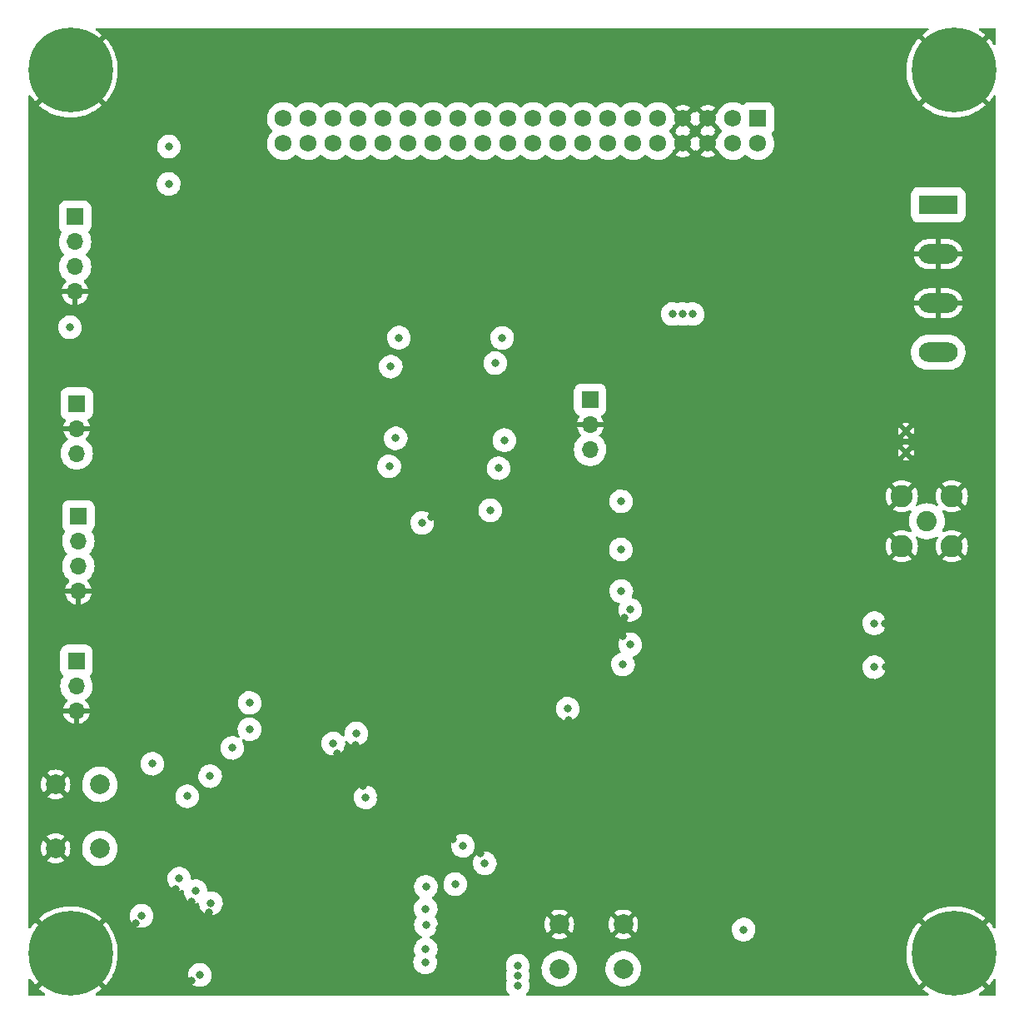
<source format=gbr>
%TF.GenerationSoftware,KiCad,Pcbnew,6.0.8-f2edbf62ab~116~ubuntu22.04.1*%
%TF.CreationDate,2022-10-21T16:06:30-07:00*%
%TF.ProjectId,aprs-esp32,61707273-2d65-4737-9033-322e6b696361,v1.0.0*%
%TF.SameCoordinates,Original*%
%TF.FileFunction,Copper,L2,Inr*%
%TF.FilePolarity,Positive*%
%FSLAX46Y46*%
G04 Gerber Fmt 4.6, Leading zero omitted, Abs format (unit mm)*
G04 Created by KiCad (PCBNEW 6.0.8-f2edbf62ab~116~ubuntu22.04.1) date 2022-10-21 16:06:30*
%MOMM*%
%LPD*%
G01*
G04 APERTURE LIST*
%TA.AperFunction,ComponentPad*%
%ADD10C,2.000000*%
%TD*%
%TA.AperFunction,ComponentPad*%
%ADD11C,2.050000*%
%TD*%
%TA.AperFunction,ComponentPad*%
%ADD12C,2.250000*%
%TD*%
%TA.AperFunction,ComponentPad*%
%ADD13R,1.700000X1.700000*%
%TD*%
%TA.AperFunction,ComponentPad*%
%ADD14O,1.700000X1.700000*%
%TD*%
%TA.AperFunction,ComponentPad*%
%ADD15R,3.960000X1.980000*%
%TD*%
%TA.AperFunction,ComponentPad*%
%ADD16O,3.960000X1.980000*%
%TD*%
%TA.AperFunction,ComponentPad*%
%ADD17C,0.900000*%
%TD*%
%TA.AperFunction,ComponentPad*%
%ADD18C,8.600000*%
%TD*%
%TA.AperFunction,ComponentPad*%
%ADD19C,0.610000*%
%TD*%
%TA.AperFunction,ComponentPad*%
%ADD20R,1.725000X1.725000*%
%TD*%
%TA.AperFunction,ComponentPad*%
%ADD21C,1.725000*%
%TD*%
%TA.AperFunction,ViaPad*%
%ADD22C,0.800000*%
%TD*%
G04 APERTURE END LIST*
D10*
%TO.N,GND*%
%TO.C,SW2*%
X23565000Y-104215000D03*
X23565000Y-97715000D03*
%TO.N,ESP_PROG*%
X28065000Y-104215000D03*
X28065000Y-97715000D03*
%TD*%
D11*
%TO.N,/RF_OUT*%
%TO.C,J7*%
X112186370Y-70945645D03*
D12*
%TO.N,GND*%
X114726370Y-73485645D03*
X109646370Y-73485645D03*
X114726370Y-68405645D03*
X109646370Y-68405645D03*
%TD*%
D13*
%TO.N,+3V3*%
%TO.C,J1*%
X25885000Y-70455000D03*
D14*
%TO.N,GPS_TX*%
X25885000Y-72995000D03*
%TO.N,GPS_RX*%
X25885000Y-75535000D03*
%TO.N,GND*%
X25885000Y-78075000D03*
%TD*%
D15*
%TO.N,+4V*%
%TO.C,J3*%
X113335000Y-38775000D03*
D16*
%TO.N,GND*%
X113335000Y-43775000D03*
X113335000Y-48775000D03*
%TO.N,+3V3*%
X113335000Y-53775000D03*
%TD*%
D13*
%TO.N,ESP_TX*%
%TO.C,J8*%
X25695000Y-85140000D03*
D14*
%TO.N,ESP_RX*%
X25695000Y-87680000D03*
%TO.N,GND*%
X25695000Y-90220000D03*
%TD*%
D13*
%TO.N,unconnected-(J6-Pad1)*%
%TO.C,J6*%
X77940218Y-58596018D03*
D14*
%TO.N,GND*%
X77940218Y-61136018D03*
%TO.N,/RF_HI_ENA*%
X77940218Y-63676018D03*
%TD*%
D13*
%TO.N,+3V3*%
%TO.C,J4*%
X25555000Y-39995000D03*
D14*
%TO.N,I2C_SCL*%
X25555000Y-42535000D03*
%TO.N,I2C_SA*%
X25555000Y-45075000D03*
%TO.N,GND*%
X25555000Y-47615000D03*
%TD*%
D17*
%TO.N,GND*%
%TO.C,H4*%
X112639581Y-112639581D03*
X114920000Y-118145000D03*
X117200419Y-112639581D03*
X114920000Y-111695000D03*
X117200419Y-117200419D03*
X111695000Y-114920000D03*
X112639581Y-117200419D03*
D18*
X114920000Y-114920000D03*
D17*
X118145000Y-114920000D03*
%TD*%
D19*
%TO.N,GND*%
%TO.C,FL1*%
X110051659Y-63971266D03*
X110051659Y-61761266D03*
%TD*%
D13*
%TO.N,+3V3*%
%TO.C,J2*%
X25725000Y-58970000D03*
D14*
%TO.N,GND*%
X25725000Y-61510000D03*
%TO.N,ONE_WIRE*%
X25725000Y-64050000D03*
%TD*%
D17*
%TO.N,GND*%
%TO.C,H3*%
X25080000Y-111695000D03*
X28305000Y-114920000D03*
X22799581Y-112639581D03*
X22799581Y-117200419D03*
X27360419Y-117200419D03*
X27360419Y-112639581D03*
X25080000Y-118145000D03*
X21855000Y-114920000D03*
D18*
X25080000Y-114920000D03*
%TD*%
D17*
%TO.N,GND*%
%TO.C,H2*%
X28305000Y-25080000D03*
X25080000Y-21855000D03*
X22799581Y-22799581D03*
X25080000Y-28305000D03*
X22799581Y-27360419D03*
X27360419Y-27360419D03*
X21855000Y-25080000D03*
D18*
X25080000Y-25080000D03*
D17*
X27360419Y-22799581D03*
%TD*%
%TO.N,GND*%
%TO.C,H1*%
X112639581Y-22799581D03*
X112639581Y-27360419D03*
X114920000Y-21855000D03*
X117200419Y-22799581D03*
X114920000Y-28305000D03*
X117200419Y-27360419D03*
D18*
X114920000Y-25080000D03*
D17*
X111695000Y-25080000D03*
X118145000Y-25080000D03*
%TD*%
D20*
%TO.N,+4V*%
%TO.C,J5*%
X95000000Y-30000000D03*
D21*
X95000000Y-32540000D03*
X92460000Y-30000000D03*
X92460000Y-32540000D03*
%TO.N,GND*%
X89920000Y-30000000D03*
X89920000Y-32540000D03*
X87380000Y-30000000D03*
X87380000Y-32540000D03*
%TO.N,+3V3*%
X84840000Y-30000000D03*
X84840000Y-32540000D03*
X82300000Y-30000000D03*
X82300000Y-32540000D03*
%TO.N,+3V3_E*%
X79760000Y-30000000D03*
X79760000Y-32540000D03*
X77220000Y-30000000D03*
X77220000Y-32540000D03*
%TO.N,4V_E*%
X74680000Y-30000000D03*
X74680000Y-32540000D03*
X72140000Y-30000000D03*
X72140000Y-32540000D03*
%TO.N,SQ*%
X69600000Y-30000000D03*
%TO.N,unconnected-(J5-Pad22)*%
X69600000Y-32540000D03*
%TO.N,unconnected-(J5-Pad23)*%
X67060000Y-30000000D03*
%TO.N,AUDIO_IN*%
X67060000Y-32540000D03*
%TO.N,unconnected-(J5-Pad25)*%
X64520000Y-30000000D03*
%TO.N,GPIO34*%
X64520000Y-32540000D03*
%TO.N,AF_OUT*%
X61980000Y-30000000D03*
%TO.N,GPIO032*%
X61980000Y-32540000D03*
%TO.N,GPIO35*%
X59440000Y-30000000D03*
%TO.N,GPIO26*%
X59440000Y-32540000D03*
%TO.N,unconnected-(J5-Pad31)*%
X56900000Y-30000000D03*
%TO.N,GPIO27*%
X56900000Y-32540000D03*
%TO.N,I2C_SCL*%
X54360000Y-30000000D03*
%TO.N,GPIO012*%
X54360000Y-32540000D03*
%TO.N,I2C_SA*%
X51820000Y-30000000D03*
%TO.N,GPIO015*%
X51820000Y-32540000D03*
%TO.N,ONE_WIRE*%
X49280000Y-30000000D03*
%TO.N,GPIO23*%
X49280000Y-32540000D03*
%TO.N,GPS_TX*%
X46740000Y-30000000D03*
%TO.N,GPS_RX*%
X46740000Y-32540000D03*
%TD*%
D10*
%TO.N,GND*%
%TO.C,SW1*%
X81299009Y-111952171D03*
X74799009Y-111952171D03*
%TO.N,ESP_ENA*%
X74799009Y-116452171D03*
X81299009Y-116452171D03*
%TD*%
D22*
%TO.N,ESP_ENA*%
X61155000Y-115805000D03*
%TO.N,AUDIO_IN*%
X61225000Y-114485000D03*
%TO.N,PTT_LOW*%
X61235000Y-108135000D03*
X67775000Y-69835000D03*
%TO.N,GPIO27*%
X65005000Y-103945000D03*
%TO.N,ONE_WIRE*%
X55095275Y-99024725D03*
%TO.N,ESP_PROG*%
X39295000Y-96875000D03*
%TO.N,GPS_TX*%
X33415000Y-95605000D03*
%TO.N,RADIO_TX_LOW*%
X37825000Y-108575000D03*
X43295000Y-92095000D03*
%TO.N,GND*%
X46142810Y-82625000D03*
X37395000Y-117705000D03*
X50675000Y-112735000D03*
X111685000Y-64605000D03*
X97825000Y-57550000D03*
X49355000Y-67805000D03*
X63655000Y-112370000D03*
X93275000Y-57550000D03*
X107975000Y-85785000D03*
X54815000Y-97895000D03*
X66799000Y-111360000D03*
X110040000Y-65215000D03*
X61815000Y-70535000D03*
X53494800Y-109367800D03*
X31725000Y-111875000D03*
X67815000Y-111360000D03*
X91925000Y-52116200D03*
X81405000Y-80805000D03*
X40165000Y-118365000D03*
X96801800Y-57550000D03*
X106305000Y-63935000D03*
X66735000Y-104735000D03*
X61105000Y-118255000D03*
X35825000Y-108335000D03*
X51589800Y-111247400D03*
X64685000Y-112370000D03*
X51627900Y-109367800D03*
X91163000Y-57550000D03*
X63165000Y-59115000D03*
X56585000Y-99035000D03*
X88045000Y-110465000D03*
X91975800Y-55469000D03*
X108395000Y-64585000D03*
X111665000Y-61135000D03*
X110025000Y-60475000D03*
X49761000Y-109367800D03*
X46142810Y-77935000D03*
X37435000Y-109665000D03*
X35795000Y-50175000D03*
X49385000Y-59085000D03*
X64015000Y-103315000D03*
X106315000Y-61725000D03*
X35855000Y-67665000D03*
X114095000Y-65955000D03*
X46142810Y-87025000D03*
X108385000Y-61135000D03*
X52205000Y-94535000D03*
X95735000Y-57550000D03*
X68835000Y-111360000D03*
X65145000Y-43795000D03*
X52675000Y-112765000D03*
X43865000Y-118235000D03*
X58175000Y-69525000D03*
X57381000Y-118207000D03*
X92229800Y-57550000D03*
X113845000Y-62875000D03*
X67505000Y-71745000D03*
X39165000Y-110755000D03*
X62595000Y-112375000D03*
X49285000Y-50245000D03*
X81875000Y-101205000D03*
X75715000Y-91135000D03*
X107935000Y-81325000D03*
X54085000Y-93755000D03*
X81805000Y-104225000D03*
X81285000Y-82665000D03*
X112105000Y-66045000D03*
%TO.N,RADIO_ENA_LOW*%
X41545000Y-93995000D03*
X36135000Y-107295000D03*
%TO.N,+4V*%
X87353000Y-49881000D03*
X86337000Y-49881000D03*
X81275000Y-85515000D03*
X81065000Y-73805000D03*
X81075000Y-68925000D03*
X81105000Y-78055000D03*
X88369000Y-49881000D03*
%TO.N,RADIO_TX_HIGH*%
X106825000Y-85785000D03*
X82025000Y-83485000D03*
%TO.N,RADIO_RX_LOW*%
X39375000Y-109785000D03*
X43315000Y-89415000D03*
%TO.N,RADIO_RX_HIGH*%
X82025000Y-79955000D03*
X106825000Y-81325000D03*
%TO.N,AF_OUT*%
X60865000Y-71125000D03*
%TO.N,SQ*%
X75669000Y-90013000D03*
%TO.N,GPIO34*%
X61235000Y-112015000D03*
%TO.N,GPIO032*%
X64215000Y-107855000D03*
%TO.N,GPIO012*%
X54155000Y-92535000D03*
%TO.N,GPIO015*%
X51815000Y-93555000D03*
%TO.N,GPIO26*%
X67225000Y-105745000D03*
%TO.N,GPIO35*%
X61215000Y-110365000D03*
%TO.N,+3V3*%
X70561000Y-117151000D03*
X70561000Y-118167000D03*
X68295000Y-54857500D03*
X35095000Y-32845000D03*
X69210000Y-62700000D03*
X68620000Y-65550000D03*
X35065000Y-36635000D03*
X93545000Y-112475000D03*
X70561000Y-116135000D03*
X58480000Y-52285000D03*
X57660000Y-55225000D03*
X25045000Y-51225000D03*
X57505000Y-65371024D03*
X68995000Y-52307500D03*
X58165000Y-62511024D03*
%TO.N,I2C_SCL*%
X32325000Y-111075000D03*
%TO.N,GPIO23*%
X36955000Y-98915000D03*
X38255000Y-117095000D03*
%TD*%
%TA.AperFunction,Conductor*%
%TO.N,GND*%
G36*
X112317921Y-20820502D02*
G01*
X112364414Y-20874158D01*
X112374518Y-20944432D01*
X112345024Y-21009012D01*
X112321981Y-21029776D01*
X111992420Y-21260109D01*
X111987979Y-21263517D01*
X111716476Y-21491739D01*
X111708031Y-21504456D01*
X111714139Y-21514929D01*
X112113493Y-21914283D01*
X112639580Y-22440371D01*
X113524878Y-23325668D01*
X114907188Y-24707978D01*
X114921132Y-24715592D01*
X114922965Y-24715461D01*
X114929580Y-24711210D01*
X116315121Y-23325669D01*
X117200419Y-22440372D01*
X117726506Y-21914284D01*
X118122754Y-21518036D01*
X118130316Y-21504187D01*
X118123987Y-21494962D01*
X117950928Y-21341582D01*
X117946561Y-21338046D01*
X117606600Y-21086948D01*
X117601947Y-21083821D01*
X117520340Y-21034105D01*
X117472570Y-20981582D01*
X117460781Y-20911571D01*
X117488713Y-20846300D01*
X117547499Y-20806492D01*
X117585893Y-20800500D01*
X119073500Y-20800500D01*
X119141621Y-20820502D01*
X119188114Y-20874158D01*
X119199500Y-20926500D01*
X119199500Y-22416305D01*
X119179498Y-22484426D01*
X119125842Y-22530919D01*
X119055568Y-22541023D01*
X118990988Y-22511529D01*
X118968007Y-22485206D01*
X118829963Y-22273850D01*
X118826692Y-22269297D01*
X118565030Y-21937380D01*
X118561382Y-21933155D01*
X118508103Y-21876715D01*
X118494389Y-21868705D01*
X118493517Y-21868742D01*
X118485438Y-21873772D01*
X118085717Y-22273493D01*
X117200419Y-23158790D01*
X116674332Y-23684878D01*
X115292022Y-25067188D01*
X115284408Y-25081132D01*
X115284539Y-25082965D01*
X115288790Y-25089580D01*
X116674331Y-26475121D01*
X117190621Y-26991412D01*
X117200418Y-27001209D01*
X118085716Y-27886506D01*
X118482142Y-28282932D01*
X118495903Y-28290446D01*
X118505263Y-28283989D01*
X118674244Y-28091303D01*
X118677744Y-28086935D01*
X118927073Y-27745645D01*
X118930157Y-27741003D01*
X118965553Y-27682210D01*
X119017825Y-27634167D01*
X119087773Y-27622010D01*
X119153190Y-27649600D01*
X119193305Y-27708177D01*
X119199500Y-27747199D01*
X119199500Y-112256305D01*
X119179498Y-112324426D01*
X119125842Y-112370919D01*
X119055568Y-112381023D01*
X118990988Y-112351529D01*
X118968007Y-112325206D01*
X118829963Y-112113850D01*
X118826692Y-112109297D01*
X118565030Y-111777380D01*
X118561382Y-111773155D01*
X118508103Y-111716715D01*
X118494389Y-111708705D01*
X118493517Y-111708742D01*
X118485438Y-111713772D01*
X118085717Y-112113493D01*
X117200419Y-112998790D01*
X116674332Y-113524878D01*
X115292022Y-114907188D01*
X115284408Y-114921132D01*
X115284539Y-114922965D01*
X115288790Y-114929580D01*
X116674331Y-116315121D01*
X117157811Y-116798602D01*
X117200418Y-116841209D01*
X118085716Y-117726506D01*
X118482142Y-118122932D01*
X118495903Y-118130446D01*
X118505263Y-118123989D01*
X118674244Y-117931303D01*
X118677744Y-117926935D01*
X118927073Y-117585645D01*
X118930157Y-117581003D01*
X118965553Y-117522210D01*
X119017825Y-117474167D01*
X119087773Y-117462010D01*
X119153190Y-117489600D01*
X119193305Y-117548177D01*
X119199500Y-117587199D01*
X119199500Y-119073500D01*
X119179498Y-119141621D01*
X119125842Y-119188114D01*
X119073500Y-119199500D01*
X117584208Y-119199500D01*
X117516087Y-119179498D01*
X117469594Y-119125842D01*
X117459490Y-119055568D01*
X117488984Y-118990988D01*
X117514756Y-118968370D01*
X117746563Y-118815231D01*
X117751126Y-118811916D01*
X118081658Y-118548529D01*
X118085873Y-118544852D01*
X118123823Y-118508649D01*
X118131763Y-118494890D01*
X118131713Y-118493843D01*
X118126822Y-118486032D01*
X117726507Y-118085717D01*
X116841210Y-117200419D01*
X116315122Y-116674332D01*
X114932812Y-115292022D01*
X114918868Y-115284408D01*
X114917035Y-115284539D01*
X114910420Y-115288790D01*
X113524879Y-116674331D01*
X112639581Y-117559628D01*
X112113494Y-118085716D01*
X111716736Y-118482474D01*
X111709122Y-118496418D01*
X111709171Y-118497110D01*
X111714617Y-118505274D01*
X111792268Y-118577812D01*
X111796507Y-118581433D01*
X112129802Y-118841363D01*
X112134359Y-118844602D01*
X112324923Y-118967648D01*
X112371300Y-119021403D01*
X112381254Y-119091699D01*
X112351622Y-119156216D01*
X112291814Y-119194472D01*
X112256575Y-119199500D01*
X71532505Y-119199500D01*
X71464384Y-119179498D01*
X71417891Y-119125842D01*
X71407787Y-119055568D01*
X71435631Y-118992930D01*
X71550908Y-118854326D01*
X71550910Y-118854323D01*
X71554602Y-118849884D01*
X71662410Y-118657379D01*
X71664266Y-118651912D01*
X71664268Y-118651907D01*
X71731475Y-118453921D01*
X71731476Y-118453916D01*
X71733331Y-118448452D01*
X71734159Y-118442743D01*
X71734160Y-118442738D01*
X71759592Y-118267331D01*
X71764991Y-118230098D01*
X71766643Y-118167000D01*
X71746454Y-117947289D01*
X71737447Y-117915350D01*
X71698677Y-117777884D01*
X71686565Y-117734936D01*
X71676531Y-117714589D01*
X71664341Y-117644647D01*
X71670224Y-117618360D01*
X71731475Y-117437921D01*
X71731476Y-117437916D01*
X71733331Y-117432452D01*
X71734159Y-117426743D01*
X71734160Y-117426738D01*
X71764458Y-117217772D01*
X71764991Y-117214098D01*
X71766643Y-117151000D01*
X71746454Y-116931289D01*
X71739962Y-116908268D01*
X71693963Y-116745168D01*
X71686565Y-116718936D01*
X71676531Y-116698589D01*
X71664341Y-116628647D01*
X71670224Y-116602360D01*
X71731475Y-116421921D01*
X71731476Y-116421916D01*
X71733331Y-116416452D01*
X71734159Y-116410743D01*
X71734160Y-116410738D01*
X71735005Y-116404907D01*
X72994079Y-116404907D01*
X72994303Y-116409574D01*
X72994303Y-116409579D01*
X72997761Y-116481564D01*
X73006918Y-116672212D01*
X73059127Y-116934683D01*
X73149558Y-117186554D01*
X73151774Y-117190678D01*
X73219991Y-117317636D01*
X73276224Y-117422292D01*
X73279019Y-117426035D01*
X73279021Y-117426038D01*
X73429437Y-117627469D01*
X73436344Y-117636718D01*
X73439651Y-117639996D01*
X73439656Y-117640002D01*
X73623083Y-117821834D01*
X73626399Y-117825121D01*
X73630165Y-117827883D01*
X73630167Y-117827884D01*
X73798355Y-117951204D01*
X73842214Y-117983363D01*
X73846349Y-117985539D01*
X73846353Y-117985541D01*
X73975927Y-118053713D01*
X74079048Y-118107968D01*
X74126853Y-118124662D01*
X74327282Y-118194655D01*
X74327288Y-118194657D01*
X74331699Y-118196197D01*
X74336292Y-118197069D01*
X74571024Y-118241635D01*
X74594615Y-118246114D01*
X74721625Y-118251104D01*
X74857354Y-118256437D01*
X74857359Y-118256437D01*
X74862022Y-118256620D01*
X74957952Y-118246114D01*
X75123391Y-118227996D01*
X75123396Y-118227995D01*
X75128044Y-118227486D01*
X75243576Y-118197069D01*
X75382318Y-118160541D01*
X75386838Y-118159351D01*
X75558227Y-118085717D01*
X75628416Y-118055562D01*
X75628419Y-118055560D01*
X75632719Y-118053713D01*
X75636699Y-118051250D01*
X75636703Y-118051248D01*
X75856311Y-117915350D01*
X75856315Y-117915347D01*
X75860284Y-117912891D01*
X75907066Y-117873287D01*
X76060969Y-117742999D01*
X76060970Y-117742998D01*
X76064535Y-117739980D01*
X76167271Y-117622833D01*
X76237903Y-117542293D01*
X76237907Y-117542288D01*
X76240985Y-117538778D01*
X76253867Y-117518751D01*
X76383228Y-117317636D01*
X76383231Y-117317631D01*
X76385756Y-117313705D01*
X76495670Y-117069705D01*
X76515596Y-116999054D01*
X76567041Y-116816644D01*
X76567042Y-116816641D01*
X76568311Y-116812140D01*
X76586585Y-116668500D01*
X76601686Y-116549796D01*
X76601686Y-116549792D01*
X76602084Y-116546666D01*
X76602326Y-116537452D01*
X76603788Y-116481564D01*
X76604558Y-116452171D01*
X76604324Y-116449021D01*
X76601046Y-116404907D01*
X79494079Y-116404907D01*
X79494303Y-116409574D01*
X79494303Y-116409579D01*
X79497761Y-116481564D01*
X79506918Y-116672212D01*
X79559127Y-116934683D01*
X79649558Y-117186554D01*
X79651774Y-117190678D01*
X79719991Y-117317636D01*
X79776224Y-117422292D01*
X79779019Y-117426035D01*
X79779021Y-117426038D01*
X79929437Y-117627469D01*
X79936344Y-117636718D01*
X79939651Y-117639996D01*
X79939656Y-117640002D01*
X80123083Y-117821834D01*
X80126399Y-117825121D01*
X80130165Y-117827883D01*
X80130167Y-117827884D01*
X80298355Y-117951204D01*
X80342214Y-117983363D01*
X80346349Y-117985539D01*
X80346353Y-117985541D01*
X80475927Y-118053713D01*
X80579048Y-118107968D01*
X80626853Y-118124662D01*
X80827282Y-118194655D01*
X80827288Y-118194657D01*
X80831699Y-118196197D01*
X80836292Y-118197069D01*
X81071024Y-118241635D01*
X81094615Y-118246114D01*
X81221625Y-118251104D01*
X81357354Y-118256437D01*
X81357359Y-118256437D01*
X81362022Y-118256620D01*
X81457952Y-118246114D01*
X81623391Y-118227996D01*
X81623396Y-118227995D01*
X81628044Y-118227486D01*
X81743576Y-118197069D01*
X81882318Y-118160541D01*
X81886838Y-118159351D01*
X82058227Y-118085717D01*
X82128416Y-118055562D01*
X82128419Y-118055560D01*
X82132719Y-118053713D01*
X82136699Y-118051250D01*
X82136703Y-118051248D01*
X82356311Y-117915350D01*
X82356315Y-117915347D01*
X82360284Y-117912891D01*
X82407066Y-117873287D01*
X82560969Y-117742999D01*
X82560970Y-117742998D01*
X82564535Y-117739980D01*
X82667271Y-117622833D01*
X82737903Y-117542293D01*
X82737907Y-117542288D01*
X82740985Y-117538778D01*
X82753867Y-117518751D01*
X82883228Y-117317636D01*
X82883231Y-117317631D01*
X82885756Y-117313705D01*
X82995670Y-117069705D01*
X83015596Y-116999054D01*
X83067041Y-116816644D01*
X83067042Y-116816641D01*
X83068311Y-116812140D01*
X83086585Y-116668500D01*
X83101686Y-116549796D01*
X83101686Y-116549792D01*
X83102084Y-116546666D01*
X83102326Y-116537452D01*
X83103788Y-116481564D01*
X83104558Y-116452171D01*
X83104324Y-116449021D01*
X83085073Y-116189959D01*
X83085072Y-116189955D01*
X83084726Y-116185294D01*
X83074170Y-116138641D01*
X83026695Y-115928837D01*
X83025664Y-115924280D01*
X83014622Y-115895886D01*
X82930364Y-115679215D01*
X82930363Y-115679213D01*
X82928671Y-115674862D01*
X82795877Y-115442521D01*
X82630199Y-115232360D01*
X82435278Y-115048996D01*
X82215394Y-114896457D01*
X82211203Y-114894390D01*
X82013361Y-114796825D01*
X110108855Y-114796825D01*
X110116600Y-115219410D01*
X110116950Y-115224976D01*
X110162231Y-115645208D01*
X110163078Y-115650746D01*
X110245535Y-116065286D01*
X110246864Y-116070698D01*
X110365852Y-116476289D01*
X110367658Y-116481564D01*
X110522219Y-116874948D01*
X110524501Y-116880072D01*
X110713416Y-117258150D01*
X110716140Y-117263043D01*
X110937917Y-117622833D01*
X110941068Y-117627469D01*
X111193955Y-117966127D01*
X111197488Y-117970444D01*
X111333222Y-118121988D01*
X111346717Y-118130351D01*
X111356128Y-118124662D01*
X111754283Y-117726507D01*
X112639581Y-116841210D01*
X112682188Y-116798603D01*
X113165668Y-116315122D01*
X114547978Y-114932812D01*
X114555592Y-114918868D01*
X114555461Y-114917035D01*
X114551210Y-114910420D01*
X113165669Y-113524879D01*
X112280372Y-112639581D01*
X111754284Y-112113494D01*
X111355561Y-111714771D01*
X111342253Y-111707504D01*
X111332214Y-111714626D01*
X111088223Y-112007994D01*
X111084828Y-112012467D01*
X110844528Y-112360152D01*
X110841549Y-112364902D01*
X110633106Y-112732575D01*
X110630562Y-112737568D01*
X110455629Y-113122312D01*
X110453538Y-113127511D01*
X110313498Y-113526290D01*
X110311877Y-113531659D01*
X110207840Y-113941303D01*
X110206706Y-113946776D01*
X110139496Y-114364054D01*
X110138851Y-114369632D01*
X110109002Y-114791204D01*
X110108855Y-114796825D01*
X82013361Y-114796825D01*
X81979568Y-114780160D01*
X81979565Y-114780159D01*
X81975380Y-114778095D01*
X81956093Y-114771921D01*
X81724951Y-114697932D01*
X81724953Y-114697932D01*
X81720506Y-114696509D01*
X81544450Y-114667837D01*
X81460985Y-114654244D01*
X81460984Y-114654244D01*
X81456373Y-114653493D01*
X81322578Y-114651741D01*
X81193460Y-114650051D01*
X81193457Y-114650051D01*
X81188783Y-114649990D01*
X80923614Y-114686078D01*
X80919127Y-114687386D01*
X80919126Y-114687386D01*
X80887826Y-114696509D01*
X80666692Y-114760963D01*
X80662439Y-114762923D01*
X80662438Y-114762924D01*
X80610521Y-114786858D01*
X80423661Y-114873002D01*
X80419752Y-114875565D01*
X80203773Y-115017167D01*
X80203768Y-115017171D01*
X80199860Y-115019733D01*
X80100033Y-115108832D01*
X80021978Y-115178499D01*
X80000206Y-115197931D01*
X79829084Y-115403683D01*
X79826661Y-115407676D01*
X79712780Y-115595346D01*
X79690253Y-115632469D01*
X79688446Y-115636777D01*
X79688446Y-115636778D01*
X79589905Y-115871772D01*
X79586764Y-115879262D01*
X79585613Y-115883794D01*
X79585612Y-115883797D01*
X79522753Y-116131305D01*
X79520890Y-116138641D01*
X79494079Y-116404907D01*
X76601046Y-116404907D01*
X76585073Y-116189959D01*
X76585072Y-116189955D01*
X76584726Y-116185294D01*
X76574170Y-116138641D01*
X76526695Y-115928837D01*
X76525664Y-115924280D01*
X76514622Y-115895886D01*
X76430364Y-115679215D01*
X76430363Y-115679213D01*
X76428671Y-115674862D01*
X76295877Y-115442521D01*
X76130199Y-115232360D01*
X75935278Y-115048996D01*
X75715394Y-114896457D01*
X75711203Y-114894390D01*
X75479568Y-114780160D01*
X75479565Y-114780159D01*
X75475380Y-114778095D01*
X75456093Y-114771921D01*
X75224951Y-114697932D01*
X75224953Y-114697932D01*
X75220506Y-114696509D01*
X75044450Y-114667837D01*
X74960985Y-114654244D01*
X74960984Y-114654244D01*
X74956373Y-114653493D01*
X74822578Y-114651741D01*
X74693460Y-114650051D01*
X74693457Y-114650051D01*
X74688783Y-114649990D01*
X74423614Y-114686078D01*
X74419127Y-114687386D01*
X74419126Y-114687386D01*
X74387826Y-114696509D01*
X74166692Y-114760963D01*
X74162439Y-114762923D01*
X74162438Y-114762924D01*
X74110521Y-114786858D01*
X73923661Y-114873002D01*
X73919752Y-114875565D01*
X73703773Y-115017167D01*
X73703768Y-115017171D01*
X73699860Y-115019733D01*
X73600033Y-115108832D01*
X73521978Y-115178499D01*
X73500206Y-115197931D01*
X73329084Y-115403683D01*
X73326661Y-115407676D01*
X73212780Y-115595346D01*
X73190253Y-115632469D01*
X73188446Y-115636777D01*
X73188446Y-115636778D01*
X73089905Y-115871772D01*
X73086764Y-115879262D01*
X73085613Y-115883794D01*
X73085612Y-115883797D01*
X73022753Y-116131305D01*
X73020890Y-116138641D01*
X72994079Y-116404907D01*
X71735005Y-116404907D01*
X71755830Y-116261278D01*
X71764991Y-116198098D01*
X71766643Y-116135000D01*
X71746454Y-115915289D01*
X71737573Y-115883797D01*
X71706449Y-115773440D01*
X71686565Y-115702936D01*
X71588980Y-115505053D01*
X71456967Y-115328267D01*
X71357183Y-115236028D01*
X71299189Y-115182418D01*
X71299186Y-115182416D01*
X71294949Y-115178499D01*
X71108350Y-115060764D01*
X70903421Y-114979006D01*
X70897761Y-114977880D01*
X70897757Y-114977879D01*
X70692691Y-114937089D01*
X70692688Y-114937089D01*
X70687024Y-114935962D01*
X70681249Y-114935886D01*
X70681245Y-114935886D01*
X70570504Y-114934437D01*
X70466406Y-114933074D01*
X70460709Y-114934053D01*
X70460708Y-114934053D01*
X70254654Y-114969459D01*
X70254653Y-114969459D01*
X70248957Y-114970438D01*
X70041957Y-115046804D01*
X70036996Y-115049756D01*
X70036995Y-115049756D01*
X69870634Y-115148731D01*
X69852341Y-115159614D01*
X69686457Y-115305090D01*
X69549863Y-115478360D01*
X69447131Y-115673620D01*
X69381703Y-115884333D01*
X69355770Y-116103440D01*
X69370200Y-116323604D01*
X69371621Y-116329200D01*
X69371622Y-116329205D01*
X69408977Y-116476289D01*
X69424511Y-116537452D01*
X69426928Y-116542694D01*
X69426928Y-116542695D01*
X69446853Y-116585916D01*
X69457208Y-116656154D01*
X69449121Y-116685838D01*
X69447131Y-116689620D01*
X69381703Y-116900333D01*
X69355770Y-117119440D01*
X69370200Y-117339604D01*
X69371621Y-117345200D01*
X69371622Y-117345205D01*
X69408305Y-117489643D01*
X69424511Y-117553452D01*
X69426928Y-117558694D01*
X69426928Y-117558695D01*
X69446853Y-117601916D01*
X69457208Y-117672154D01*
X69449121Y-117701838D01*
X69447131Y-117705620D01*
X69381703Y-117916333D01*
X69355770Y-118135440D01*
X69370200Y-118355604D01*
X69371621Y-118361200D01*
X69371622Y-118361205D01*
X69406138Y-118497110D01*
X69424511Y-118569452D01*
X69426928Y-118574694D01*
X69426928Y-118574695D01*
X69465046Y-118657379D01*
X69516883Y-118769821D01*
X69644222Y-118950002D01*
X69648356Y-118954029D01*
X69648361Y-118954035D01*
X69678347Y-118983246D01*
X69713185Y-119045107D01*
X69709048Y-119115983D01*
X69667249Y-119173371D01*
X69601059Y-119199051D01*
X69590426Y-119199500D01*
X27744208Y-119199500D01*
X27676087Y-119179498D01*
X27629594Y-119125842D01*
X27619490Y-119055568D01*
X27648984Y-118990988D01*
X27674756Y-118968370D01*
X27906563Y-118815231D01*
X27911126Y-118811916D01*
X28241658Y-118548529D01*
X28245873Y-118544852D01*
X28283823Y-118508649D01*
X28291763Y-118494890D01*
X28291713Y-118493843D01*
X28286822Y-118486032D01*
X27886507Y-118085717D01*
X27001210Y-117200419D01*
X26475122Y-116674332D01*
X25092812Y-115292022D01*
X25078868Y-115284408D01*
X25077035Y-115284539D01*
X25070420Y-115288790D01*
X23684879Y-116674331D01*
X22799581Y-117559628D01*
X22273494Y-118085716D01*
X21876736Y-118482474D01*
X21869122Y-118496418D01*
X21869171Y-118497110D01*
X21874617Y-118505274D01*
X21952268Y-118577812D01*
X21956507Y-118581433D01*
X22289802Y-118841363D01*
X22294359Y-118844602D01*
X22484923Y-118967648D01*
X22531300Y-119021403D01*
X22541254Y-119091699D01*
X22511622Y-119156216D01*
X22451814Y-119194472D01*
X22416575Y-119199500D01*
X20926500Y-119199500D01*
X20858379Y-119179498D01*
X20811886Y-119125842D01*
X20800500Y-119073500D01*
X20800500Y-117584867D01*
X20820502Y-117516746D01*
X20874158Y-117470253D01*
X20944432Y-117460149D01*
X21009012Y-117489643D01*
X21033760Y-117518751D01*
X21097917Y-117622833D01*
X21101068Y-117627469D01*
X21353955Y-117966127D01*
X21357488Y-117970444D01*
X21493222Y-118121988D01*
X21506717Y-118130351D01*
X21516128Y-118124662D01*
X21914283Y-117726507D01*
X22799581Y-116841210D01*
X22842188Y-116798603D01*
X23325668Y-116315122D01*
X24707978Y-114932812D01*
X24714356Y-114921132D01*
X25444408Y-114921132D01*
X25444539Y-114922965D01*
X25448790Y-114929580D01*
X26834331Y-116315121D01*
X27317811Y-116798602D01*
X27360418Y-116841209D01*
X28245716Y-117726506D01*
X28642142Y-118122932D01*
X28655903Y-118130446D01*
X28665263Y-118123989D01*
X28834244Y-117931303D01*
X28837744Y-117926935D01*
X29087073Y-117585645D01*
X29090168Y-117580987D01*
X29308160Y-117218903D01*
X29310841Y-117213964D01*
X29384094Y-117063440D01*
X37049770Y-117063440D01*
X37064200Y-117283604D01*
X37065621Y-117289200D01*
X37065622Y-117289205D01*
X37100374Y-117426038D01*
X37118511Y-117497452D01*
X37120928Y-117502694D01*
X37120928Y-117502695D01*
X37157021Y-117580987D01*
X37210883Y-117697821D01*
X37338222Y-117878002D01*
X37496264Y-118031961D01*
X37501060Y-118035166D01*
X37501063Y-118035168D01*
X37585261Y-118091427D01*
X37679717Y-118154540D01*
X37685020Y-118156818D01*
X37685023Y-118156820D01*
X37846731Y-118226295D01*
X37882436Y-118241635D01*
X37948660Y-118256620D01*
X38091995Y-118289054D01*
X38092001Y-118289055D01*
X38097632Y-118290329D01*
X38103403Y-118290556D01*
X38103405Y-118290556D01*
X38171211Y-118293220D01*
X38318098Y-118298991D01*
X38427275Y-118283161D01*
X38530738Y-118268160D01*
X38530743Y-118268159D01*
X38536452Y-118267331D01*
X38541916Y-118265476D01*
X38541921Y-118265475D01*
X38739907Y-118198268D01*
X38739912Y-118198266D01*
X38745379Y-118196410D01*
X38791281Y-118170704D01*
X38900548Y-118109511D01*
X38937884Y-118088602D01*
X38979834Y-118053713D01*
X39103086Y-117951204D01*
X39107518Y-117947518D01*
X39248602Y-117777884D01*
X39323218Y-117644647D01*
X39353586Y-117590422D01*
X39353587Y-117590420D01*
X39356410Y-117585379D01*
X39358266Y-117579912D01*
X39358268Y-117579907D01*
X39425475Y-117381921D01*
X39425476Y-117381916D01*
X39427331Y-117376452D01*
X39428159Y-117370743D01*
X39428160Y-117370738D01*
X39454865Y-117186554D01*
X39458991Y-117158098D01*
X39460643Y-117095000D01*
X39440454Y-116875289D01*
X39417785Y-116794908D01*
X39410509Y-116769112D01*
X39380565Y-116662936D01*
X39282980Y-116465053D01*
X39259654Y-116433815D01*
X39154420Y-116292891D01*
X39154420Y-116292890D01*
X39150967Y-116288267D01*
X38988949Y-116138499D01*
X38802350Y-116020764D01*
X38597421Y-115939006D01*
X38591761Y-115937880D01*
X38591757Y-115937879D01*
X38386691Y-115897089D01*
X38386688Y-115897089D01*
X38381024Y-115895962D01*
X38375249Y-115895886D01*
X38375245Y-115895886D01*
X38264504Y-115894437D01*
X38160406Y-115893074D01*
X38154709Y-115894053D01*
X38154708Y-115894053D01*
X37948654Y-115929459D01*
X37948653Y-115929459D01*
X37942957Y-115930438D01*
X37735957Y-116006804D01*
X37730996Y-116009756D01*
X37730995Y-116009756D01*
X37583167Y-116097705D01*
X37546341Y-116119614D01*
X37380457Y-116265090D01*
X37243863Y-116438360D01*
X37141131Y-116633620D01*
X37075703Y-116844333D01*
X37049770Y-117063440D01*
X29384094Y-117063440D01*
X29495779Y-116833946D01*
X29498014Y-116828780D01*
X29648442Y-116433815D01*
X29650201Y-116428496D01*
X29764920Y-116021730D01*
X29766204Y-116016259D01*
X29811866Y-115773440D01*
X59949770Y-115773440D01*
X59964200Y-115993604D01*
X59965621Y-115999200D01*
X59965622Y-115999205D01*
X60014068Y-116189959D01*
X60018511Y-116207452D01*
X60020928Y-116212694D01*
X60020928Y-116212695D01*
X60072058Y-116323604D01*
X60110883Y-116407821D01*
X60238222Y-116588002D01*
X60396264Y-116741961D01*
X60401060Y-116745166D01*
X60401063Y-116745168D01*
X60508035Y-116816644D01*
X60579717Y-116864540D01*
X60585020Y-116866818D01*
X60585023Y-116866820D01*
X60722129Y-116925725D01*
X60782436Y-116951635D01*
X60862088Y-116969658D01*
X60991995Y-116999054D01*
X60992001Y-116999055D01*
X60997632Y-117000329D01*
X61003403Y-117000556D01*
X61003405Y-117000556D01*
X61071211Y-117003220D01*
X61218098Y-117008991D01*
X61327275Y-116993161D01*
X61430738Y-116978160D01*
X61430743Y-116978159D01*
X61436452Y-116977331D01*
X61441916Y-116975476D01*
X61441921Y-116975475D01*
X61639907Y-116908268D01*
X61639912Y-116908266D01*
X61645379Y-116906410D01*
X61656231Y-116900333D01*
X61766077Y-116838816D01*
X61837884Y-116798602D01*
X61926982Y-116724500D01*
X61994314Y-116668500D01*
X62007518Y-116657518D01*
X62103016Y-116542695D01*
X62144908Y-116492326D01*
X62144910Y-116492323D01*
X62148602Y-116487884D01*
X62243833Y-116317837D01*
X62253586Y-116300422D01*
X62253587Y-116300420D01*
X62256410Y-116295379D01*
X62258266Y-116289912D01*
X62258268Y-116289907D01*
X62325475Y-116091921D01*
X62325476Y-116091916D01*
X62327331Y-116086452D01*
X62328159Y-116080743D01*
X62328160Y-116080738D01*
X62351476Y-115919926D01*
X62358991Y-115868098D01*
X62360643Y-115805000D01*
X62340454Y-115585289D01*
X62280565Y-115372936D01*
X62239069Y-115288790D01*
X62227100Y-115264519D01*
X62214910Y-115194577D01*
X62230170Y-115147228D01*
X62326410Y-114975379D01*
X62328266Y-114969912D01*
X62328268Y-114969907D01*
X62395475Y-114771921D01*
X62395476Y-114771916D01*
X62397331Y-114766452D01*
X62398159Y-114760743D01*
X62398160Y-114760738D01*
X62428458Y-114551772D01*
X62428991Y-114548098D01*
X62430643Y-114485000D01*
X62410454Y-114265289D01*
X62350565Y-114052936D01*
X62252980Y-113855053D01*
X62120967Y-113678267D01*
X61967951Y-113536820D01*
X61963189Y-113532418D01*
X61963186Y-113532416D01*
X61958949Y-113528499D01*
X61772350Y-113410764D01*
X61732351Y-113394806D01*
X61669350Y-113369671D01*
X61613490Y-113325850D01*
X61590190Y-113258786D01*
X61606846Y-113189771D01*
X61612004Y-113184841D01*
X73931169Y-113184841D01*
X73936896Y-113192491D01*
X74108051Y-113297376D01*
X74116846Y-113301858D01*
X74326997Y-113388905D01*
X74336382Y-113391954D01*
X74557563Y-113445056D01*
X74567310Y-113446599D01*
X74794079Y-113464446D01*
X74803939Y-113464446D01*
X75030708Y-113446599D01*
X75040455Y-113445056D01*
X75261636Y-113391954D01*
X75271021Y-113388905D01*
X75481172Y-113301858D01*
X75489967Y-113297376D01*
X75657454Y-113194739D01*
X75666409Y-113184841D01*
X80431169Y-113184841D01*
X80436896Y-113192491D01*
X80608051Y-113297376D01*
X80616846Y-113301858D01*
X80826997Y-113388905D01*
X80836382Y-113391954D01*
X81057563Y-113445056D01*
X81067310Y-113446599D01*
X81294079Y-113464446D01*
X81303939Y-113464446D01*
X81530708Y-113446599D01*
X81540455Y-113445056D01*
X81761636Y-113391954D01*
X81771021Y-113388905D01*
X81981172Y-113301858D01*
X81989967Y-113297376D01*
X82157454Y-113194739D01*
X82166916Y-113184281D01*
X82163133Y-113175505D01*
X81311821Y-112324193D01*
X81297877Y-112316579D01*
X81296044Y-112316710D01*
X81289429Y-112320961D01*
X80437929Y-113172461D01*
X80431169Y-113184841D01*
X75666409Y-113184841D01*
X75666916Y-113184281D01*
X75663133Y-113175505D01*
X74811821Y-112324193D01*
X74797877Y-112316579D01*
X74796044Y-112316710D01*
X74789429Y-112320961D01*
X73937929Y-113172461D01*
X73931169Y-113184841D01*
X61612004Y-113184841D01*
X61658170Y-113140716D01*
X61675535Y-113133330D01*
X61725379Y-113116410D01*
X61917884Y-113008602D01*
X62087518Y-112867518D01*
X62228602Y-112697884D01*
X62316029Y-112541772D01*
X62333586Y-112510422D01*
X62333587Y-112510420D01*
X62336410Y-112505379D01*
X62338266Y-112499912D01*
X62338268Y-112499907D01*
X62405475Y-112301921D01*
X62405476Y-112301916D01*
X62407331Y-112296452D01*
X62408159Y-112290743D01*
X62408160Y-112290738D01*
X62438458Y-112081772D01*
X62438991Y-112078098D01*
X62440643Y-112015000D01*
X62435323Y-111957101D01*
X73286734Y-111957101D01*
X73304581Y-112183870D01*
X73306124Y-112193617D01*
X73359226Y-112414798D01*
X73362275Y-112424183D01*
X73449322Y-112634334D01*
X73453804Y-112643129D01*
X73556441Y-112810616D01*
X73566899Y-112820078D01*
X73575675Y-112816295D01*
X74426987Y-111964983D01*
X74433365Y-111953303D01*
X75163417Y-111953303D01*
X75163548Y-111955136D01*
X75167799Y-111961751D01*
X76019299Y-112813251D01*
X76031679Y-112820011D01*
X76039329Y-112814284D01*
X76144214Y-112643129D01*
X76148696Y-112634334D01*
X76235743Y-112424183D01*
X76238792Y-112414798D01*
X76291894Y-112193617D01*
X76293437Y-112183870D01*
X76311284Y-111957101D01*
X79786734Y-111957101D01*
X79804581Y-112183870D01*
X79806124Y-112193617D01*
X79859226Y-112414798D01*
X79862275Y-112424183D01*
X79949322Y-112634334D01*
X79953804Y-112643129D01*
X80056441Y-112810616D01*
X80066899Y-112820078D01*
X80075675Y-112816295D01*
X80926987Y-111964983D01*
X80933365Y-111953303D01*
X81663417Y-111953303D01*
X81663548Y-111955136D01*
X81667799Y-111961751D01*
X82519299Y-112813251D01*
X82531679Y-112820011D01*
X82539329Y-112814284D01*
X82644214Y-112643129D01*
X82648696Y-112634334D01*
X82727767Y-112443440D01*
X92339770Y-112443440D01*
X92354200Y-112663604D01*
X92355621Y-112669200D01*
X92355622Y-112669205D01*
X92392206Y-112813251D01*
X92408511Y-112877452D01*
X92410928Y-112882694D01*
X92410928Y-112882695D01*
X92449046Y-112965379D01*
X92500883Y-113077821D01*
X92628222Y-113258002D01*
X92786264Y-113411961D01*
X92791060Y-113415166D01*
X92791063Y-113415168D01*
X92932412Y-113509614D01*
X92969717Y-113534540D01*
X92975020Y-113536818D01*
X92975023Y-113536820D01*
X93167129Y-113619355D01*
X93172436Y-113621635D01*
X93252088Y-113639658D01*
X93381995Y-113669054D01*
X93382001Y-113669055D01*
X93387632Y-113670329D01*
X93393403Y-113670556D01*
X93393405Y-113670556D01*
X93461211Y-113673220D01*
X93608098Y-113678991D01*
X93717275Y-113663161D01*
X93820738Y-113648160D01*
X93820743Y-113648159D01*
X93826452Y-113647331D01*
X93831916Y-113645476D01*
X93831921Y-113645475D01*
X94029907Y-113578268D01*
X94029912Y-113578266D01*
X94035379Y-113576410D01*
X94227884Y-113468602D01*
X94316614Y-113394806D01*
X94393086Y-113331204D01*
X94397518Y-113327518D01*
X94507950Y-113194739D01*
X94534908Y-113162326D01*
X94534910Y-113162323D01*
X94538602Y-113157884D01*
X94646410Y-112965379D01*
X94648266Y-112959912D01*
X94648268Y-112959907D01*
X94715475Y-112761921D01*
X94715476Y-112761916D01*
X94717331Y-112756452D01*
X94718159Y-112750743D01*
X94718160Y-112750738D01*
X94748458Y-112541772D01*
X94748991Y-112538098D01*
X94750643Y-112475000D01*
X94730454Y-112255289D01*
X94728444Y-112248160D01*
X94690464Y-112113493D01*
X94670565Y-112042936D01*
X94572980Y-111845053D01*
X94531665Y-111789725D01*
X94444420Y-111672891D01*
X94444420Y-111672890D01*
X94440967Y-111668267D01*
X94335119Y-111570422D01*
X94283189Y-111522418D01*
X94283186Y-111522416D01*
X94278949Y-111518499D01*
X94092350Y-111400764D01*
X93951212Y-111344456D01*
X111708031Y-111344456D01*
X111714139Y-111354929D01*
X112113493Y-111754283D01*
X112562813Y-112203604D01*
X112639580Y-112280371D01*
X113524878Y-113165668D01*
X114907188Y-114547978D01*
X114921132Y-114555592D01*
X114922965Y-114555461D01*
X114929580Y-114551210D01*
X116315121Y-113165669D01*
X117200419Y-112280372D01*
X117277186Y-112203605D01*
X117726506Y-111754284D01*
X118122754Y-111358036D01*
X118130316Y-111344187D01*
X118123987Y-111334962D01*
X117950928Y-111181582D01*
X117946561Y-111178046D01*
X117606600Y-110926948D01*
X117601947Y-110923821D01*
X117240995Y-110703926D01*
X117236094Y-110701232D01*
X116857027Y-110514297D01*
X116851904Y-110512048D01*
X116457707Y-110359545D01*
X116452417Y-110357765D01*
X116046218Y-110240904D01*
X116040794Y-110239602D01*
X115625822Y-110159316D01*
X115620293Y-110158500D01*
X115199828Y-110115420D01*
X115194247Y-110115098D01*
X114771635Y-110109566D01*
X114766024Y-110109742D01*
X114344593Y-110141800D01*
X114339036Y-110142472D01*
X113922128Y-110211864D01*
X113916631Y-110213032D01*
X113507547Y-110319209D01*
X113502181Y-110320861D01*
X113104153Y-110462983D01*
X113098965Y-110465100D01*
X112715133Y-110642050D01*
X112710164Y-110644614D01*
X112343581Y-110854984D01*
X112338848Y-110857987D01*
X111992420Y-111100109D01*
X111987979Y-111103517D01*
X111716476Y-111331739D01*
X111708031Y-111344456D01*
X93951212Y-111344456D01*
X93887421Y-111319006D01*
X93881761Y-111317880D01*
X93881757Y-111317879D01*
X93676691Y-111277089D01*
X93676688Y-111277089D01*
X93671024Y-111275962D01*
X93665249Y-111275886D01*
X93665245Y-111275886D01*
X93554504Y-111274437D01*
X93450406Y-111273074D01*
X93444709Y-111274053D01*
X93444708Y-111274053D01*
X93238654Y-111309459D01*
X93238653Y-111309459D01*
X93232957Y-111310438D01*
X93025957Y-111386804D01*
X92836341Y-111499614D01*
X92670457Y-111645090D01*
X92533863Y-111818360D01*
X92431131Y-112013620D01*
X92381460Y-112173586D01*
X92372140Y-112203604D01*
X92365703Y-112224333D01*
X92339770Y-112443440D01*
X82727767Y-112443440D01*
X82735743Y-112424183D01*
X82738792Y-112414798D01*
X82791894Y-112193617D01*
X82793437Y-112183870D01*
X82811284Y-111957101D01*
X82811284Y-111947241D01*
X82793437Y-111720472D01*
X82791894Y-111710725D01*
X82738792Y-111489544D01*
X82735743Y-111480159D01*
X82648696Y-111270008D01*
X82644214Y-111261213D01*
X82541577Y-111093726D01*
X82531119Y-111084264D01*
X82522343Y-111088047D01*
X81671031Y-111939359D01*
X81663417Y-111953303D01*
X80933365Y-111953303D01*
X80934601Y-111951039D01*
X80934470Y-111949206D01*
X80930219Y-111942591D01*
X80078719Y-111091091D01*
X80066339Y-111084331D01*
X80058689Y-111090058D01*
X79953804Y-111261213D01*
X79949322Y-111270008D01*
X79862275Y-111480159D01*
X79859226Y-111489544D01*
X79806124Y-111710725D01*
X79804581Y-111720472D01*
X79786734Y-111947241D01*
X79786734Y-111957101D01*
X76311284Y-111957101D01*
X76311284Y-111947241D01*
X76293437Y-111720472D01*
X76291894Y-111710725D01*
X76238792Y-111489544D01*
X76235743Y-111480159D01*
X76148696Y-111270008D01*
X76144214Y-111261213D01*
X76041577Y-111093726D01*
X76031119Y-111084264D01*
X76022343Y-111088047D01*
X75171031Y-111939359D01*
X75163417Y-111953303D01*
X74433365Y-111953303D01*
X74434601Y-111951039D01*
X74434470Y-111949206D01*
X74430219Y-111942591D01*
X73578719Y-111091091D01*
X73566339Y-111084331D01*
X73558689Y-111090058D01*
X73453804Y-111261213D01*
X73449322Y-111270008D01*
X73362275Y-111480159D01*
X73359226Y-111489544D01*
X73306124Y-111710725D01*
X73304581Y-111720472D01*
X73286734Y-111947241D01*
X73286734Y-111957101D01*
X62435323Y-111957101D01*
X62420454Y-111795289D01*
X62360565Y-111582936D01*
X62262980Y-111385053D01*
X62245707Y-111361921D01*
X62164022Y-111252533D01*
X62139290Y-111185984D01*
X62154464Y-111116627D01*
X62168107Y-111096574D01*
X62204903Y-111052332D01*
X62204905Y-111052329D01*
X62208602Y-111047884D01*
X62300613Y-110883586D01*
X62313586Y-110860422D01*
X62313587Y-110860420D01*
X62316410Y-110855379D01*
X62318266Y-110849912D01*
X62318268Y-110849907D01*
X62362345Y-110720061D01*
X73931102Y-110720061D01*
X73934885Y-110728837D01*
X74786197Y-111580149D01*
X74800141Y-111587763D01*
X74801974Y-111587632D01*
X74808589Y-111583381D01*
X75660089Y-110731881D01*
X75666543Y-110720061D01*
X80431102Y-110720061D01*
X80434885Y-110728837D01*
X81286197Y-111580149D01*
X81300141Y-111587763D01*
X81301974Y-111587632D01*
X81308589Y-111583381D01*
X82160089Y-110731881D01*
X82166849Y-110719501D01*
X82161122Y-110711851D01*
X81989967Y-110606966D01*
X81981172Y-110602484D01*
X81771021Y-110515437D01*
X81761636Y-110512388D01*
X81540455Y-110459286D01*
X81530708Y-110457743D01*
X81303939Y-110439896D01*
X81294079Y-110439896D01*
X81067310Y-110457743D01*
X81057563Y-110459286D01*
X80836382Y-110512388D01*
X80826997Y-110515437D01*
X80616846Y-110602484D01*
X80608051Y-110606966D01*
X80440564Y-110709603D01*
X80431102Y-110720061D01*
X75666543Y-110720061D01*
X75666849Y-110719501D01*
X75661122Y-110711851D01*
X75489967Y-110606966D01*
X75481172Y-110602484D01*
X75271021Y-110515437D01*
X75261636Y-110512388D01*
X75040455Y-110459286D01*
X75030708Y-110457743D01*
X74803939Y-110439896D01*
X74794079Y-110439896D01*
X74567310Y-110457743D01*
X74557563Y-110459286D01*
X74336382Y-110512388D01*
X74326997Y-110515437D01*
X74116846Y-110602484D01*
X74108051Y-110606966D01*
X73940564Y-110709603D01*
X73931102Y-110720061D01*
X62362345Y-110720061D01*
X62385475Y-110651921D01*
X62385476Y-110651916D01*
X62387331Y-110646452D01*
X62388159Y-110640743D01*
X62388160Y-110640738D01*
X62414469Y-110459286D01*
X62418991Y-110428098D01*
X62420643Y-110365000D01*
X62400454Y-110145289D01*
X62391940Y-110115098D01*
X62342134Y-109938500D01*
X62340565Y-109932936D01*
X62242980Y-109735053D01*
X62233913Y-109722910D01*
X62114420Y-109562891D01*
X62114420Y-109562890D01*
X62110967Y-109558267D01*
X61948949Y-109408499D01*
X61878441Y-109364012D01*
X61831502Y-109310745D01*
X61820813Y-109240558D01*
X61849767Y-109175734D01*
X61884108Y-109147517D01*
X61917884Y-109128602D01*
X62002579Y-109058162D01*
X62083086Y-108991204D01*
X62087518Y-108987518D01*
X62150883Y-108911330D01*
X62224908Y-108822326D01*
X62224910Y-108822323D01*
X62228602Y-108817884D01*
X62329341Y-108638002D01*
X62333586Y-108630422D01*
X62333587Y-108630420D01*
X62336410Y-108625379D01*
X62338266Y-108619912D01*
X62338268Y-108619907D01*
X62405475Y-108421921D01*
X62405476Y-108421916D01*
X62407331Y-108416452D01*
X62408159Y-108410743D01*
X62408160Y-108410738D01*
X62438458Y-108201772D01*
X62438991Y-108198098D01*
X62440643Y-108135000D01*
X62420454Y-107915289D01*
X62414049Y-107892576D01*
X62394551Y-107823440D01*
X63009770Y-107823440D01*
X63024200Y-108043604D01*
X63025621Y-108049200D01*
X63025622Y-108049205D01*
X63077090Y-108251857D01*
X63078511Y-108257452D01*
X63080928Y-108262694D01*
X63080928Y-108262695D01*
X63154333Y-108421921D01*
X63170883Y-108457821D01*
X63298222Y-108638002D01*
X63456264Y-108791961D01*
X63461060Y-108795166D01*
X63461063Y-108795168D01*
X63545261Y-108851427D01*
X63639717Y-108914540D01*
X63645020Y-108916818D01*
X63645023Y-108916820D01*
X63798352Y-108982695D01*
X63842436Y-109001635D01*
X63922088Y-109019658D01*
X64051995Y-109049054D01*
X64052001Y-109049055D01*
X64057632Y-109050329D01*
X64063403Y-109050556D01*
X64063405Y-109050556D01*
X64131211Y-109053220D01*
X64278098Y-109058991D01*
X64387275Y-109043161D01*
X64490738Y-109028160D01*
X64490743Y-109028159D01*
X64496452Y-109027331D01*
X64501916Y-109025476D01*
X64501921Y-109025475D01*
X64699907Y-108958268D01*
X64699912Y-108958266D01*
X64705379Y-108956410D01*
X64897884Y-108848602D01*
X64929478Y-108822326D01*
X65063086Y-108711204D01*
X65067518Y-108707518D01*
X65131036Y-108631146D01*
X65204908Y-108542326D01*
X65204910Y-108542323D01*
X65208602Y-108537884D01*
X65316410Y-108345379D01*
X65318266Y-108339912D01*
X65318268Y-108339907D01*
X65385475Y-108141921D01*
X65385476Y-108141916D01*
X65387331Y-108136452D01*
X65388159Y-108130743D01*
X65388160Y-108130738D01*
X65414331Y-107950234D01*
X65418991Y-107918098D01*
X65420643Y-107855000D01*
X65400454Y-107635289D01*
X65340565Y-107422936D01*
X65242980Y-107225053D01*
X65110967Y-107048267D01*
X64994446Y-106940556D01*
X64953189Y-106902418D01*
X64953186Y-106902416D01*
X64948949Y-106898499D01*
X64762350Y-106780764D01*
X64557421Y-106699006D01*
X64551761Y-106697880D01*
X64551757Y-106697879D01*
X64346691Y-106657089D01*
X64346688Y-106657089D01*
X64341024Y-106655962D01*
X64335249Y-106655886D01*
X64335245Y-106655886D01*
X64224504Y-106654437D01*
X64120406Y-106653074D01*
X64114709Y-106654053D01*
X64114708Y-106654053D01*
X63908654Y-106689459D01*
X63908653Y-106689459D01*
X63902957Y-106690438D01*
X63695957Y-106766804D01*
X63506341Y-106879614D01*
X63340457Y-107025090D01*
X63203863Y-107198360D01*
X63101131Y-107393620D01*
X63035703Y-107604333D01*
X63009770Y-107823440D01*
X62394551Y-107823440D01*
X62362134Y-107708500D01*
X62360565Y-107702936D01*
X62262980Y-107505053D01*
X62130967Y-107328267D01*
X62014305Y-107220426D01*
X61973189Y-107182418D01*
X61973186Y-107182416D01*
X61968949Y-107178499D01*
X61782350Y-107060764D01*
X61577421Y-106979006D01*
X61571761Y-106977880D01*
X61571757Y-106977879D01*
X61366691Y-106937089D01*
X61366688Y-106937089D01*
X61361024Y-106935962D01*
X61355249Y-106935886D01*
X61355245Y-106935886D01*
X61244504Y-106934437D01*
X61140406Y-106933074D01*
X61134709Y-106934053D01*
X61134708Y-106934053D01*
X60928654Y-106969459D01*
X60928653Y-106969459D01*
X60922957Y-106970438D01*
X60715957Y-107046804D01*
X60710996Y-107049756D01*
X60710995Y-107049756D01*
X60658402Y-107081046D01*
X60526341Y-107159614D01*
X60360457Y-107305090D01*
X60223863Y-107478360D01*
X60121131Y-107673620D01*
X60055703Y-107884333D01*
X60029770Y-108103440D01*
X60044200Y-108323604D01*
X60045621Y-108329200D01*
X60045622Y-108329205D01*
X60088685Y-108498764D01*
X60098511Y-108537452D01*
X60100928Y-108542694D01*
X60100928Y-108542695D01*
X60136768Y-108620438D01*
X60190883Y-108737821D01*
X60318222Y-108918002D01*
X60476264Y-109071961D01*
X60481060Y-109075166D01*
X60481063Y-109075168D01*
X60575872Y-109138517D01*
X60621400Y-109192994D01*
X60630248Y-109263437D01*
X60599606Y-109327481D01*
X60570296Y-109351565D01*
X60506341Y-109389614D01*
X60340457Y-109535090D01*
X60203863Y-109708360D01*
X60101131Y-109903620D01*
X60035703Y-110114333D01*
X60009770Y-110333440D01*
X60024200Y-110553604D01*
X60025621Y-110559200D01*
X60025622Y-110559205D01*
X60061693Y-110701232D01*
X60078511Y-110767452D01*
X60080928Y-110772694D01*
X60080928Y-110772695D01*
X60118864Y-110854984D01*
X60170883Y-110967821D01*
X60276049Y-111116627D01*
X60287160Y-111132349D01*
X60310141Y-111199523D01*
X60293157Y-111268458D01*
X60283213Y-111283074D01*
X60223863Y-111358360D01*
X60121131Y-111553620D01*
X60055703Y-111764333D01*
X60029770Y-111983440D01*
X60044200Y-112203604D01*
X60045621Y-112209200D01*
X60045622Y-112209205D01*
X60085165Y-112364902D01*
X60098511Y-112417452D01*
X60100928Y-112422694D01*
X60100928Y-112422695D01*
X60139046Y-112505379D01*
X60190883Y-112617821D01*
X60318222Y-112798002D01*
X60476264Y-112951961D01*
X60481060Y-112955166D01*
X60481063Y-112955168D01*
X60565261Y-113011427D01*
X60659717Y-113074540D01*
X60665020Y-113076818D01*
X60665023Y-113076820D01*
X60731813Y-113105515D01*
X60794466Y-113132433D01*
X60849158Y-113177700D01*
X60870695Y-113245351D01*
X60852238Y-113313907D01*
X60799647Y-113361601D01*
X60788338Y-113366412D01*
X60730699Y-113387676D01*
X60705957Y-113396804D01*
X60516341Y-113509614D01*
X60350457Y-113655090D01*
X60213863Y-113828360D01*
X60111131Y-114023620D01*
X60045703Y-114234333D01*
X60019770Y-114453440D01*
X60034200Y-114673604D01*
X60035621Y-114679200D01*
X60035622Y-114679205D01*
X60061262Y-114780160D01*
X60088511Y-114887452D01*
X60090928Y-114892694D01*
X60090928Y-114892695D01*
X60153007Y-115027354D01*
X60163362Y-115097591D01*
X60144868Y-115147085D01*
X60143863Y-115148360D01*
X60041131Y-115343620D01*
X59975703Y-115554333D01*
X59949770Y-115773440D01*
X29811866Y-115773440D01*
X29844315Y-115600883D01*
X29845102Y-115595346D01*
X29886035Y-115174102D01*
X29886308Y-115169665D01*
X29892788Y-114922233D01*
X29892746Y-114917762D01*
X29873917Y-114494973D01*
X29873419Y-114489386D01*
X29817155Y-114070499D01*
X29816162Y-114064976D01*
X29722883Y-113652748D01*
X29721410Y-113647361D01*
X29591847Y-113245025D01*
X29589910Y-113239815D01*
X29425098Y-112850599D01*
X29422683Y-112845536D01*
X29223936Y-112472535D01*
X29221085Y-112467713D01*
X28989974Y-112113865D01*
X28986692Y-112109297D01*
X28725030Y-111777380D01*
X28721382Y-111773155D01*
X28668103Y-111716715D01*
X28654389Y-111708705D01*
X28653517Y-111708742D01*
X28645438Y-111713772D01*
X28245717Y-112113493D01*
X27360419Y-112998790D01*
X26834332Y-113524878D01*
X25452022Y-114907188D01*
X25444408Y-114921132D01*
X24714356Y-114921132D01*
X24715592Y-114918868D01*
X24715461Y-114917035D01*
X24711210Y-114910420D01*
X23325669Y-113524879D01*
X22440372Y-112639581D01*
X21914284Y-112113494D01*
X21515561Y-111714771D01*
X21502253Y-111707504D01*
X21492214Y-111714626D01*
X21248223Y-112007994D01*
X21244828Y-112012467D01*
X21030153Y-112323076D01*
X20974967Y-112367742D01*
X20904394Y-112375483D01*
X20840839Y-112343839D01*
X20804481Y-112282859D01*
X20800500Y-112251437D01*
X20800500Y-111344456D01*
X21868031Y-111344456D01*
X21874139Y-111354929D01*
X22273493Y-111754283D01*
X22722813Y-112203604D01*
X22799580Y-112280371D01*
X23684878Y-113165668D01*
X25067188Y-114547978D01*
X25081132Y-114555592D01*
X25082965Y-114555461D01*
X25089580Y-114551210D01*
X26475121Y-113165669D01*
X27360419Y-112280372D01*
X27437186Y-112203605D01*
X27886506Y-111754284D01*
X28282754Y-111358036D01*
X28290316Y-111344187D01*
X28283987Y-111334962D01*
X28110928Y-111181582D01*
X28106561Y-111178046D01*
X27924318Y-111043440D01*
X31119770Y-111043440D01*
X31134200Y-111263604D01*
X31135621Y-111269200D01*
X31135622Y-111269205D01*
X31169817Y-111403845D01*
X31188511Y-111477452D01*
X31190928Y-111482694D01*
X31190928Y-111482695D01*
X31229046Y-111565379D01*
X31280883Y-111677821D01*
X31408222Y-111858002D01*
X31566264Y-112011961D01*
X31571060Y-112015166D01*
X31571063Y-112015168D01*
X31655261Y-112071427D01*
X31749717Y-112134540D01*
X31755020Y-112136818D01*
X31755023Y-112136820D01*
X31947129Y-112219355D01*
X31952436Y-112221635D01*
X32032088Y-112239658D01*
X32161995Y-112269054D01*
X32162001Y-112269055D01*
X32167632Y-112270329D01*
X32173403Y-112270556D01*
X32173405Y-112270556D01*
X32241211Y-112273220D01*
X32388098Y-112278991D01*
X32511862Y-112261046D01*
X32600738Y-112248160D01*
X32600743Y-112248159D01*
X32606452Y-112247331D01*
X32611916Y-112245476D01*
X32611921Y-112245475D01*
X32809907Y-112178268D01*
X32809912Y-112178266D01*
X32815379Y-112176410D01*
X33007884Y-112068602D01*
X33067880Y-112018704D01*
X33173086Y-111931204D01*
X33177518Y-111927518D01*
X33249952Y-111840426D01*
X33314908Y-111762326D01*
X33314910Y-111762323D01*
X33318602Y-111757884D01*
X33413462Y-111588500D01*
X33423586Y-111570422D01*
X33423587Y-111570420D01*
X33426410Y-111565379D01*
X33428266Y-111559912D01*
X33428268Y-111559907D01*
X33495475Y-111361921D01*
X33495476Y-111361916D01*
X33497331Y-111356452D01*
X33498159Y-111350743D01*
X33498160Y-111350738D01*
X33528458Y-111141772D01*
X33528991Y-111138098D01*
X33530643Y-111075000D01*
X33510454Y-110855289D01*
X33487785Y-110774908D01*
X33474791Y-110728837D01*
X33450565Y-110642936D01*
X33352980Y-110445053D01*
X33337550Y-110424389D01*
X33224420Y-110272891D01*
X33224420Y-110272890D01*
X33220967Y-110268267D01*
X33094158Y-110151046D01*
X33063189Y-110122418D01*
X33063186Y-110122416D01*
X33058949Y-110118499D01*
X32872350Y-110000764D01*
X32667421Y-109919006D01*
X32661761Y-109917880D01*
X32661757Y-109917879D01*
X32456691Y-109877089D01*
X32456688Y-109877089D01*
X32451024Y-109875962D01*
X32445249Y-109875886D01*
X32445245Y-109875886D01*
X32334504Y-109874437D01*
X32230406Y-109873074D01*
X32224709Y-109874053D01*
X32224708Y-109874053D01*
X32018654Y-109909459D01*
X32018653Y-109909459D01*
X32012957Y-109910438D01*
X31805957Y-109986804D01*
X31800996Y-109989756D01*
X31800995Y-109989756D01*
X31662889Y-110071921D01*
X31616341Y-110099614D01*
X31450457Y-110245090D01*
X31313863Y-110418360D01*
X31211131Y-110613620D01*
X31145703Y-110824333D01*
X31119770Y-111043440D01*
X27924318Y-111043440D01*
X27766600Y-110926948D01*
X27761947Y-110923821D01*
X27400995Y-110703926D01*
X27396094Y-110701232D01*
X27017027Y-110514297D01*
X27011904Y-110512048D01*
X26617707Y-110359545D01*
X26612417Y-110357765D01*
X26206218Y-110240904D01*
X26200794Y-110239602D01*
X25785822Y-110159316D01*
X25780293Y-110158500D01*
X25359828Y-110115420D01*
X25354247Y-110115098D01*
X24931635Y-110109566D01*
X24926024Y-110109742D01*
X24504593Y-110141800D01*
X24499036Y-110142472D01*
X24082128Y-110211864D01*
X24076631Y-110213032D01*
X23667547Y-110319209D01*
X23662181Y-110320861D01*
X23264153Y-110462983D01*
X23258965Y-110465100D01*
X22875133Y-110642050D01*
X22870164Y-110644614D01*
X22503581Y-110854984D01*
X22498848Y-110857987D01*
X22152420Y-111100109D01*
X22147979Y-111103517D01*
X21876476Y-111331739D01*
X21868031Y-111344456D01*
X20800500Y-111344456D01*
X20800500Y-107263440D01*
X34929770Y-107263440D01*
X34944200Y-107483604D01*
X34945621Y-107489200D01*
X34945622Y-107489205D01*
X34991159Y-107668504D01*
X34998511Y-107697452D01*
X35090883Y-107897821D01*
X35218222Y-108078002D01*
X35376264Y-108231961D01*
X35381060Y-108235166D01*
X35381063Y-108235168D01*
X35504787Y-108317837D01*
X35559717Y-108354540D01*
X35565020Y-108356818D01*
X35565023Y-108356820D01*
X35640709Y-108389337D01*
X35762436Y-108441635D01*
X35818204Y-108454254D01*
X35971995Y-108489054D01*
X35972001Y-108489055D01*
X35977632Y-108490329D01*
X35983403Y-108490556D01*
X35983405Y-108490556D01*
X36051211Y-108493220D01*
X36198098Y-108498991D01*
X36307275Y-108483161D01*
X36410738Y-108468160D01*
X36410743Y-108468159D01*
X36416452Y-108467331D01*
X36454976Y-108454254D01*
X36525910Y-108451299D01*
X36587182Y-108487163D01*
X36619338Y-108550460D01*
X36621204Y-108565321D01*
X36634200Y-108763604D01*
X36635621Y-108769200D01*
X36635622Y-108769205D01*
X36655787Y-108848602D01*
X36688511Y-108977452D01*
X36690928Y-108982694D01*
X36690928Y-108982695D01*
X36733559Y-109075168D01*
X36780883Y-109177821D01*
X36908222Y-109358002D01*
X37066264Y-109511961D01*
X37071060Y-109515166D01*
X37071063Y-109515168D01*
X37129705Y-109554351D01*
X37249717Y-109634540D01*
X37255020Y-109636818D01*
X37255023Y-109636820D01*
X37433431Y-109713470D01*
X37452436Y-109721635D01*
X37491287Y-109730426D01*
X37661995Y-109769054D01*
X37662001Y-109769055D01*
X37667632Y-109770329D01*
X37673403Y-109770556D01*
X37673405Y-109770556D01*
X37741211Y-109773220D01*
X37888098Y-109778991D01*
X38033883Y-109757853D01*
X38104168Y-109767873D01*
X38157879Y-109814302D01*
X38177692Y-109874308D01*
X38184200Y-109973604D01*
X38185621Y-109979200D01*
X38185622Y-109979205D01*
X38216203Y-110099614D01*
X38238511Y-110187452D01*
X38240928Y-110192694D01*
X38240928Y-110192695D01*
X38277899Y-110272891D01*
X38330883Y-110387821D01*
X38458222Y-110568002D01*
X38616264Y-110721961D01*
X38621060Y-110725166D01*
X38621063Y-110725168D01*
X38705261Y-110781427D01*
X38799717Y-110844540D01*
X38805020Y-110846818D01*
X38805023Y-110846820D01*
X38984248Y-110923821D01*
X39002436Y-110931635D01*
X39082088Y-110949658D01*
X39211995Y-110979054D01*
X39212001Y-110979055D01*
X39217632Y-110980329D01*
X39223403Y-110980556D01*
X39223405Y-110980556D01*
X39291211Y-110983220D01*
X39438098Y-110988991D01*
X39551579Y-110972537D01*
X39650738Y-110958160D01*
X39650743Y-110958159D01*
X39656452Y-110957331D01*
X39661916Y-110955476D01*
X39661921Y-110955475D01*
X39859907Y-110888268D01*
X39859912Y-110888266D01*
X39865379Y-110886410D01*
X40057884Y-110778602D01*
X40064987Y-110772695D01*
X40223086Y-110641204D01*
X40227518Y-110637518D01*
X40297309Y-110553604D01*
X40364908Y-110472326D01*
X40364910Y-110472323D01*
X40368602Y-110467884D01*
X40476410Y-110275379D01*
X40478266Y-110269912D01*
X40478268Y-110269907D01*
X40545475Y-110071921D01*
X40545476Y-110071916D01*
X40547331Y-110066452D01*
X40548159Y-110060743D01*
X40548160Y-110060738D01*
X40570094Y-109909459D01*
X40578991Y-109848098D01*
X40580643Y-109785000D01*
X40560454Y-109565289D01*
X40544279Y-109507934D01*
X40510909Y-109389614D01*
X40500565Y-109352936D01*
X40402980Y-109155053D01*
X40323827Y-109049054D01*
X40274420Y-108982891D01*
X40274420Y-108982890D01*
X40270967Y-108978267D01*
X40173586Y-108888249D01*
X40113189Y-108832418D01*
X40113186Y-108832416D01*
X40108949Y-108828499D01*
X39922350Y-108710764D01*
X39717421Y-108629006D01*
X39711761Y-108627880D01*
X39711757Y-108627879D01*
X39506691Y-108587089D01*
X39506688Y-108587089D01*
X39501024Y-108585962D01*
X39495249Y-108585886D01*
X39495245Y-108585886D01*
X39384504Y-108584437D01*
X39280406Y-108583074D01*
X39274709Y-108584053D01*
X39274708Y-108584053D01*
X39217180Y-108593938D01*
X39169592Y-108602115D01*
X39099068Y-108593938D01*
X39044160Y-108548931D01*
X39022783Y-108489464D01*
X39022746Y-108489054D01*
X39010454Y-108355289D01*
X38950565Y-108142936D01*
X38852980Y-107945053D01*
X38813794Y-107892576D01*
X38724420Y-107772891D01*
X38724420Y-107772890D01*
X38720967Y-107768267D01*
X38583340Y-107641046D01*
X38563189Y-107622418D01*
X38563186Y-107622416D01*
X38558949Y-107618499D01*
X38372350Y-107500764D01*
X38167421Y-107419006D01*
X38161761Y-107417880D01*
X38161757Y-107417879D01*
X37956691Y-107377089D01*
X37956688Y-107377089D01*
X37951024Y-107375962D01*
X37945249Y-107375886D01*
X37945245Y-107375886D01*
X37834504Y-107374437D01*
X37730406Y-107373074D01*
X37724709Y-107374053D01*
X37724708Y-107374053D01*
X37518654Y-107409459D01*
X37518653Y-107409459D01*
X37512957Y-107410438D01*
X37507534Y-107412439D01*
X37501957Y-107413933D01*
X37501465Y-107412098D01*
X37439193Y-107416319D01*
X37377008Y-107382061D01*
X37343216Y-107319622D01*
X37340566Y-107297934D01*
X37340643Y-107295000D01*
X37320454Y-107075289D01*
X37317227Y-107063845D01*
X37280346Y-106933074D01*
X37260565Y-106862936D01*
X37162980Y-106665053D01*
X37156192Y-106655962D01*
X37034420Y-106492891D01*
X37034420Y-106492890D01*
X37030967Y-106488267D01*
X36933586Y-106398249D01*
X36873189Y-106342418D01*
X36873186Y-106342416D01*
X36868949Y-106338499D01*
X36682350Y-106220764D01*
X36477421Y-106139006D01*
X36471761Y-106137880D01*
X36471757Y-106137879D01*
X36266691Y-106097089D01*
X36266688Y-106097089D01*
X36261024Y-106095962D01*
X36255249Y-106095886D01*
X36255245Y-106095886D01*
X36144504Y-106094437D01*
X36040406Y-106093074D01*
X36034709Y-106094053D01*
X36034708Y-106094053D01*
X35828654Y-106129459D01*
X35828653Y-106129459D01*
X35822957Y-106130438D01*
X35615957Y-106206804D01*
X35426341Y-106319614D01*
X35260457Y-106465090D01*
X35123863Y-106638360D01*
X35021131Y-106833620D01*
X34955703Y-107044333D01*
X34929770Y-107263440D01*
X20800500Y-107263440D01*
X20800500Y-105447670D01*
X22697160Y-105447670D01*
X22702887Y-105455320D01*
X22874042Y-105560205D01*
X22882837Y-105564687D01*
X23092988Y-105651734D01*
X23102373Y-105654783D01*
X23323554Y-105707885D01*
X23333301Y-105709428D01*
X23560070Y-105727275D01*
X23569930Y-105727275D01*
X23796699Y-105709428D01*
X23806446Y-105707885D01*
X24027627Y-105654783D01*
X24037012Y-105651734D01*
X24247163Y-105564687D01*
X24255958Y-105560205D01*
X24423445Y-105457568D01*
X24432907Y-105447110D01*
X24429124Y-105438334D01*
X23577812Y-104587022D01*
X23563868Y-104579408D01*
X23562035Y-104579539D01*
X23555420Y-104583790D01*
X22703920Y-105435290D01*
X22697160Y-105447670D01*
X20800500Y-105447670D01*
X20800500Y-104219930D01*
X22052725Y-104219930D01*
X22070572Y-104446699D01*
X22072115Y-104456446D01*
X22125217Y-104677627D01*
X22128266Y-104687012D01*
X22215313Y-104897163D01*
X22219795Y-104905958D01*
X22322432Y-105073445D01*
X22332890Y-105082907D01*
X22341666Y-105079124D01*
X23192978Y-104227812D01*
X23199356Y-104216132D01*
X23929408Y-104216132D01*
X23929539Y-104217965D01*
X23933790Y-104224580D01*
X24785290Y-105076080D01*
X24797670Y-105082840D01*
X24805320Y-105077113D01*
X24910205Y-104905958D01*
X24914687Y-104897163D01*
X25001734Y-104687012D01*
X25004783Y-104677627D01*
X25057885Y-104456446D01*
X25059428Y-104446699D01*
X25077275Y-104219930D01*
X25077275Y-104210070D01*
X25073943Y-104167736D01*
X26260070Y-104167736D01*
X26260294Y-104172403D01*
X26260294Y-104172408D01*
X26263153Y-104231921D01*
X26272909Y-104435041D01*
X26325118Y-104697512D01*
X26415549Y-104949383D01*
X26417765Y-104953507D01*
X26518148Y-105140329D01*
X26542215Y-105185121D01*
X26545010Y-105188864D01*
X26545012Y-105188867D01*
X26629199Y-105301607D01*
X26702335Y-105399547D01*
X26705642Y-105402825D01*
X26705647Y-105402831D01*
X26868923Y-105564687D01*
X26892390Y-105587950D01*
X27108205Y-105746192D01*
X27112340Y-105748368D01*
X27112344Y-105748370D01*
X27241918Y-105816542D01*
X27345039Y-105870797D01*
X27349458Y-105872340D01*
X27593273Y-105957484D01*
X27593279Y-105957486D01*
X27597690Y-105959026D01*
X27860606Y-106008943D01*
X27987616Y-106013933D01*
X28123345Y-106019266D01*
X28123350Y-106019266D01*
X28128013Y-106019449D01*
X28223943Y-106008943D01*
X28389382Y-105990825D01*
X28389387Y-105990824D01*
X28394035Y-105990315D01*
X28509567Y-105959898D01*
X28648309Y-105923370D01*
X28652829Y-105922180D01*
X28777501Y-105868617D01*
X28894407Y-105818391D01*
X28894410Y-105818389D01*
X28898710Y-105816542D01*
X28902690Y-105814079D01*
X28902694Y-105814077D01*
X29065321Y-105713440D01*
X66019770Y-105713440D01*
X66034200Y-105933604D01*
X66035621Y-105939200D01*
X66035622Y-105939205D01*
X66074720Y-106093150D01*
X66088511Y-106147452D01*
X66090928Y-106152694D01*
X66090928Y-106152695D01*
X66129046Y-106235379D01*
X66180883Y-106347821D01*
X66308222Y-106528002D01*
X66466264Y-106681961D01*
X66471060Y-106685166D01*
X66471063Y-106685168D01*
X66555261Y-106741427D01*
X66649717Y-106804540D01*
X66655020Y-106806818D01*
X66655023Y-106806820D01*
X66824456Y-106879614D01*
X66852436Y-106891635D01*
X66900090Y-106902418D01*
X67061995Y-106939054D01*
X67062001Y-106939055D01*
X67067632Y-106940329D01*
X67073403Y-106940556D01*
X67073405Y-106940556D01*
X67141211Y-106943220D01*
X67288098Y-106948991D01*
X67397875Y-106933074D01*
X67500738Y-106918160D01*
X67500743Y-106918159D01*
X67506452Y-106917331D01*
X67511916Y-106915476D01*
X67511921Y-106915475D01*
X67709907Y-106848268D01*
X67709912Y-106848266D01*
X67715379Y-106846410D01*
X67747353Y-106828504D01*
X67832598Y-106780764D01*
X67907884Y-106738602D01*
X68009543Y-106654053D01*
X68073086Y-106601204D01*
X68077518Y-106597518D01*
X68171639Y-106484351D01*
X68214908Y-106432326D01*
X68214910Y-106432323D01*
X68218602Y-106427884D01*
X68326410Y-106235379D01*
X68328266Y-106229912D01*
X68328268Y-106229907D01*
X68395475Y-106031921D01*
X68395476Y-106031916D01*
X68397331Y-106026452D01*
X68398159Y-106020743D01*
X68398160Y-106020738D01*
X68420216Y-105868617D01*
X68428991Y-105808098D01*
X68430643Y-105745000D01*
X68410454Y-105525289D01*
X68404966Y-105505828D01*
X68375918Y-105402831D01*
X68350565Y-105312936D01*
X68252980Y-105115053D01*
X68226151Y-105079124D01*
X68124420Y-104942891D01*
X68124420Y-104942890D01*
X68120967Y-104938267D01*
X68006586Y-104832534D01*
X67963189Y-104792418D01*
X67963186Y-104792416D01*
X67958949Y-104788499D01*
X67772350Y-104670764D01*
X67567421Y-104589006D01*
X67561761Y-104587880D01*
X67561757Y-104587879D01*
X67356691Y-104547089D01*
X67356688Y-104547089D01*
X67351024Y-104545962D01*
X67345249Y-104545886D01*
X67345245Y-104545886D01*
X67234504Y-104544437D01*
X67130406Y-104543074D01*
X67124709Y-104544053D01*
X67124708Y-104544053D01*
X66918654Y-104579459D01*
X66918653Y-104579459D01*
X66912957Y-104580438D01*
X66705957Y-104656804D01*
X66700996Y-104659756D01*
X66700995Y-104659756D01*
X66579516Y-104732029D01*
X66516341Y-104769614D01*
X66350457Y-104915090D01*
X66213863Y-105088360D01*
X66111131Y-105283620D01*
X66045703Y-105494333D01*
X66019770Y-105713440D01*
X29065321Y-105713440D01*
X29122302Y-105678179D01*
X29122306Y-105678176D01*
X29126275Y-105675720D01*
X29154608Y-105651734D01*
X29326960Y-105505828D01*
X29326961Y-105505827D01*
X29330526Y-105502809D01*
X29424365Y-105395807D01*
X29503894Y-105305122D01*
X29503898Y-105305117D01*
X29506976Y-105301607D01*
X29509506Y-105297674D01*
X29649219Y-105080465D01*
X29649222Y-105080460D01*
X29651747Y-105076534D01*
X29761661Y-104832534D01*
X29779406Y-104769614D01*
X29833032Y-104579473D01*
X29833033Y-104579470D01*
X29834302Y-104574969D01*
X29852103Y-104435041D01*
X29867677Y-104312625D01*
X29867677Y-104312621D01*
X29868075Y-104309495D01*
X29870549Y-104215000D01*
X29864917Y-104139205D01*
X29851064Y-103952788D01*
X29851063Y-103952784D01*
X29850717Y-103948123D01*
X29842869Y-103913440D01*
X63799770Y-103913440D01*
X63814200Y-104133604D01*
X63815621Y-104139200D01*
X63815622Y-104139205D01*
X63858069Y-104306338D01*
X63868511Y-104347452D01*
X63870928Y-104352694D01*
X63870928Y-104352695D01*
X63906737Y-104430371D01*
X63960883Y-104547821D01*
X64088222Y-104728002D01*
X64246264Y-104881961D01*
X64251060Y-104885166D01*
X64251063Y-104885168D01*
X64335261Y-104941427D01*
X64429717Y-105004540D01*
X64435020Y-105006818D01*
X64435023Y-105006820D01*
X64596231Y-105076080D01*
X64632436Y-105091635D01*
X64712088Y-105109658D01*
X64841995Y-105139054D01*
X64842001Y-105139055D01*
X64847632Y-105140329D01*
X64853403Y-105140556D01*
X64853405Y-105140556D01*
X64921211Y-105143220D01*
X65068098Y-105148991D01*
X65177275Y-105133161D01*
X65280738Y-105118160D01*
X65280743Y-105118159D01*
X65286452Y-105117331D01*
X65291916Y-105115476D01*
X65291921Y-105115475D01*
X65489907Y-105048268D01*
X65489912Y-105048266D01*
X65495379Y-105046410D01*
X65687884Y-104938602D01*
X65692996Y-104934351D01*
X65853086Y-104801204D01*
X65857518Y-104797518D01*
X65919256Y-104723287D01*
X65994908Y-104632326D01*
X65994910Y-104632323D01*
X65998602Y-104627884D01*
X66094612Y-104456446D01*
X66103586Y-104440422D01*
X66103587Y-104440420D01*
X66106410Y-104435379D01*
X66108266Y-104429912D01*
X66108268Y-104429907D01*
X66175475Y-104231921D01*
X66175476Y-104231916D01*
X66177331Y-104226452D01*
X66178159Y-104220743D01*
X66178160Y-104220738D01*
X66208458Y-104011772D01*
X66208991Y-104008098D01*
X66210643Y-103945000D01*
X66190454Y-103725289D01*
X66180972Y-103691666D01*
X66160509Y-103619112D01*
X66130565Y-103512936D01*
X66032980Y-103315053D01*
X65951061Y-103205350D01*
X65904420Y-103142891D01*
X65904420Y-103142890D01*
X65900967Y-103138267D01*
X65803586Y-103048249D01*
X65743189Y-102992418D01*
X65743186Y-102992416D01*
X65738949Y-102988499D01*
X65552350Y-102870764D01*
X65347421Y-102789006D01*
X65341761Y-102787880D01*
X65341757Y-102787879D01*
X65136691Y-102747089D01*
X65136688Y-102747089D01*
X65131024Y-102745962D01*
X65125249Y-102745886D01*
X65125245Y-102745886D01*
X65014504Y-102744437D01*
X64910406Y-102743074D01*
X64904709Y-102744053D01*
X64904708Y-102744053D01*
X64698654Y-102779459D01*
X64698653Y-102779459D01*
X64692957Y-102780438D01*
X64485957Y-102856804D01*
X64296341Y-102969614D01*
X64130457Y-103115090D01*
X63993863Y-103288360D01*
X63891131Y-103483620D01*
X63825703Y-103694333D01*
X63799770Y-103913440D01*
X29842869Y-103913440D01*
X29840161Y-103901470D01*
X29794588Y-103700070D01*
X29791655Y-103687109D01*
X29694662Y-103437691D01*
X29561868Y-103205350D01*
X29396190Y-102995189D01*
X29201269Y-102811825D01*
X28981385Y-102659286D01*
X28977194Y-102657219D01*
X28745559Y-102542989D01*
X28745556Y-102542988D01*
X28741371Y-102540924D01*
X28486497Y-102459338D01*
X28341134Y-102435665D01*
X28226976Y-102417073D01*
X28226975Y-102417073D01*
X28222364Y-102416322D01*
X28088569Y-102414570D01*
X27959451Y-102412880D01*
X27959448Y-102412880D01*
X27954774Y-102412819D01*
X27689605Y-102448907D01*
X27685118Y-102450215D01*
X27685117Y-102450215D01*
X27653817Y-102459338D01*
X27432683Y-102523792D01*
X27428430Y-102525752D01*
X27428429Y-102525753D01*
X27376512Y-102549687D01*
X27189652Y-102635831D01*
X27185743Y-102638394D01*
X26969764Y-102779996D01*
X26969759Y-102780000D01*
X26965851Y-102782562D01*
X26766197Y-102960760D01*
X26595075Y-103166512D01*
X26592652Y-103170505D01*
X26481353Y-103353920D01*
X26456244Y-103395298D01*
X26454437Y-103399606D01*
X26454437Y-103399607D01*
X26409088Y-103507753D01*
X26352755Y-103642091D01*
X26351604Y-103646623D01*
X26351603Y-103646626D01*
X26299802Y-103850592D01*
X26286881Y-103901470D01*
X26260070Y-104167736D01*
X25073943Y-104167736D01*
X25059428Y-103983301D01*
X25057885Y-103973554D01*
X25004783Y-103752373D01*
X25001734Y-103742988D01*
X24914687Y-103532837D01*
X24910205Y-103524042D01*
X24807568Y-103356555D01*
X24797110Y-103347093D01*
X24788334Y-103350876D01*
X23937022Y-104202188D01*
X23929408Y-104216132D01*
X23199356Y-104216132D01*
X23200592Y-104213868D01*
X23200461Y-104212035D01*
X23196210Y-104205420D01*
X22344710Y-103353920D01*
X22332330Y-103347160D01*
X22324680Y-103352887D01*
X22219795Y-103524042D01*
X22215313Y-103532837D01*
X22128266Y-103742988D01*
X22125217Y-103752373D01*
X22072115Y-103973554D01*
X22070572Y-103983301D01*
X22052725Y-104210070D01*
X22052725Y-104219930D01*
X20800500Y-104219930D01*
X20800500Y-102982890D01*
X22697093Y-102982890D01*
X22700876Y-102991666D01*
X23552188Y-103842978D01*
X23566132Y-103850592D01*
X23567965Y-103850461D01*
X23574580Y-103846210D01*
X24426080Y-102994710D01*
X24432840Y-102982330D01*
X24427113Y-102974680D01*
X24255958Y-102869795D01*
X24247163Y-102865313D01*
X24037012Y-102778266D01*
X24027627Y-102775217D01*
X23806446Y-102722115D01*
X23796699Y-102720572D01*
X23569930Y-102702725D01*
X23560070Y-102702725D01*
X23333301Y-102720572D01*
X23323554Y-102722115D01*
X23102373Y-102775217D01*
X23092988Y-102778266D01*
X22882837Y-102865313D01*
X22874042Y-102869795D01*
X22706555Y-102972432D01*
X22697093Y-102982890D01*
X20800500Y-102982890D01*
X20800500Y-98947670D01*
X22697160Y-98947670D01*
X22702887Y-98955320D01*
X22874042Y-99060205D01*
X22882837Y-99064687D01*
X23092988Y-99151734D01*
X23102373Y-99154783D01*
X23323554Y-99207885D01*
X23333301Y-99209428D01*
X23560070Y-99227275D01*
X23569930Y-99227275D01*
X23796699Y-99209428D01*
X23806446Y-99207885D01*
X24027627Y-99154783D01*
X24037012Y-99151734D01*
X24247163Y-99064687D01*
X24255958Y-99060205D01*
X24423445Y-98957568D01*
X24432907Y-98947110D01*
X24429124Y-98938334D01*
X23577812Y-98087022D01*
X23563868Y-98079408D01*
X23562035Y-98079539D01*
X23555420Y-98083790D01*
X22703920Y-98935290D01*
X22697160Y-98947670D01*
X20800500Y-98947670D01*
X20800500Y-97719930D01*
X22052725Y-97719930D01*
X22070572Y-97946699D01*
X22072115Y-97956446D01*
X22125217Y-98177627D01*
X22128266Y-98187012D01*
X22215313Y-98397163D01*
X22219795Y-98405958D01*
X22322432Y-98573445D01*
X22332890Y-98582907D01*
X22341666Y-98579124D01*
X23192978Y-97727812D01*
X23199356Y-97716132D01*
X23929408Y-97716132D01*
X23929539Y-97717965D01*
X23933790Y-97724580D01*
X24785290Y-98576080D01*
X24797670Y-98582840D01*
X24805320Y-98577113D01*
X24910205Y-98405958D01*
X24914687Y-98397163D01*
X25001734Y-98187012D01*
X25004783Y-98177627D01*
X25057885Y-97956446D01*
X25059428Y-97946699D01*
X25077275Y-97719930D01*
X25077275Y-97710070D01*
X25073943Y-97667736D01*
X26260070Y-97667736D01*
X26260294Y-97672403D01*
X26260294Y-97672408D01*
X26266727Y-97806338D01*
X26272909Y-97935041D01*
X26325118Y-98197512D01*
X26415549Y-98449383D01*
X26417765Y-98453507D01*
X26485982Y-98580465D01*
X26542215Y-98685121D01*
X26545010Y-98688864D01*
X26545012Y-98688867D01*
X26686025Y-98877705D01*
X26702335Y-98899547D01*
X26705642Y-98902825D01*
X26705647Y-98902831D01*
X26868923Y-99064687D01*
X26892390Y-99087950D01*
X26896156Y-99090712D01*
X26896158Y-99090713D01*
X26905874Y-99097837D01*
X27108205Y-99246192D01*
X27112340Y-99248368D01*
X27112344Y-99248370D01*
X27241918Y-99316542D01*
X27345039Y-99370797D01*
X27349458Y-99372340D01*
X27593273Y-99457484D01*
X27593279Y-99457486D01*
X27597690Y-99459026D01*
X27860606Y-99508943D01*
X27987616Y-99513933D01*
X28123345Y-99519266D01*
X28123350Y-99519266D01*
X28128013Y-99519449D01*
X28223943Y-99508943D01*
X28389382Y-99490825D01*
X28389387Y-99490824D01*
X28394035Y-99490315D01*
X28509567Y-99459898D01*
X28648309Y-99423370D01*
X28652829Y-99422180D01*
X28777501Y-99368617D01*
X28894407Y-99318391D01*
X28894410Y-99318389D01*
X28898710Y-99316542D01*
X28902690Y-99314079D01*
X28902694Y-99314077D01*
X29122302Y-99178179D01*
X29122306Y-99178176D01*
X29126275Y-99175720D01*
X29225763Y-99091497D01*
X29326960Y-99005828D01*
X29326961Y-99005827D01*
X29330526Y-99002809D01*
X29389739Y-98935290D01*
X29435211Y-98883440D01*
X35749770Y-98883440D01*
X35764200Y-99103604D01*
X35765621Y-99109200D01*
X35765622Y-99109205D01*
X35790602Y-99207562D01*
X35818511Y-99317452D01*
X35820928Y-99322694D01*
X35820928Y-99322695D01*
X35859046Y-99405379D01*
X35910883Y-99517821D01*
X36038222Y-99698002D01*
X36196264Y-99851961D01*
X36201060Y-99855166D01*
X36201063Y-99855168D01*
X36285261Y-99911427D01*
X36379717Y-99974540D01*
X36385020Y-99976818D01*
X36385023Y-99976820D01*
X36488209Y-100021152D01*
X36582436Y-100061635D01*
X36662088Y-100079658D01*
X36791995Y-100109054D01*
X36792001Y-100109055D01*
X36797632Y-100110329D01*
X36803403Y-100110556D01*
X36803405Y-100110556D01*
X36871211Y-100113220D01*
X37018098Y-100118991D01*
X37127275Y-100103161D01*
X37230738Y-100088160D01*
X37230743Y-100088159D01*
X37236452Y-100087331D01*
X37241916Y-100085476D01*
X37241921Y-100085475D01*
X37439907Y-100018268D01*
X37439912Y-100018266D01*
X37445379Y-100016410D01*
X37637884Y-99908602D01*
X37807518Y-99767518D01*
X37920010Y-99632262D01*
X37944908Y-99602326D01*
X37944910Y-99602323D01*
X37948602Y-99597884D01*
X38056410Y-99405379D01*
X38058266Y-99399912D01*
X38058268Y-99399907D01*
X38125475Y-99201921D01*
X38125476Y-99201916D01*
X38127331Y-99196452D01*
X38128159Y-99190743D01*
X38128160Y-99190738D01*
X38156806Y-98993165D01*
X53890045Y-98993165D01*
X53904475Y-99213329D01*
X53905896Y-99218925D01*
X53905897Y-99218930D01*
X53944467Y-99370797D01*
X53958786Y-99427177D01*
X53961203Y-99432419D01*
X53961203Y-99432420D01*
X53998156Y-99512576D01*
X54051158Y-99627546D01*
X54178497Y-99807727D01*
X54336539Y-99961686D01*
X54341335Y-99964891D01*
X54341338Y-99964893D01*
X54425536Y-100021152D01*
X54519992Y-100084265D01*
X54525295Y-100086543D01*
X54525298Y-100086545D01*
X54717404Y-100169080D01*
X54722711Y-100171360D01*
X54802363Y-100189383D01*
X54932270Y-100218779D01*
X54932276Y-100218780D01*
X54937907Y-100220054D01*
X54943678Y-100220281D01*
X54943680Y-100220281D01*
X55011486Y-100222945D01*
X55158373Y-100228716D01*
X55267550Y-100212886D01*
X55371013Y-100197885D01*
X55371018Y-100197884D01*
X55376727Y-100197056D01*
X55382191Y-100195201D01*
X55382196Y-100195200D01*
X55580182Y-100127993D01*
X55580187Y-100127991D01*
X55585654Y-100126135D01*
X55613473Y-100110556D01*
X55704898Y-100059355D01*
X55778159Y-100018327D01*
X55783860Y-100013586D01*
X55943361Y-99880929D01*
X55947793Y-99877243D01*
X56088877Y-99707609D01*
X56153881Y-99591537D01*
X56193861Y-99520147D01*
X56193862Y-99520145D01*
X56196685Y-99515104D01*
X56198541Y-99509637D01*
X56198543Y-99509632D01*
X56265750Y-99311646D01*
X56265751Y-99311641D01*
X56267606Y-99306177D01*
X56268434Y-99300468D01*
X56268435Y-99300463D01*
X56298733Y-99091497D01*
X56299266Y-99087823D01*
X56300918Y-99024725D01*
X56280729Y-98805014D01*
X56220840Y-98592661D01*
X56123255Y-98394778D01*
X56073413Y-98328031D01*
X55994695Y-98222616D01*
X55994695Y-98222615D01*
X55991242Y-98217992D01*
X55893861Y-98127974D01*
X55833464Y-98072143D01*
X55833461Y-98072141D01*
X55829224Y-98068224D01*
X55642625Y-97950489D01*
X55437696Y-97868731D01*
X55432036Y-97867605D01*
X55432032Y-97867604D01*
X55226966Y-97826814D01*
X55226963Y-97826814D01*
X55221299Y-97825687D01*
X55215524Y-97825611D01*
X55215520Y-97825611D01*
X55104779Y-97824162D01*
X55000681Y-97822799D01*
X54994984Y-97823778D01*
X54994983Y-97823778D01*
X54788929Y-97859184D01*
X54788928Y-97859184D01*
X54783232Y-97860163D01*
X54576232Y-97936529D01*
X54571271Y-97939481D01*
X54571270Y-97939481D01*
X54532717Y-97962418D01*
X54386616Y-98049339D01*
X54220732Y-98194815D01*
X54084138Y-98368085D01*
X53981406Y-98563345D01*
X53915978Y-98774058D01*
X53890045Y-98993165D01*
X38156806Y-98993165D01*
X38158458Y-98981772D01*
X38158991Y-98978098D01*
X38160643Y-98915000D01*
X38140454Y-98695289D01*
X38137587Y-98685121D01*
X38082134Y-98488500D01*
X38080565Y-98482936D01*
X37982980Y-98285053D01*
X37918988Y-98199357D01*
X37854420Y-98112891D01*
X37854420Y-98112890D01*
X37850967Y-98108267D01*
X37688949Y-97958499D01*
X37502350Y-97840764D01*
X37297421Y-97759006D01*
X37291761Y-97757880D01*
X37291757Y-97757879D01*
X37086691Y-97717089D01*
X37086688Y-97717089D01*
X37081024Y-97715962D01*
X37075249Y-97715886D01*
X37075245Y-97715886D01*
X36964504Y-97714437D01*
X36860406Y-97713074D01*
X36854709Y-97714053D01*
X36854708Y-97714053D01*
X36648654Y-97749459D01*
X36648653Y-97749459D01*
X36642957Y-97750438D01*
X36435957Y-97826804D01*
X36430996Y-97829756D01*
X36430995Y-97829756D01*
X36254870Y-97934540D01*
X36246341Y-97939614D01*
X36080457Y-98085090D01*
X35943863Y-98258360D01*
X35841131Y-98453620D01*
X35775703Y-98664333D01*
X35749770Y-98883440D01*
X29435211Y-98883440D01*
X29503894Y-98805122D01*
X29503898Y-98805117D01*
X29506976Y-98801607D01*
X29578941Y-98689725D01*
X29649219Y-98580465D01*
X29649222Y-98580460D01*
X29651747Y-98576534D01*
X29761661Y-98332534D01*
X29802703Y-98187012D01*
X29833032Y-98079473D01*
X29833033Y-98079470D01*
X29834302Y-98074969D01*
X29860683Y-97867604D01*
X29867677Y-97812625D01*
X29867677Y-97812621D01*
X29868075Y-97809495D01*
X29870549Y-97715000D01*
X29866613Y-97662029D01*
X29851064Y-97452788D01*
X29851063Y-97452784D01*
X29850717Y-97448123D01*
X29840161Y-97401470D01*
X29792686Y-97191666D01*
X29791655Y-97187109D01*
X29694662Y-96937691D01*
X29640793Y-96843440D01*
X38089770Y-96843440D01*
X38104200Y-97063604D01*
X38105621Y-97069200D01*
X38105622Y-97069205D01*
X38136724Y-97191666D01*
X38158511Y-97277452D01*
X38160928Y-97282694D01*
X38160928Y-97282695D01*
X38199046Y-97365379D01*
X38250883Y-97477821D01*
X38378222Y-97658002D01*
X38536264Y-97811961D01*
X38541060Y-97815166D01*
X38541063Y-97815168D01*
X38624429Y-97870871D01*
X38719717Y-97934540D01*
X38725020Y-97936818D01*
X38725023Y-97936820D01*
X38917129Y-98019355D01*
X38922436Y-98021635D01*
X39002088Y-98039658D01*
X39131995Y-98069054D01*
X39132001Y-98069055D01*
X39137632Y-98070329D01*
X39143403Y-98070556D01*
X39143405Y-98070556D01*
X39211211Y-98073220D01*
X39358098Y-98078991D01*
X39467275Y-98063161D01*
X39570738Y-98048160D01*
X39570743Y-98048159D01*
X39576452Y-98047331D01*
X39581916Y-98045476D01*
X39581921Y-98045475D01*
X39779907Y-97978268D01*
X39779912Y-97978266D01*
X39785379Y-97976410D01*
X39817362Y-97958499D01*
X39867588Y-97930371D01*
X39977884Y-97868602D01*
X40011356Y-97840764D01*
X40143086Y-97731204D01*
X40147518Y-97727518D01*
X40193353Y-97672408D01*
X40284908Y-97562326D01*
X40284910Y-97562323D01*
X40288602Y-97557884D01*
X40396410Y-97365379D01*
X40398266Y-97359912D01*
X40398268Y-97359907D01*
X40465475Y-97161921D01*
X40465476Y-97161916D01*
X40467331Y-97156452D01*
X40468159Y-97150743D01*
X40468160Y-97150738D01*
X40498458Y-96941772D01*
X40498991Y-96938098D01*
X40500643Y-96875000D01*
X40480454Y-96655289D01*
X40420565Y-96442936D01*
X40322980Y-96245053D01*
X40295178Y-96207821D01*
X40194420Y-96072891D01*
X40194420Y-96072890D01*
X40190967Y-96068267D01*
X40074668Y-95960761D01*
X40033189Y-95922418D01*
X40033186Y-95922416D01*
X40028949Y-95918499D01*
X39842350Y-95800764D01*
X39637421Y-95719006D01*
X39631761Y-95717880D01*
X39631757Y-95717879D01*
X39426691Y-95677089D01*
X39426688Y-95677089D01*
X39421024Y-95675962D01*
X39415249Y-95675886D01*
X39415245Y-95675886D01*
X39304504Y-95674437D01*
X39200406Y-95673074D01*
X39194709Y-95674053D01*
X39194708Y-95674053D01*
X38988654Y-95709459D01*
X38988653Y-95709459D01*
X38982957Y-95710438D01*
X38775957Y-95786804D01*
X38770996Y-95789756D01*
X38770995Y-95789756D01*
X38618069Y-95880738D01*
X38586341Y-95899614D01*
X38420457Y-96045090D01*
X38283863Y-96218360D01*
X38181131Y-96413620D01*
X38115703Y-96624333D01*
X38089770Y-96843440D01*
X29640793Y-96843440D01*
X29561868Y-96705350D01*
X29396190Y-96495189D01*
X29201269Y-96311825D01*
X28981385Y-96159286D01*
X28977194Y-96157219D01*
X28745559Y-96042989D01*
X28745556Y-96042988D01*
X28741371Y-96040924D01*
X28486497Y-95959338D01*
X28235732Y-95918499D01*
X28226976Y-95917073D01*
X28226975Y-95917073D01*
X28222364Y-95916322D01*
X28088569Y-95914571D01*
X27959451Y-95912880D01*
X27959448Y-95912880D01*
X27954774Y-95912819D01*
X27689605Y-95948907D01*
X27685118Y-95950215D01*
X27685117Y-95950215D01*
X27653817Y-95959338D01*
X27432683Y-96023792D01*
X27428430Y-96025752D01*
X27428429Y-96025753D01*
X27386484Y-96045090D01*
X27189652Y-96135831D01*
X27185743Y-96138394D01*
X26969764Y-96279996D01*
X26969759Y-96280000D01*
X26965851Y-96282562D01*
X26873136Y-96365313D01*
X26812831Y-96419138D01*
X26766197Y-96460760D01*
X26595075Y-96666512D01*
X26592652Y-96670505D01*
X26466314Y-96878704D01*
X26456244Y-96895298D01*
X26454437Y-96899606D01*
X26454437Y-96899607D01*
X26383319Y-97069205D01*
X26352755Y-97142091D01*
X26351604Y-97146623D01*
X26351603Y-97146626D01*
X26296047Y-97365379D01*
X26286881Y-97401470D01*
X26260070Y-97667736D01*
X25073943Y-97667736D01*
X25059428Y-97483301D01*
X25057885Y-97473554D01*
X25004783Y-97252373D01*
X25001734Y-97242988D01*
X24914687Y-97032837D01*
X24910205Y-97024042D01*
X24807568Y-96856555D01*
X24797110Y-96847093D01*
X24788334Y-96850876D01*
X23937022Y-97702188D01*
X23929408Y-97716132D01*
X23199356Y-97716132D01*
X23200592Y-97713868D01*
X23200461Y-97712035D01*
X23196210Y-97705420D01*
X22344710Y-96853920D01*
X22332330Y-96847160D01*
X22324680Y-96852887D01*
X22219795Y-97024042D01*
X22215313Y-97032837D01*
X22128266Y-97242988D01*
X22125217Y-97252373D01*
X22072115Y-97473554D01*
X22070572Y-97483301D01*
X22052725Y-97710070D01*
X22052725Y-97719930D01*
X20800500Y-97719930D01*
X20800500Y-96482890D01*
X22697093Y-96482890D01*
X22700876Y-96491666D01*
X23552188Y-97342978D01*
X23566132Y-97350592D01*
X23567965Y-97350461D01*
X23574580Y-97346210D01*
X24426080Y-96494710D01*
X24432840Y-96482330D01*
X24427113Y-96474680D01*
X24255958Y-96369795D01*
X24247163Y-96365313D01*
X24037012Y-96278266D01*
X24027627Y-96275217D01*
X23806446Y-96222115D01*
X23796699Y-96220572D01*
X23569930Y-96202725D01*
X23560070Y-96202725D01*
X23333301Y-96220572D01*
X23323554Y-96222115D01*
X23102373Y-96275217D01*
X23092988Y-96278266D01*
X22882837Y-96365313D01*
X22874042Y-96369795D01*
X22706555Y-96472432D01*
X22697093Y-96482890D01*
X20800500Y-96482890D01*
X20800500Y-95573440D01*
X32209770Y-95573440D01*
X32224200Y-95793604D01*
X32225621Y-95799200D01*
X32225622Y-95799205D01*
X32266101Y-95958588D01*
X32278511Y-96007452D01*
X32280928Y-96012694D01*
X32280928Y-96012695D01*
X32319046Y-96095379D01*
X32370883Y-96207821D01*
X32498222Y-96388002D01*
X32656264Y-96541961D01*
X32661060Y-96545166D01*
X32661063Y-96545168D01*
X32745261Y-96601427D01*
X32839717Y-96664540D01*
X32845020Y-96666818D01*
X32845023Y-96666820D01*
X32944150Y-96709408D01*
X33042436Y-96751635D01*
X33122088Y-96769658D01*
X33251995Y-96799054D01*
X33252001Y-96799055D01*
X33257632Y-96800329D01*
X33263403Y-96800556D01*
X33263405Y-96800556D01*
X33331211Y-96803220D01*
X33478098Y-96808991D01*
X33587275Y-96793161D01*
X33690738Y-96778160D01*
X33690743Y-96778159D01*
X33696452Y-96777331D01*
X33701916Y-96775476D01*
X33701921Y-96775475D01*
X33899907Y-96708268D01*
X33899912Y-96708266D01*
X33905379Y-96706410D01*
X33913822Y-96701682D01*
X34061789Y-96618816D01*
X34097884Y-96598602D01*
X34267518Y-96457518D01*
X34386030Y-96315024D01*
X34404908Y-96292326D01*
X34404910Y-96292323D01*
X34408602Y-96287884D01*
X34481778Y-96157219D01*
X34513586Y-96100422D01*
X34513587Y-96100420D01*
X34516410Y-96095379D01*
X34518266Y-96089912D01*
X34518268Y-96089907D01*
X34585475Y-95891921D01*
X34585476Y-95891916D01*
X34587331Y-95886452D01*
X34588159Y-95880743D01*
X34588160Y-95880738D01*
X34617687Y-95677089D01*
X34618991Y-95668098D01*
X34620643Y-95605000D01*
X34600454Y-95385289D01*
X34540565Y-95172936D01*
X34442980Y-94975053D01*
X34407795Y-94927934D01*
X34314420Y-94802891D01*
X34314420Y-94802890D01*
X34310967Y-94798267D01*
X34185543Y-94682326D01*
X34153189Y-94652418D01*
X34153186Y-94652416D01*
X34148949Y-94648499D01*
X33962350Y-94530764D01*
X33757421Y-94449006D01*
X33751761Y-94447880D01*
X33751757Y-94447879D01*
X33546691Y-94407089D01*
X33546688Y-94407089D01*
X33541024Y-94405962D01*
X33535249Y-94405886D01*
X33535245Y-94405886D01*
X33424504Y-94404437D01*
X33320406Y-94403074D01*
X33314709Y-94404053D01*
X33314708Y-94404053D01*
X33108654Y-94439459D01*
X33108653Y-94439459D01*
X33102957Y-94440438D01*
X32895957Y-94516804D01*
X32890996Y-94519756D01*
X32890995Y-94519756D01*
X32737074Y-94611330D01*
X32706341Y-94629614D01*
X32540457Y-94775090D01*
X32403863Y-94948360D01*
X32301131Y-95143620D01*
X32235703Y-95354333D01*
X32209770Y-95573440D01*
X20800500Y-95573440D01*
X20800500Y-93963440D01*
X40339770Y-93963440D01*
X40354200Y-94183604D01*
X40355621Y-94189200D01*
X40355622Y-94189205D01*
X40392215Y-94333287D01*
X40408511Y-94397452D01*
X40410928Y-94402694D01*
X40410928Y-94402695D01*
X40453559Y-94495168D01*
X40500883Y-94597821D01*
X40628222Y-94778002D01*
X40786264Y-94931961D01*
X40791060Y-94935166D01*
X40791063Y-94935168D01*
X40875261Y-94991427D01*
X40969717Y-95054540D01*
X40975020Y-95056818D01*
X40975023Y-95056820D01*
X41165148Y-95138504D01*
X41172436Y-95141635D01*
X41252088Y-95159658D01*
X41381995Y-95189054D01*
X41382001Y-95189055D01*
X41387632Y-95190329D01*
X41393403Y-95190556D01*
X41393405Y-95190556D01*
X41461211Y-95193220D01*
X41608098Y-95198991D01*
X41717275Y-95183161D01*
X41820738Y-95168160D01*
X41820743Y-95168159D01*
X41826452Y-95167331D01*
X41831916Y-95165476D01*
X41831921Y-95165475D01*
X42029907Y-95098268D01*
X42029912Y-95098266D01*
X42035379Y-95096410D01*
X42227884Y-94988602D01*
X42237946Y-94980234D01*
X42393086Y-94851204D01*
X42397518Y-94847518D01*
X42471146Y-94758991D01*
X42534908Y-94682326D01*
X42534910Y-94682323D01*
X42538602Y-94677884D01*
X42646410Y-94485379D01*
X42648266Y-94479912D01*
X42648268Y-94479907D01*
X42715475Y-94281921D01*
X42715476Y-94281916D01*
X42717331Y-94276452D01*
X42718159Y-94270743D01*
X42718160Y-94270738D01*
X42748458Y-94061772D01*
X42748991Y-94058098D01*
X42750643Y-93995000D01*
X42730454Y-93775289D01*
X42670565Y-93562936D01*
X42651088Y-93523440D01*
X50609770Y-93523440D01*
X50624200Y-93743604D01*
X50625621Y-93749200D01*
X50625622Y-93749205D01*
X50677090Y-93951857D01*
X50678511Y-93957452D01*
X50680928Y-93962694D01*
X50680928Y-93962695D01*
X50768465Y-94152576D01*
X50770883Y-94157821D01*
X50898222Y-94338002D01*
X51056264Y-94491961D01*
X51061060Y-94495166D01*
X51061063Y-94495168D01*
X51145261Y-94551427D01*
X51239717Y-94614540D01*
X51245020Y-94616818D01*
X51245023Y-94616820D01*
X51387154Y-94677884D01*
X51442436Y-94701635D01*
X51522088Y-94719658D01*
X51651995Y-94749054D01*
X51652001Y-94749055D01*
X51657632Y-94750329D01*
X51663403Y-94750556D01*
X51663405Y-94750556D01*
X51731211Y-94753220D01*
X51878098Y-94758991D01*
X51987275Y-94743161D01*
X52090738Y-94728160D01*
X52090743Y-94728159D01*
X52096452Y-94727331D01*
X52101916Y-94725476D01*
X52101921Y-94725475D01*
X52299907Y-94658268D01*
X52299912Y-94658266D01*
X52305379Y-94656410D01*
X52312508Y-94652418D01*
X52419363Y-94592576D01*
X52497884Y-94548602D01*
X52515628Y-94533845D01*
X52663086Y-94411204D01*
X52667518Y-94407518D01*
X52776525Y-94276452D01*
X52804908Y-94242326D01*
X52804910Y-94242323D01*
X52808602Y-94237884D01*
X52873606Y-94121812D01*
X52913586Y-94050422D01*
X52913587Y-94050420D01*
X52916410Y-94045379D01*
X52918266Y-94039912D01*
X52918268Y-94039907D01*
X52985475Y-93841921D01*
X52985476Y-93841916D01*
X52987331Y-93836452D01*
X52988159Y-93830743D01*
X52988160Y-93830738D01*
X53009594Y-93682910D01*
X53018991Y-93618098D01*
X53020643Y-93555000D01*
X53006122Y-93396970D01*
X53019807Y-93327305D01*
X53068983Y-93276098D01*
X53138038Y-93259606D01*
X53205046Y-93283066D01*
X53230894Y-93309100D01*
X53231137Y-93308893D01*
X53233897Y-93312125D01*
X53234492Y-93312724D01*
X53238222Y-93318002D01*
X53396264Y-93471961D01*
X53401060Y-93475166D01*
X53401063Y-93475168D01*
X53481937Y-93529206D01*
X53579717Y-93594540D01*
X53585020Y-93596818D01*
X53585023Y-93596820D01*
X53777129Y-93679355D01*
X53782436Y-93681635D01*
X53862088Y-93699658D01*
X53991995Y-93729054D01*
X53992001Y-93729055D01*
X53997632Y-93730329D01*
X54003403Y-93730556D01*
X54003405Y-93730556D01*
X54071211Y-93733220D01*
X54218098Y-93738991D01*
X54327275Y-93723161D01*
X54430738Y-93708160D01*
X54430743Y-93708159D01*
X54436452Y-93707331D01*
X54441916Y-93705476D01*
X54441921Y-93705475D01*
X54639907Y-93638268D01*
X54639912Y-93638266D01*
X54645379Y-93636410D01*
X54678078Y-93618098D01*
X54790747Y-93555000D01*
X54837884Y-93528602D01*
X54850987Y-93517705D01*
X55003086Y-93391204D01*
X55007518Y-93387518D01*
X55081291Y-93298816D01*
X55144908Y-93222326D01*
X55144910Y-93222323D01*
X55148602Y-93217884D01*
X55223072Y-93084908D01*
X55253586Y-93030422D01*
X55253587Y-93030420D01*
X55256410Y-93025379D01*
X55258266Y-93019912D01*
X55258268Y-93019907D01*
X55325475Y-92821921D01*
X55325476Y-92821916D01*
X55327331Y-92816452D01*
X55328159Y-92810743D01*
X55328160Y-92810738D01*
X55347346Y-92678413D01*
X55358991Y-92598098D01*
X55360643Y-92535000D01*
X55340454Y-92315289D01*
X55280565Y-92102936D01*
X55182980Y-91905053D01*
X55050967Y-91728267D01*
X54888949Y-91578499D01*
X54702350Y-91460764D01*
X54497421Y-91379006D01*
X54491761Y-91377880D01*
X54491757Y-91377879D01*
X54286691Y-91337089D01*
X54286688Y-91337089D01*
X54281024Y-91335962D01*
X54275249Y-91335886D01*
X54275245Y-91335886D01*
X54164504Y-91334437D01*
X54060406Y-91333074D01*
X54054709Y-91334053D01*
X54054708Y-91334053D01*
X53848654Y-91369459D01*
X53848653Y-91369459D01*
X53842957Y-91370438D01*
X53635957Y-91446804D01*
X53630996Y-91449756D01*
X53630995Y-91449756D01*
X53455117Y-91554393D01*
X53446341Y-91559614D01*
X53280457Y-91705090D01*
X53143863Y-91878360D01*
X53041131Y-92073620D01*
X52975703Y-92284333D01*
X52949770Y-92503440D01*
X52950148Y-92509207D01*
X52962517Y-92697933D01*
X52947013Y-92767216D01*
X52896513Y-92817118D01*
X52827050Y-92831796D01*
X52760679Y-92806590D01*
X52735832Y-92781565D01*
X52710967Y-92748267D01*
X52548949Y-92598499D01*
X52362350Y-92480764D01*
X52157421Y-92399006D01*
X52151761Y-92397880D01*
X52151757Y-92397879D01*
X51946691Y-92357089D01*
X51946688Y-92357089D01*
X51941024Y-92355962D01*
X51935249Y-92355886D01*
X51935245Y-92355886D01*
X51824504Y-92354437D01*
X51720406Y-92353074D01*
X51714709Y-92354053D01*
X51714708Y-92354053D01*
X51508654Y-92389459D01*
X51508653Y-92389459D01*
X51502957Y-92390438D01*
X51295957Y-92466804D01*
X51290996Y-92469756D01*
X51290995Y-92469756D01*
X51234378Y-92503440D01*
X51106341Y-92579614D01*
X50940457Y-92725090D01*
X50803863Y-92898360D01*
X50701131Y-93093620D01*
X50635703Y-93304333D01*
X50609770Y-93523440D01*
X42651088Y-93523440D01*
X42572980Y-93365053D01*
X42569524Y-93360425D01*
X42569521Y-93360420D01*
X42551369Y-93336111D01*
X42526637Y-93269561D01*
X42541812Y-93200205D01*
X42592074Y-93150063D01*
X42661466Y-93135055D01*
X42712453Y-93149994D01*
X42714911Y-93151328D01*
X42719717Y-93154540D01*
X42725025Y-93156820D01*
X42725024Y-93156820D01*
X42855412Y-93212839D01*
X42922436Y-93241635D01*
X43001856Y-93259606D01*
X43131995Y-93289054D01*
X43132001Y-93289055D01*
X43137632Y-93290329D01*
X43143403Y-93290556D01*
X43143405Y-93290556D01*
X43211211Y-93293220D01*
X43358098Y-93298991D01*
X43467930Y-93283066D01*
X43570738Y-93268160D01*
X43570743Y-93268159D01*
X43576452Y-93267331D01*
X43581916Y-93265476D01*
X43581921Y-93265475D01*
X43779907Y-93198268D01*
X43779912Y-93198266D01*
X43785379Y-93196410D01*
X43799920Y-93188267D01*
X43861812Y-93153606D01*
X43977884Y-93088602D01*
X44047838Y-93030422D01*
X44143086Y-92951204D01*
X44147518Y-92947518D01*
X44237767Y-92839006D01*
X44284908Y-92782326D01*
X44284910Y-92782323D01*
X44288602Y-92777884D01*
X44386868Y-92602418D01*
X44393586Y-92590422D01*
X44393587Y-92590420D01*
X44396410Y-92585379D01*
X44398266Y-92579912D01*
X44398268Y-92579907D01*
X44465475Y-92381921D01*
X44465476Y-92381916D01*
X44467331Y-92376452D01*
X44468159Y-92370743D01*
X44468160Y-92370738D01*
X44498458Y-92161772D01*
X44498991Y-92158098D01*
X44500643Y-92095000D01*
X44480454Y-91875289D01*
X44420565Y-91662936D01*
X44322980Y-91465053D01*
X44190967Y-91288267D01*
X44051814Y-91159635D01*
X44033189Y-91142418D01*
X44033186Y-91142416D01*
X44028949Y-91138499D01*
X43842350Y-91020764D01*
X43739886Y-90979885D01*
X43642785Y-90941146D01*
X43637421Y-90939006D01*
X43631761Y-90937880D01*
X43631757Y-90937879D01*
X43426691Y-90897089D01*
X43426688Y-90897089D01*
X43421024Y-90895962D01*
X43415249Y-90895886D01*
X43415245Y-90895886D01*
X43304504Y-90894437D01*
X43200406Y-90893074D01*
X43194709Y-90894053D01*
X43194708Y-90894053D01*
X42988654Y-90929459D01*
X42988653Y-90929459D01*
X42982957Y-90930438D01*
X42775957Y-91006804D01*
X42770996Y-91009756D01*
X42770995Y-91009756D01*
X42670861Y-91069330D01*
X42586341Y-91119614D01*
X42420457Y-91265090D01*
X42283863Y-91438360D01*
X42181131Y-91633620D01*
X42115703Y-91844333D01*
X42089770Y-92063440D01*
X42104200Y-92283604D01*
X42105621Y-92289200D01*
X42105622Y-92289205D01*
X42134052Y-92401146D01*
X42158511Y-92497452D01*
X42160928Y-92502694D01*
X42160928Y-92502695D01*
X42206901Y-92602418D01*
X42250883Y-92697821D01*
X42254216Y-92702537D01*
X42297237Y-92763411D01*
X42320218Y-92830586D01*
X42303233Y-92899521D01*
X42251676Y-92948330D01*
X42181915Y-92961517D01*
X42127104Y-92942692D01*
X42115752Y-92935529D01*
X42092350Y-92920764D01*
X41887421Y-92839006D01*
X41881761Y-92837880D01*
X41881757Y-92837879D01*
X41676691Y-92797089D01*
X41676688Y-92797089D01*
X41671024Y-92795962D01*
X41665249Y-92795886D01*
X41665245Y-92795886D01*
X41554504Y-92794437D01*
X41450406Y-92793074D01*
X41444709Y-92794053D01*
X41444708Y-92794053D01*
X41238654Y-92829459D01*
X41238653Y-92829459D01*
X41232957Y-92830438D01*
X41025957Y-92906804D01*
X41020996Y-92909756D01*
X41020995Y-92909756D01*
X40951328Y-92951204D01*
X40836341Y-93019614D01*
X40670457Y-93165090D01*
X40533863Y-93338360D01*
X40431131Y-93533620D01*
X40365703Y-93744333D01*
X40339770Y-93963440D01*
X20800500Y-93963440D01*
X20800500Y-90487966D01*
X24363257Y-90487966D01*
X24393565Y-90622446D01*
X24396645Y-90632275D01*
X24476770Y-90829603D01*
X24481413Y-90838794D01*
X24592694Y-91020388D01*
X24598777Y-91028699D01*
X24738213Y-91189667D01*
X24745580Y-91196883D01*
X24909434Y-91332916D01*
X24917881Y-91338831D01*
X25101756Y-91446279D01*
X25111042Y-91450729D01*
X25310001Y-91526703D01*
X25319899Y-91529579D01*
X25423250Y-91550606D01*
X25437299Y-91549410D01*
X25441000Y-91539065D01*
X25441000Y-91538517D01*
X25949000Y-91538517D01*
X25953064Y-91552359D01*
X25966478Y-91554393D01*
X25973184Y-91553534D01*
X25983262Y-91551392D01*
X26187255Y-91490191D01*
X26196842Y-91486433D01*
X26388095Y-91392739D01*
X26396945Y-91387464D01*
X26570328Y-91263792D01*
X26578200Y-91257139D01*
X26729052Y-91106812D01*
X26735730Y-91098965D01*
X26860003Y-90926020D01*
X26865313Y-90917183D01*
X26959670Y-90726267D01*
X26963469Y-90716672D01*
X27025377Y-90512910D01*
X27027555Y-90502837D01*
X27028986Y-90491962D01*
X27026775Y-90477778D01*
X27013617Y-90474000D01*
X25967115Y-90474000D01*
X25951876Y-90478475D01*
X25950671Y-90479865D01*
X25949000Y-90487548D01*
X25949000Y-91538517D01*
X25441000Y-91538517D01*
X25441000Y-90492115D01*
X25436525Y-90476876D01*
X25435135Y-90475671D01*
X25427452Y-90474000D01*
X24378225Y-90474000D01*
X24364694Y-90477973D01*
X24363257Y-90487966D01*
X20800500Y-90487966D01*
X20800500Y-87680000D01*
X24039396Y-87680000D01*
X24059779Y-87938994D01*
X24060933Y-87943801D01*
X24060934Y-87943807D01*
X24099220Y-88103276D01*
X24120427Y-88191610D01*
X24122320Y-88196181D01*
X24122321Y-88196183D01*
X24182209Y-88340764D01*
X24219846Y-88431628D01*
X24355588Y-88653140D01*
X24524311Y-88850689D01*
X24721860Y-89019412D01*
X24726076Y-89021996D01*
X24726078Y-89021997D01*
X24741327Y-89031342D01*
X24788958Y-89083990D01*
X24800564Y-89154031D01*
X24772460Y-89219229D01*
X24766585Y-89225825D01*
X24639590Y-89358717D01*
X24633104Y-89366727D01*
X24513098Y-89542649D01*
X24508001Y-89551620D01*
X24418338Y-89744783D01*
X24414775Y-89754470D01*
X24359389Y-89954183D01*
X24360912Y-89962607D01*
X24373292Y-89966000D01*
X27013344Y-89966000D01*
X27026875Y-89962027D01*
X27028180Y-89952947D01*
X26986214Y-89785875D01*
X26982894Y-89776124D01*
X26897972Y-89580814D01*
X26893105Y-89571739D01*
X26777426Y-89392926D01*
X26771136Y-89384757D01*
X26769938Y-89383440D01*
X42109770Y-89383440D01*
X42110148Y-89389206D01*
X42122112Y-89571739D01*
X42124200Y-89603604D01*
X42125621Y-89609200D01*
X42125622Y-89609205D01*
X42160055Y-89744783D01*
X42178511Y-89817452D01*
X42180928Y-89822694D01*
X42180928Y-89822695D01*
X42219046Y-89905379D01*
X42270883Y-90017821D01*
X42398222Y-90198002D01*
X42556264Y-90351961D01*
X42561060Y-90355166D01*
X42561063Y-90355168D01*
X42645261Y-90411427D01*
X42739717Y-90474540D01*
X42745020Y-90476818D01*
X42745023Y-90476820D01*
X42937129Y-90559355D01*
X42942436Y-90561635D01*
X43022088Y-90579658D01*
X43151995Y-90609054D01*
X43152001Y-90609055D01*
X43157632Y-90610329D01*
X43163403Y-90610556D01*
X43163405Y-90610556D01*
X43231211Y-90613220D01*
X43378098Y-90618991D01*
X43487275Y-90603161D01*
X43590738Y-90588160D01*
X43590743Y-90588159D01*
X43596452Y-90587331D01*
X43601916Y-90585476D01*
X43601921Y-90585475D01*
X43799907Y-90518268D01*
X43799912Y-90518266D01*
X43805379Y-90516410D01*
X43829616Y-90502837D01*
X43985652Y-90415452D01*
X43997884Y-90408602D01*
X44167518Y-90267518D01*
X44221985Y-90202029D01*
X44304908Y-90102326D01*
X44304910Y-90102323D01*
X44308602Y-90097884D01*
X44373814Y-89981440D01*
X74463770Y-89981440D01*
X74478200Y-90201604D01*
X74479621Y-90207200D01*
X74479622Y-90207205D01*
X74515363Y-90347934D01*
X74532511Y-90415452D01*
X74534928Y-90420694D01*
X74534928Y-90420695D01*
X74572796Y-90502837D01*
X74624883Y-90615821D01*
X74752222Y-90796002D01*
X74910264Y-90949961D01*
X74915060Y-90953166D01*
X74915063Y-90953168D01*
X75028104Y-91028699D01*
X75093717Y-91072540D01*
X75099020Y-91074818D01*
X75099023Y-91074820D01*
X75256362Y-91142418D01*
X75296436Y-91159635D01*
X75376088Y-91177658D01*
X75505995Y-91207054D01*
X75506001Y-91207055D01*
X75511632Y-91208329D01*
X75517403Y-91208556D01*
X75517405Y-91208556D01*
X75585211Y-91211220D01*
X75732098Y-91216991D01*
X75841275Y-91201161D01*
X75944738Y-91186160D01*
X75944743Y-91186159D01*
X75950452Y-91185331D01*
X75955916Y-91183476D01*
X75955921Y-91183475D01*
X76153907Y-91116268D01*
X76153912Y-91116266D01*
X76159379Y-91114410D01*
X76172947Y-91106812D01*
X76321094Y-91023845D01*
X76351884Y-91006602D01*
X76521518Y-90865518D01*
X76662602Y-90695884D01*
X76764694Y-90513586D01*
X76767586Y-90508422D01*
X76767587Y-90508420D01*
X76770410Y-90503379D01*
X76772266Y-90497912D01*
X76772268Y-90497907D01*
X76839475Y-90299921D01*
X76839476Y-90299916D01*
X76841331Y-90294452D01*
X76842159Y-90288743D01*
X76842160Y-90288738D01*
X76869832Y-90097884D01*
X76872991Y-90076098D01*
X76874643Y-90013000D01*
X76854454Y-89793289D01*
X76794565Y-89580936D01*
X76696980Y-89383053D01*
X76692987Y-89377705D01*
X76568420Y-89210891D01*
X76568420Y-89210890D01*
X76564967Y-89206267D01*
X76402949Y-89056499D01*
X76216350Y-88938764D01*
X76011421Y-88857006D01*
X76005761Y-88855880D01*
X76005757Y-88855879D01*
X75800691Y-88815089D01*
X75800688Y-88815089D01*
X75795024Y-88813962D01*
X75789249Y-88813886D01*
X75789245Y-88813886D01*
X75678504Y-88812437D01*
X75574406Y-88811074D01*
X75568709Y-88812053D01*
X75568708Y-88812053D01*
X75362654Y-88847459D01*
X75362653Y-88847459D01*
X75356957Y-88848438D01*
X75149957Y-88924804D01*
X74960341Y-89037614D01*
X74794457Y-89183090D01*
X74657863Y-89356360D01*
X74555131Y-89551620D01*
X74511934Y-89690738D01*
X74492145Y-89754470D01*
X74489703Y-89762333D01*
X74463770Y-89981440D01*
X44373814Y-89981440D01*
X44384686Y-89962027D01*
X44413586Y-89910422D01*
X44413587Y-89910420D01*
X44416410Y-89905379D01*
X44418266Y-89899912D01*
X44418268Y-89899907D01*
X44485475Y-89701921D01*
X44485476Y-89701916D01*
X44487331Y-89696452D01*
X44488159Y-89690743D01*
X44488160Y-89690738D01*
X44518458Y-89481772D01*
X44518991Y-89478098D01*
X44520643Y-89415000D01*
X44500454Y-89195289D01*
X44495939Y-89179278D01*
X44450852Y-89019412D01*
X44440565Y-88982936D01*
X44342980Y-88785053D01*
X44247283Y-88656899D01*
X44214420Y-88612891D01*
X44214420Y-88612890D01*
X44210967Y-88608267D01*
X44048949Y-88458499D01*
X43862350Y-88340764D01*
X43657421Y-88259006D01*
X43651761Y-88257880D01*
X43651757Y-88257879D01*
X43446691Y-88217089D01*
X43446688Y-88217089D01*
X43441024Y-88215962D01*
X43435249Y-88215886D01*
X43435245Y-88215886D01*
X43324504Y-88214437D01*
X43220406Y-88213074D01*
X43214709Y-88214053D01*
X43214708Y-88214053D01*
X43008654Y-88249459D01*
X43008653Y-88249459D01*
X43002957Y-88250438D01*
X42795957Y-88326804D01*
X42606341Y-88439614D01*
X42440457Y-88585090D01*
X42303863Y-88758360D01*
X42201131Y-88953620D01*
X42135703Y-89164333D01*
X42109770Y-89383440D01*
X26769938Y-89383440D01*
X26624328Y-89223418D01*
X26625901Y-89221987D01*
X26594319Y-89168672D01*
X26596903Y-89097722D01*
X26637436Y-89039433D01*
X26650591Y-89030166D01*
X26663915Y-89022001D01*
X26663914Y-89022001D01*
X26668140Y-89019412D01*
X26704334Y-88988500D01*
X26861933Y-88853897D01*
X26865689Y-88850689D01*
X27034412Y-88653140D01*
X27170154Y-88431628D01*
X27207792Y-88340764D01*
X27267679Y-88196183D01*
X27267680Y-88196181D01*
X27269573Y-88191610D01*
X27290780Y-88103276D01*
X27329066Y-87943807D01*
X27329067Y-87943801D01*
X27330221Y-87938994D01*
X27350604Y-87680000D01*
X27330221Y-87421006D01*
X27329067Y-87416199D01*
X27329066Y-87416193D01*
X27270728Y-87173202D01*
X27269573Y-87168390D01*
X27267679Y-87163817D01*
X27172049Y-86932946D01*
X27172047Y-86932942D01*
X27170154Y-86928372D01*
X27058314Y-86745865D01*
X27039776Y-86677331D01*
X27061233Y-86609654D01*
X27087135Y-86581561D01*
X27114620Y-86559620D01*
X27226664Y-86419266D01*
X27304827Y-86257577D01*
X27322308Y-86181857D01*
X27344026Y-86087788D01*
X27344026Y-86087785D01*
X27345226Y-86082589D01*
X27345500Y-86077837D01*
X27345500Y-85483440D01*
X80069770Y-85483440D01*
X80084200Y-85703604D01*
X80085621Y-85709200D01*
X80085622Y-85709205D01*
X80119955Y-85844389D01*
X80138511Y-85917452D01*
X80140928Y-85922694D01*
X80140928Y-85922695D01*
X80228465Y-86112576D01*
X80230883Y-86117821D01*
X80358222Y-86298002D01*
X80516264Y-86451961D01*
X80521060Y-86455166D01*
X80521063Y-86455168D01*
X80605261Y-86511427D01*
X80699717Y-86574540D01*
X80705020Y-86576818D01*
X80705023Y-86576820D01*
X80892539Y-86657383D01*
X80902436Y-86661635D01*
X80971802Y-86677331D01*
X81111995Y-86709054D01*
X81112001Y-86709055D01*
X81117632Y-86710329D01*
X81123403Y-86710556D01*
X81123405Y-86710556D01*
X81191211Y-86713220D01*
X81338098Y-86718991D01*
X81447275Y-86703161D01*
X81550738Y-86688160D01*
X81550743Y-86688159D01*
X81556452Y-86687331D01*
X81561916Y-86685476D01*
X81561921Y-86685475D01*
X81759907Y-86618268D01*
X81759912Y-86618266D01*
X81765379Y-86616410D01*
X81957884Y-86508602D01*
X82127518Y-86367518D01*
X82189256Y-86293287D01*
X82264908Y-86202326D01*
X82264910Y-86202323D01*
X82268602Y-86197884D01*
X82339145Y-86071921D01*
X82373586Y-86010422D01*
X82373587Y-86010420D01*
X82376410Y-86005379D01*
X82378266Y-85999912D01*
X82378268Y-85999907D01*
X82445475Y-85801921D01*
X82445476Y-85801916D01*
X82447331Y-85796452D01*
X82448159Y-85790743D01*
X82448160Y-85790738D01*
X82453568Y-85753440D01*
X105619770Y-85753440D01*
X105634200Y-85973604D01*
X105635621Y-85979200D01*
X105635622Y-85979205D01*
X105687090Y-86181857D01*
X105688511Y-86187452D01*
X105690928Y-86192694D01*
X105690928Y-86192695D01*
X105729046Y-86275379D01*
X105780883Y-86387821D01*
X105908222Y-86568002D01*
X106066264Y-86721961D01*
X106071060Y-86725166D01*
X106071063Y-86725168D01*
X106155261Y-86781427D01*
X106249717Y-86844540D01*
X106255020Y-86846818D01*
X106255023Y-86846820D01*
X106435019Y-86924152D01*
X106452436Y-86931635D01*
X106532088Y-86949658D01*
X106661995Y-86979054D01*
X106662001Y-86979055D01*
X106667632Y-86980329D01*
X106673403Y-86980556D01*
X106673405Y-86980556D01*
X106741211Y-86983220D01*
X106888098Y-86988991D01*
X106997275Y-86973161D01*
X107100738Y-86958160D01*
X107100743Y-86958159D01*
X107106452Y-86957331D01*
X107111916Y-86955476D01*
X107111921Y-86955475D01*
X107309907Y-86888268D01*
X107309912Y-86888266D01*
X107315379Y-86886410D01*
X107507884Y-86778602D01*
X107677518Y-86637518D01*
X107739256Y-86563287D01*
X107814908Y-86472326D01*
X107814910Y-86472323D01*
X107818602Y-86467884D01*
X107926410Y-86275379D01*
X107928266Y-86269912D01*
X107928268Y-86269907D01*
X107995475Y-86071921D01*
X107995476Y-86071916D01*
X107997331Y-86066452D01*
X107998159Y-86060743D01*
X107998160Y-86060738D01*
X108028458Y-85851772D01*
X108028991Y-85848098D01*
X108030643Y-85785000D01*
X108010454Y-85565289D01*
X107987371Y-85483440D01*
X107952134Y-85358500D01*
X107950565Y-85352936D01*
X107852980Y-85155053D01*
X107799128Y-85082936D01*
X107724420Y-84982891D01*
X107724420Y-84982890D01*
X107720967Y-84978267D01*
X107615123Y-84880426D01*
X107563189Y-84832418D01*
X107563186Y-84832416D01*
X107558949Y-84828499D01*
X107372350Y-84710764D01*
X107167421Y-84629006D01*
X107161761Y-84627880D01*
X107161757Y-84627879D01*
X106956691Y-84587089D01*
X106956688Y-84587089D01*
X106951024Y-84585962D01*
X106945249Y-84585886D01*
X106945245Y-84585886D01*
X106834504Y-84584437D01*
X106730406Y-84583074D01*
X106724709Y-84584053D01*
X106724708Y-84584053D01*
X106518654Y-84619459D01*
X106518653Y-84619459D01*
X106512957Y-84620438D01*
X106305957Y-84696804D01*
X106116341Y-84809614D01*
X105950457Y-84955090D01*
X105813863Y-85128360D01*
X105711131Y-85323620D01*
X105645703Y-85534333D01*
X105619770Y-85753440D01*
X82453568Y-85753440D01*
X82478458Y-85581772D01*
X82478991Y-85578098D01*
X82480643Y-85515000D01*
X82460454Y-85295289D01*
X82400565Y-85082936D01*
X82302980Y-84885053D01*
X82271785Y-84843278D01*
X82247053Y-84776728D01*
X82262227Y-84707372D01*
X82312489Y-84657230D01*
X82332237Y-84648578D01*
X82419653Y-84618904D01*
X82509907Y-84588268D01*
X82509912Y-84588266D01*
X82515379Y-84586410D01*
X82521201Y-84583150D01*
X82604214Y-84536660D01*
X82707884Y-84478602D01*
X82772567Y-84424806D01*
X82873086Y-84341204D01*
X82877518Y-84337518D01*
X82971444Y-84224585D01*
X83014908Y-84172326D01*
X83014910Y-84172323D01*
X83018602Y-84167884D01*
X83126410Y-83975379D01*
X83128266Y-83969912D01*
X83128268Y-83969907D01*
X83195475Y-83771921D01*
X83195476Y-83771916D01*
X83197331Y-83766452D01*
X83198159Y-83760743D01*
X83198160Y-83760738D01*
X83220257Y-83608336D01*
X83228991Y-83548098D01*
X83230643Y-83485000D01*
X83210454Y-83265289D01*
X83150565Y-83052936D01*
X83052980Y-82855053D01*
X82920967Y-82678267D01*
X82758949Y-82528499D01*
X82572350Y-82410764D01*
X82367421Y-82329006D01*
X82361761Y-82327880D01*
X82361757Y-82327879D01*
X82156691Y-82287089D01*
X82156688Y-82287089D01*
X82151024Y-82285962D01*
X82145249Y-82285886D01*
X82145245Y-82285886D01*
X82034504Y-82284437D01*
X81930406Y-82283074D01*
X81924709Y-82284053D01*
X81924708Y-82284053D01*
X81718654Y-82319459D01*
X81718653Y-82319459D01*
X81712957Y-82320438D01*
X81505957Y-82396804D01*
X81500996Y-82399756D01*
X81500995Y-82399756D01*
X81460941Y-82423586D01*
X81316341Y-82509614D01*
X81150457Y-82655090D01*
X81013863Y-82828360D01*
X80911131Y-83023620D01*
X80845703Y-83234333D01*
X80819770Y-83453440D01*
X80834200Y-83673604D01*
X80835621Y-83679200D01*
X80835622Y-83679205D01*
X80881725Y-83860734D01*
X80888511Y-83887452D01*
X80890928Y-83892694D01*
X80890928Y-83892695D01*
X80929046Y-83975379D01*
X80980883Y-84087821D01*
X80984216Y-84092537D01*
X81030064Y-84157411D01*
X81053045Y-84224585D01*
X81036060Y-84293521D01*
X80984503Y-84342330D01*
X80963786Y-84350296D01*
X80962957Y-84350438D01*
X80755957Y-84426804D01*
X80750996Y-84429756D01*
X80750995Y-84429756D01*
X80668893Y-84478602D01*
X80566341Y-84539614D01*
X80400457Y-84685090D01*
X80263863Y-84858360D01*
X80161131Y-85053620D01*
X80095703Y-85264333D01*
X80069770Y-85483440D01*
X27345500Y-85483440D01*
X27345499Y-84202164D01*
X27345226Y-84197411D01*
X27304827Y-84022423D01*
X27268821Y-83947940D01*
X27229731Y-83867078D01*
X27229730Y-83867077D01*
X27226664Y-83860734D01*
X27114620Y-83720380D01*
X26974266Y-83608336D01*
X26812577Y-83530173D01*
X26805716Y-83528589D01*
X26642788Y-83490974D01*
X26642785Y-83490974D01*
X26637589Y-83489774D01*
X26632837Y-83489500D01*
X26631013Y-83489500D01*
X25686963Y-83489501D01*
X24757164Y-83489501D01*
X24752411Y-83489774D01*
X24577423Y-83530173D01*
X24415734Y-83608336D01*
X24275380Y-83720380D01*
X24163336Y-83860734D01*
X24160270Y-83867077D01*
X24160269Y-83867078D01*
X24121179Y-83947940D01*
X24085173Y-84022423D01*
X24083589Y-84029284D01*
X24052756Y-84162839D01*
X24044774Y-84197411D01*
X24044500Y-84202163D01*
X24044501Y-86077836D01*
X24044774Y-86082589D01*
X24085173Y-86257577D01*
X24163336Y-86419266D01*
X24275380Y-86559620D01*
X24302864Y-86581560D01*
X24343621Y-86639691D01*
X24346481Y-86710630D01*
X24331686Y-86745864D01*
X24219846Y-86928372D01*
X24217953Y-86932942D01*
X24217951Y-86932946D01*
X24122321Y-87163817D01*
X24120427Y-87168390D01*
X24119272Y-87173202D01*
X24060934Y-87416193D01*
X24060933Y-87416199D01*
X24059779Y-87421006D01*
X24039396Y-87680000D01*
X20800500Y-87680000D01*
X20800500Y-81293440D01*
X105619770Y-81293440D01*
X105634200Y-81513604D01*
X105635621Y-81519200D01*
X105635622Y-81519205D01*
X105687090Y-81721857D01*
X105688511Y-81727452D01*
X105690928Y-81732694D01*
X105690928Y-81732695D01*
X105729046Y-81815379D01*
X105780883Y-81927821D01*
X105908222Y-82108002D01*
X106066264Y-82261961D01*
X106071060Y-82265166D01*
X106071063Y-82265168D01*
X106166604Y-82329006D01*
X106249717Y-82384540D01*
X106255020Y-82386818D01*
X106255023Y-82386820D01*
X106447129Y-82469355D01*
X106452436Y-82471635D01*
X106532088Y-82489658D01*
X106661995Y-82519054D01*
X106662001Y-82519055D01*
X106667632Y-82520329D01*
X106673403Y-82520556D01*
X106673405Y-82520556D01*
X106741211Y-82523220D01*
X106888098Y-82528991D01*
X106997275Y-82513161D01*
X107100738Y-82498160D01*
X107100743Y-82498159D01*
X107106452Y-82497331D01*
X107111916Y-82495476D01*
X107111921Y-82495475D01*
X107309907Y-82428268D01*
X107309912Y-82428266D01*
X107315379Y-82426410D01*
X107337816Y-82413845D01*
X107489306Y-82329006D01*
X107507884Y-82318602D01*
X107547221Y-82285886D01*
X107673086Y-82181204D01*
X107677518Y-82177518D01*
X107818602Y-82007884D01*
X107926410Y-81815379D01*
X107928266Y-81809912D01*
X107928268Y-81809907D01*
X107995475Y-81611921D01*
X107995476Y-81611916D01*
X107997331Y-81606452D01*
X107998159Y-81600743D01*
X107998160Y-81600738D01*
X108028458Y-81391772D01*
X108028991Y-81388098D01*
X108030643Y-81325000D01*
X108010454Y-81105289D01*
X108008781Y-81099355D01*
X107952134Y-80898500D01*
X107950565Y-80892936D01*
X107852980Y-80695053D01*
X107806523Y-80632839D01*
X107724420Y-80522891D01*
X107724420Y-80522890D01*
X107720967Y-80518267D01*
X107558949Y-80368499D01*
X107372350Y-80250764D01*
X107167421Y-80169006D01*
X107161761Y-80167880D01*
X107161757Y-80167879D01*
X106956691Y-80127089D01*
X106956688Y-80127089D01*
X106951024Y-80125962D01*
X106945249Y-80125886D01*
X106945245Y-80125886D01*
X106834504Y-80124437D01*
X106730406Y-80123074D01*
X106724709Y-80124053D01*
X106724708Y-80124053D01*
X106518654Y-80159459D01*
X106518653Y-80159459D01*
X106512957Y-80160438D01*
X106305957Y-80236804D01*
X106116341Y-80349614D01*
X105950457Y-80495090D01*
X105813863Y-80668360D01*
X105711131Y-80863620D01*
X105645703Y-81074333D01*
X105619770Y-81293440D01*
X20800500Y-81293440D01*
X20800500Y-78342966D01*
X24553257Y-78342966D01*
X24583565Y-78477446D01*
X24586645Y-78487275D01*
X24666770Y-78684603D01*
X24671413Y-78693794D01*
X24782694Y-78875388D01*
X24788777Y-78883699D01*
X24928213Y-79044667D01*
X24935580Y-79051883D01*
X25099434Y-79187916D01*
X25107881Y-79193831D01*
X25291756Y-79301279D01*
X25301042Y-79305729D01*
X25500001Y-79381703D01*
X25509899Y-79384579D01*
X25613250Y-79405606D01*
X25627299Y-79404410D01*
X25631000Y-79394065D01*
X25631000Y-79393517D01*
X26139000Y-79393517D01*
X26143064Y-79407359D01*
X26156478Y-79409393D01*
X26163184Y-79408534D01*
X26173262Y-79406392D01*
X26377255Y-79345191D01*
X26386842Y-79341433D01*
X26578095Y-79247739D01*
X26586945Y-79242464D01*
X26760328Y-79118792D01*
X26768200Y-79112139D01*
X26919052Y-78961812D01*
X26925730Y-78953965D01*
X27050003Y-78781020D01*
X27055313Y-78772183D01*
X27149670Y-78581267D01*
X27153469Y-78571672D01*
X27215377Y-78367910D01*
X27217555Y-78357837D01*
X27218986Y-78346962D01*
X27216775Y-78332778D01*
X27203617Y-78329000D01*
X26157115Y-78329000D01*
X26141876Y-78333475D01*
X26140671Y-78334865D01*
X26139000Y-78342548D01*
X26139000Y-79393517D01*
X25631000Y-79393517D01*
X25631000Y-78347115D01*
X25626525Y-78331876D01*
X25625135Y-78330671D01*
X25617452Y-78329000D01*
X24568225Y-78329000D01*
X24554694Y-78332973D01*
X24553257Y-78342966D01*
X20800500Y-78342966D01*
X20800500Y-78023440D01*
X79899770Y-78023440D01*
X79914200Y-78243604D01*
X79915621Y-78249200D01*
X79915622Y-78249205D01*
X79943212Y-78357837D01*
X79968511Y-78457452D01*
X79970928Y-78462694D01*
X79970928Y-78462695D01*
X80009046Y-78545379D01*
X80060883Y-78657821D01*
X80188222Y-78838002D01*
X80346264Y-78991961D01*
X80351060Y-78995166D01*
X80351063Y-78995168D01*
X80425144Y-79044667D01*
X80529717Y-79114540D01*
X80535020Y-79116818D01*
X80535023Y-79116820D01*
X80618981Y-79152891D01*
X80732436Y-79201635D01*
X80832907Y-79224369D01*
X80869241Y-79232591D01*
X80931268Y-79267134D01*
X80964772Y-79329727D01*
X80959118Y-79400499D01*
X80952942Y-79414151D01*
X80911131Y-79493620D01*
X80845703Y-79704333D01*
X80819770Y-79923440D01*
X80834200Y-80143604D01*
X80835621Y-80149200D01*
X80835622Y-80149205D01*
X80860872Y-80248624D01*
X80888511Y-80357452D01*
X80890928Y-80362694D01*
X80890928Y-80362695D01*
X80929046Y-80445379D01*
X80980883Y-80557821D01*
X81108222Y-80738002D01*
X81266264Y-80891961D01*
X81271060Y-80895166D01*
X81271063Y-80895168D01*
X81355261Y-80951427D01*
X81449717Y-81014540D01*
X81455020Y-81016818D01*
X81455023Y-81016820D01*
X81588889Y-81074333D01*
X81652436Y-81101635D01*
X81694027Y-81111046D01*
X81861995Y-81149054D01*
X81862001Y-81149055D01*
X81867632Y-81150329D01*
X81873403Y-81150556D01*
X81873405Y-81150556D01*
X81941211Y-81153220D01*
X82088098Y-81158991D01*
X82197275Y-81143161D01*
X82300738Y-81128160D01*
X82300743Y-81128159D01*
X82306452Y-81127331D01*
X82311916Y-81125476D01*
X82311921Y-81125475D01*
X82509907Y-81058268D01*
X82509912Y-81058266D01*
X82515379Y-81056410D01*
X82707884Y-80948602D01*
X82803429Y-80869138D01*
X82873086Y-80811204D01*
X82877518Y-80807518D01*
X82974903Y-80690426D01*
X83014908Y-80642326D01*
X83014910Y-80642323D01*
X83018602Y-80637884D01*
X83096027Y-80499632D01*
X83123586Y-80450422D01*
X83123587Y-80450420D01*
X83126410Y-80445379D01*
X83128266Y-80439912D01*
X83128268Y-80439907D01*
X83195475Y-80241921D01*
X83195476Y-80241916D01*
X83197331Y-80236452D01*
X83198159Y-80230743D01*
X83198160Y-80230738D01*
X83228458Y-80021772D01*
X83228991Y-80018098D01*
X83230643Y-79955000D01*
X83210454Y-79735289D01*
X83150565Y-79522936D01*
X83052980Y-79325053D01*
X82959117Y-79199355D01*
X82924420Y-79152891D01*
X82924420Y-79152890D01*
X82920967Y-79148267D01*
X82758949Y-78998499D01*
X82572350Y-78880764D01*
X82367421Y-78799006D01*
X82264838Y-78778601D01*
X82201929Y-78745693D01*
X82166797Y-78683998D01*
X82170597Y-78613104D01*
X82179483Y-78593461D01*
X82206410Y-78545379D01*
X82208266Y-78539912D01*
X82208268Y-78539907D01*
X82275475Y-78341921D01*
X82275476Y-78341916D01*
X82277331Y-78336452D01*
X82278159Y-78330743D01*
X82278160Y-78330738D01*
X82308458Y-78121772D01*
X82308991Y-78118098D01*
X82310643Y-78055000D01*
X82290454Y-77835289D01*
X82283092Y-77809183D01*
X82232134Y-77628500D01*
X82230565Y-77622936D01*
X82132980Y-77425053D01*
X82112517Y-77397649D01*
X82004420Y-77252891D01*
X82004420Y-77252890D01*
X82000967Y-77248267D01*
X81838949Y-77098499D01*
X81652350Y-76980764D01*
X81447421Y-76899006D01*
X81441761Y-76897880D01*
X81441757Y-76897879D01*
X81236691Y-76857089D01*
X81236688Y-76857089D01*
X81231024Y-76855962D01*
X81225249Y-76855886D01*
X81225245Y-76855886D01*
X81114504Y-76854437D01*
X81010406Y-76853074D01*
X81004709Y-76854053D01*
X81004708Y-76854053D01*
X80798654Y-76889459D01*
X80798653Y-76889459D01*
X80792957Y-76890438D01*
X80585957Y-76966804D01*
X80396341Y-77079614D01*
X80230457Y-77225090D01*
X80093863Y-77398360D01*
X79991131Y-77593620D01*
X79925703Y-77804333D01*
X79899770Y-78023440D01*
X20800500Y-78023440D01*
X20800500Y-75535000D01*
X24229396Y-75535000D01*
X24249779Y-75793994D01*
X24250933Y-75798801D01*
X24250934Y-75798807D01*
X24289220Y-75958276D01*
X24310427Y-76046610D01*
X24409846Y-76286628D01*
X24545588Y-76508140D01*
X24714311Y-76705689D01*
X24911860Y-76874412D01*
X24916076Y-76876996D01*
X24916078Y-76876997D01*
X24931327Y-76886342D01*
X24978958Y-76938990D01*
X24990564Y-77009031D01*
X24962460Y-77074229D01*
X24956585Y-77080825D01*
X24829590Y-77213717D01*
X24823104Y-77221727D01*
X24703098Y-77397649D01*
X24698000Y-77406623D01*
X24608338Y-77599783D01*
X24604775Y-77609470D01*
X24549389Y-77809183D01*
X24550912Y-77817607D01*
X24563292Y-77821000D01*
X27203344Y-77821000D01*
X27216875Y-77817027D01*
X27218180Y-77807947D01*
X27176214Y-77640875D01*
X27172894Y-77631124D01*
X27087972Y-77435814D01*
X27083105Y-77426739D01*
X26967426Y-77247926D01*
X26961136Y-77239757D01*
X26814328Y-77078418D01*
X26815901Y-77076987D01*
X26784319Y-77023672D01*
X26786903Y-76952722D01*
X26827436Y-76894433D01*
X26840591Y-76885166D01*
X26853915Y-76877001D01*
X26853914Y-76877001D01*
X26858140Y-76874412D01*
X26879743Y-76855962D01*
X27051933Y-76708897D01*
X27055689Y-76705689D01*
X27224412Y-76508140D01*
X27360154Y-76286628D01*
X27459573Y-76046610D01*
X27480780Y-75958276D01*
X27519066Y-75798807D01*
X27519067Y-75798801D01*
X27520221Y-75793994D01*
X27540604Y-75535000D01*
X27520221Y-75276006D01*
X27519067Y-75271199D01*
X27519066Y-75271193D01*
X27460728Y-75028202D01*
X27459573Y-75023390D01*
X27453515Y-75008764D01*
X27362049Y-74787946D01*
X27362047Y-74787942D01*
X27360154Y-74783372D01*
X27224412Y-74561860D01*
X27055689Y-74364311D01*
X27051933Y-74361103D01*
X27051928Y-74361098D01*
X27051592Y-74360811D01*
X27051500Y-74360670D01*
X27048425Y-74357595D01*
X27049071Y-74356949D01*
X27012783Y-74301361D01*
X27012275Y-74230366D01*
X27049095Y-74173075D01*
X27048425Y-74172405D01*
X27051504Y-74169326D01*
X27051592Y-74169189D01*
X27051928Y-74168902D01*
X27051933Y-74168897D01*
X27055689Y-74165689D01*
X27224412Y-73968140D01*
X27343724Y-73773440D01*
X79859770Y-73773440D01*
X79874200Y-73993604D01*
X79875621Y-73999200D01*
X79875622Y-73999205D01*
X79917904Y-74165689D01*
X79928511Y-74207452D01*
X79930928Y-74212694D01*
X79930928Y-74212695D01*
X79969046Y-74295379D01*
X80020883Y-74407821D01*
X80148222Y-74588002D01*
X80306264Y-74741961D01*
X80311060Y-74745166D01*
X80311063Y-74745168D01*
X80395261Y-74801427D01*
X80489717Y-74864540D01*
X80495020Y-74866818D01*
X80495023Y-74866820D01*
X80671341Y-74942572D01*
X80692436Y-74951635D01*
X80772088Y-74969658D01*
X80901995Y-74999054D01*
X80902001Y-74999055D01*
X80907632Y-75000329D01*
X80913403Y-75000556D01*
X80913405Y-75000556D01*
X80981211Y-75003220D01*
X81128098Y-75008991D01*
X81237275Y-74993161D01*
X81340738Y-74978160D01*
X81340743Y-74978159D01*
X81346452Y-74977331D01*
X81351916Y-74975476D01*
X81351921Y-74975475D01*
X81549907Y-74908268D01*
X81549912Y-74908266D01*
X81555379Y-74906410D01*
X81727324Y-74810116D01*
X108687254Y-74810116D01*
X108690940Y-74815385D01*
X108898491Y-74942572D01*
X108907285Y-74947053D01*
X109135612Y-75041629D01*
X109144997Y-75044678D01*
X109385310Y-75102373D01*
X109395057Y-75103916D01*
X109641440Y-75123307D01*
X109651300Y-75123307D01*
X109897683Y-75103916D01*
X109907430Y-75102373D01*
X110147743Y-75044678D01*
X110157128Y-75041629D01*
X110385455Y-74947053D01*
X110394249Y-74942572D01*
X110600298Y-74816305D01*
X110604338Y-74810116D01*
X113767254Y-74810116D01*
X113770940Y-74815385D01*
X113978491Y-74942572D01*
X113987285Y-74947053D01*
X114215612Y-75041629D01*
X114224997Y-75044678D01*
X114465310Y-75102373D01*
X114475057Y-75103916D01*
X114721440Y-75123307D01*
X114731300Y-75123307D01*
X114977683Y-75103916D01*
X114987430Y-75102373D01*
X115227743Y-75044678D01*
X115237128Y-75041629D01*
X115465455Y-74947053D01*
X115474249Y-74942572D01*
X115680298Y-74816305D01*
X115685560Y-74808244D01*
X115679553Y-74798038D01*
X114739182Y-73857667D01*
X114725238Y-73850053D01*
X114723405Y-73850184D01*
X114716790Y-73854435D01*
X113774646Y-74796579D01*
X113767254Y-74810116D01*
X110604338Y-74810116D01*
X110605560Y-74808244D01*
X110599553Y-74798038D01*
X109659182Y-73857667D01*
X109645238Y-73850053D01*
X109643405Y-73850184D01*
X109636790Y-73854435D01*
X108694646Y-74796579D01*
X108687254Y-74810116D01*
X81727324Y-74810116D01*
X81747884Y-74798602D01*
X81760697Y-74787946D01*
X81913086Y-74661204D01*
X81917518Y-74657518D01*
X81993572Y-74566074D01*
X82054908Y-74492326D01*
X82054910Y-74492323D01*
X82058602Y-74487884D01*
X82166410Y-74295379D01*
X82168266Y-74289912D01*
X82168268Y-74289907D01*
X82235475Y-74091921D01*
X82235476Y-74091916D01*
X82237331Y-74086452D01*
X82238159Y-74080743D01*
X82238160Y-74080738D01*
X82268458Y-73871772D01*
X82268991Y-73868098D01*
X82270643Y-73805000D01*
X82250454Y-73585289D01*
X82223742Y-73490575D01*
X108008708Y-73490575D01*
X108028099Y-73736958D01*
X108029642Y-73746705D01*
X108087337Y-73987018D01*
X108090386Y-73996403D01*
X108184962Y-74224730D01*
X108189443Y-74233524D01*
X108315710Y-74439573D01*
X108323771Y-74444835D01*
X108333977Y-74438828D01*
X109274348Y-73498457D01*
X109281962Y-73484513D01*
X109281831Y-73482680D01*
X109277580Y-73476065D01*
X108335436Y-72533921D01*
X108321899Y-72526529D01*
X108316630Y-72530215D01*
X108189443Y-72737766D01*
X108184962Y-72746560D01*
X108090386Y-72974887D01*
X108087337Y-72984272D01*
X108029642Y-73224585D01*
X108028099Y-73234332D01*
X108008708Y-73480715D01*
X108008708Y-73490575D01*
X82223742Y-73490575D01*
X82190565Y-73372936D01*
X82092980Y-73175053D01*
X81960967Y-72998267D01*
X81798949Y-72848499D01*
X81612350Y-72730764D01*
X81407421Y-72649006D01*
X81401761Y-72647880D01*
X81401757Y-72647879D01*
X81196691Y-72607089D01*
X81196688Y-72607089D01*
X81191024Y-72605962D01*
X81185249Y-72605886D01*
X81185245Y-72605886D01*
X81074504Y-72604437D01*
X80970406Y-72603074D01*
X80964709Y-72604053D01*
X80964708Y-72604053D01*
X80758654Y-72639459D01*
X80758653Y-72639459D01*
X80752957Y-72640438D01*
X80545957Y-72716804D01*
X80540996Y-72719756D01*
X80540995Y-72719756D01*
X80465793Y-72764497D01*
X80356341Y-72829614D01*
X80190457Y-72975090D01*
X80053863Y-73148360D01*
X79951131Y-73343620D01*
X79885703Y-73554333D01*
X79859770Y-73773440D01*
X27343724Y-73773440D01*
X27360154Y-73746628D01*
X27364160Y-73736958D01*
X27457679Y-73511183D01*
X27457680Y-73511181D01*
X27459573Y-73506610D01*
X27490330Y-73378500D01*
X27519066Y-73258807D01*
X27519067Y-73258801D01*
X27520221Y-73253994D01*
X27540604Y-72995000D01*
X27520221Y-72736006D01*
X27519067Y-72731199D01*
X27519066Y-72731193D01*
X27469912Y-72526455D01*
X27459573Y-72483390D01*
X27395525Y-72328764D01*
X27362049Y-72247946D01*
X27362047Y-72247942D01*
X27360154Y-72243372D01*
X27248314Y-72060865D01*
X27229776Y-71992331D01*
X27251233Y-71924654D01*
X27277135Y-71896561D01*
X27304620Y-71874620D01*
X27416664Y-71734266D01*
X27494827Y-71572577D01*
X27496411Y-71565716D01*
X27534026Y-71402788D01*
X27534026Y-71402785D01*
X27535226Y-71397589D01*
X27535500Y-71392837D01*
X27535500Y-71093440D01*
X59659770Y-71093440D01*
X59674200Y-71313604D01*
X59675621Y-71319200D01*
X59675622Y-71319205D01*
X59706113Y-71439262D01*
X59728511Y-71527452D01*
X59730928Y-71532694D01*
X59730928Y-71532695D01*
X59769046Y-71615379D01*
X59820883Y-71727821D01*
X59948222Y-71908002D01*
X60106264Y-72061961D01*
X60111060Y-72065166D01*
X60111063Y-72065168D01*
X60195261Y-72121427D01*
X60289717Y-72184540D01*
X60295020Y-72186818D01*
X60295023Y-72186820D01*
X60426652Y-72243372D01*
X60492436Y-72271635D01*
X60572088Y-72289658D01*
X60701995Y-72319054D01*
X60702001Y-72319055D01*
X60707632Y-72320329D01*
X60713403Y-72320556D01*
X60713405Y-72320556D01*
X60781211Y-72323220D01*
X60928098Y-72328991D01*
X61037275Y-72313161D01*
X61140738Y-72298160D01*
X61140743Y-72298159D01*
X61146452Y-72297331D01*
X61151916Y-72295476D01*
X61151921Y-72295475D01*
X61349907Y-72228268D01*
X61349912Y-72228266D01*
X61355379Y-72226410D01*
X61468524Y-72163046D01*
X108687180Y-72163046D01*
X108693187Y-72173252D01*
X110957304Y-74437369D01*
X110970841Y-74444761D01*
X110976110Y-74441075D01*
X111103297Y-74233524D01*
X111107778Y-74224730D01*
X111202354Y-73996403D01*
X111205403Y-73987018D01*
X111263098Y-73746705D01*
X111264641Y-73736958D01*
X111284032Y-73490575D01*
X111284032Y-73480715D01*
X111264641Y-73234332D01*
X111263098Y-73224585D01*
X111205403Y-72984272D01*
X111202354Y-72974887D01*
X111107778Y-72746560D01*
X111103297Y-72737766D01*
X111072201Y-72687022D01*
X111053663Y-72618488D01*
X111075119Y-72550812D01*
X111129759Y-72505479D01*
X111200233Y-72496882D01*
X111238301Y-72509679D01*
X111270328Y-72526529D01*
X111423447Y-72607089D01*
X111456412Y-72624433D01*
X111499440Y-72639459D01*
X111708154Y-72712345D01*
X111708160Y-72712347D01*
X111712571Y-72713887D01*
X111727935Y-72716804D01*
X111879659Y-72745610D01*
X111979138Y-72764497D01*
X112107946Y-72769558D01*
X112245590Y-72774966D01*
X112245595Y-72774966D01*
X112250258Y-72775149D01*
X112355473Y-72763626D01*
X112515321Y-72746120D01*
X112515326Y-72746119D01*
X112519974Y-72745610D01*
X112549768Y-72737766D01*
X112777841Y-72677719D01*
X112782361Y-72676529D01*
X112946788Y-72605886D01*
X113027353Y-72571273D01*
X113027356Y-72571271D01*
X113031656Y-72569424D01*
X113130257Y-72508408D01*
X113198709Y-72489571D01*
X113266478Y-72510733D01*
X113312049Y-72565174D01*
X113320952Y-72635610D01*
X113303991Y-72681388D01*
X113269448Y-72737757D01*
X113264962Y-72746560D01*
X113170386Y-72974887D01*
X113167337Y-72984272D01*
X113109642Y-73224585D01*
X113108099Y-73234332D01*
X113088708Y-73480715D01*
X113088708Y-73490575D01*
X113108099Y-73736958D01*
X113109642Y-73746705D01*
X113167337Y-73987018D01*
X113170386Y-73996403D01*
X113264962Y-74224730D01*
X113269443Y-74233524D01*
X113395710Y-74439573D01*
X113403771Y-74444835D01*
X113413977Y-74438828D01*
X114366028Y-73486777D01*
X115090778Y-73486777D01*
X115090909Y-73488610D01*
X115095160Y-73495225D01*
X116037304Y-74437369D01*
X116050841Y-74444761D01*
X116056110Y-74441075D01*
X116183297Y-74233524D01*
X116187778Y-74224730D01*
X116282354Y-73996403D01*
X116285403Y-73987018D01*
X116343098Y-73746705D01*
X116344641Y-73736958D01*
X116364032Y-73490575D01*
X116364032Y-73480715D01*
X116344641Y-73234332D01*
X116343098Y-73224585D01*
X116285403Y-72984272D01*
X116282354Y-72974887D01*
X116187778Y-72746560D01*
X116183297Y-72737766D01*
X116057030Y-72531717D01*
X116048969Y-72526455D01*
X116038763Y-72532462D01*
X115098392Y-73472833D01*
X115090778Y-73486777D01*
X114366028Y-73486777D01*
X115678094Y-72174711D01*
X115685486Y-72161174D01*
X115681800Y-72155905D01*
X115474249Y-72028718D01*
X115465455Y-72024237D01*
X115237128Y-71929661D01*
X115227743Y-71926612D01*
X114987430Y-71868917D01*
X114977683Y-71867374D01*
X114731300Y-71847983D01*
X114721440Y-71847983D01*
X114475057Y-71867374D01*
X114465310Y-71868917D01*
X114224997Y-71926612D01*
X114215612Y-71929661D01*
X113987285Y-72024237D01*
X113978485Y-72028721D01*
X113923370Y-72062495D01*
X113854836Y-72081033D01*
X113787160Y-72059576D01*
X113741827Y-72004937D01*
X113733231Y-71934462D01*
X113751566Y-71886899D01*
X113792616Y-71823081D01*
X113792623Y-71823068D01*
X113795149Y-71819141D01*
X113906589Y-71571754D01*
X113919084Y-71527452D01*
X113978969Y-71315116D01*
X113978970Y-71315113D01*
X113980239Y-71310612D01*
X114003380Y-71128704D01*
X114014082Y-71044582D01*
X114014082Y-71044578D01*
X114014480Y-71041452D01*
X114014567Y-71038162D01*
X114016906Y-70948805D01*
X114016989Y-70945645D01*
X113998623Y-70698500D01*
X113997227Y-70679714D01*
X113997226Y-70679710D01*
X113996881Y-70675062D01*
X113937000Y-70410424D01*
X113921011Y-70369309D01*
X113840353Y-70161896D01*
X113840352Y-70161894D01*
X113838660Y-70157543D01*
X113822212Y-70128764D01*
X113747773Y-69998524D01*
X113731336Y-69929457D01*
X113754849Y-69862467D01*
X113810847Y-69818823D01*
X113881551Y-69812383D01*
X113923000Y-69828568D01*
X113978485Y-69862569D01*
X113987285Y-69867053D01*
X114215612Y-69961629D01*
X114224997Y-69964678D01*
X114465310Y-70022373D01*
X114475057Y-70023916D01*
X114721440Y-70043307D01*
X114731300Y-70043307D01*
X114977683Y-70023916D01*
X114987430Y-70022373D01*
X115227743Y-69964678D01*
X115237128Y-69961629D01*
X115465455Y-69867053D01*
X115474249Y-69862572D01*
X115680298Y-69736305D01*
X115685560Y-69728244D01*
X115679553Y-69718038D01*
X114368292Y-68406777D01*
X115090778Y-68406777D01*
X115090909Y-68408610D01*
X115095160Y-68415225D01*
X116037304Y-69357369D01*
X116050841Y-69364761D01*
X116056110Y-69361075D01*
X116183297Y-69153524D01*
X116187778Y-69144730D01*
X116282354Y-68916403D01*
X116285403Y-68907018D01*
X116343098Y-68666705D01*
X116344641Y-68656958D01*
X116364032Y-68410575D01*
X116364032Y-68400715D01*
X116344641Y-68154332D01*
X116343098Y-68144585D01*
X116285403Y-67904272D01*
X116282354Y-67894887D01*
X116187778Y-67666560D01*
X116183297Y-67657766D01*
X116057030Y-67451717D01*
X116048969Y-67446455D01*
X116038763Y-67452462D01*
X115098392Y-68392833D01*
X115090778Y-68406777D01*
X114368292Y-68406777D01*
X113415436Y-67453921D01*
X113401899Y-67446529D01*
X113396630Y-67450215D01*
X113269443Y-67657766D01*
X113264962Y-67666560D01*
X113170386Y-67894887D01*
X113167337Y-67904272D01*
X113109642Y-68144585D01*
X113108099Y-68154332D01*
X113088708Y-68400715D01*
X113088708Y-68410575D01*
X113108099Y-68656958D01*
X113109642Y-68666705D01*
X113167337Y-68907018D01*
X113170386Y-68916403D01*
X113264962Y-69144730D01*
X113269446Y-69153530D01*
X113299183Y-69202057D01*
X113317721Y-69270591D01*
X113296264Y-69338267D01*
X113241625Y-69383600D01*
X113171150Y-69392196D01*
X113123617Y-69372913D01*
X113123349Y-69373368D01*
X113120275Y-69371557D01*
X113119927Y-69371416D01*
X113115479Y-69368330D01*
X113111289Y-69366264D01*
X113111286Y-69366262D01*
X112876320Y-69250390D01*
X112876317Y-69250389D01*
X112872132Y-69248325D01*
X112823989Y-69232914D01*
X112722497Y-69200426D01*
X112613720Y-69165606D01*
X112467571Y-69141804D01*
X112350531Y-69122743D01*
X112350530Y-69122743D01*
X112345919Y-69121992D01*
X112210266Y-69120216D01*
X112079290Y-69118501D01*
X112079287Y-69118501D01*
X112074613Y-69118440D01*
X111967880Y-69132966D01*
X111810403Y-69154397D01*
X111810396Y-69154398D01*
X111805763Y-69155029D01*
X111801273Y-69156338D01*
X111801267Y-69156339D01*
X111708187Y-69183470D01*
X111545274Y-69230955D01*
X111541027Y-69232913D01*
X111541024Y-69232914D01*
X111503116Y-69250390D01*
X111298868Y-69344550D01*
X111257675Y-69371557D01*
X111246718Y-69378741D01*
X111178782Y-69399364D01*
X111110482Y-69379984D01*
X111063502Y-69326755D01*
X111052757Y-69256576D01*
X111070200Y-69207535D01*
X111103294Y-69153530D01*
X111107778Y-69144730D01*
X111202354Y-68916403D01*
X111205403Y-68907018D01*
X111263098Y-68666705D01*
X111264641Y-68656958D01*
X111284032Y-68410575D01*
X111284032Y-68400715D01*
X111264641Y-68154332D01*
X111263098Y-68144585D01*
X111205403Y-67904272D01*
X111202354Y-67894887D01*
X111107778Y-67666560D01*
X111103297Y-67657766D01*
X110977030Y-67451717D01*
X110968969Y-67446455D01*
X110958763Y-67452462D01*
X108694646Y-69716579D01*
X108687254Y-69730116D01*
X108690940Y-69735385D01*
X108898491Y-69862572D01*
X108907285Y-69867053D01*
X109135612Y-69961629D01*
X109144997Y-69964678D01*
X109385310Y-70022373D01*
X109395057Y-70023916D01*
X109641440Y-70043307D01*
X109651300Y-70043307D01*
X109897683Y-70023916D01*
X109907430Y-70022373D01*
X110147743Y-69964678D01*
X110157128Y-69961629D01*
X110385455Y-69867053D01*
X110394255Y-69862569D01*
X110450811Y-69827912D01*
X110519345Y-69809374D01*
X110587021Y-69830831D01*
X110632354Y-69885470D01*
X110640950Y-69955945D01*
X110624366Y-70000706D01*
X110555277Y-70114561D01*
X110553468Y-70118875D01*
X110553467Y-70118877D01*
X110466874Y-70325379D01*
X110450351Y-70364781D01*
X110383562Y-70627761D01*
X110383094Y-70632412D01*
X110383093Y-70632416D01*
X110376999Y-70692936D01*
X110356378Y-70897725D01*
X110356602Y-70902391D01*
X110356602Y-70902396D01*
X110360470Y-70982910D01*
X110369396Y-71168741D01*
X110395863Y-71301799D01*
X110417768Y-71411921D01*
X110422330Y-71434857D01*
X110423909Y-71439255D01*
X110423911Y-71439262D01*
X110453566Y-71521857D01*
X110514016Y-71690225D01*
X110516228Y-71694341D01*
X110516229Y-71694344D01*
X110623330Y-71893667D01*
X110637954Y-71963142D01*
X110612695Y-72029493D01*
X110555574Y-72071656D01*
X110484725Y-72076243D01*
X110446504Y-72060739D01*
X110394255Y-72028721D01*
X110385455Y-72024237D01*
X110157128Y-71929661D01*
X110147743Y-71926612D01*
X109907430Y-71868917D01*
X109897683Y-71867374D01*
X109651300Y-71847983D01*
X109641440Y-71847983D01*
X109395057Y-71867374D01*
X109385310Y-71868917D01*
X109144997Y-71926612D01*
X109135612Y-71929661D01*
X108907285Y-72024237D01*
X108898491Y-72028718D01*
X108692442Y-72154985D01*
X108687180Y-72163046D01*
X61468524Y-72163046D01*
X61547884Y-72118602D01*
X61617457Y-72060739D01*
X61713086Y-71981204D01*
X61717518Y-71977518D01*
X61753328Y-71934462D01*
X61854908Y-71812326D01*
X61854910Y-71812323D01*
X61858602Y-71807884D01*
X61966410Y-71615379D01*
X61968266Y-71609912D01*
X61968268Y-71609907D01*
X62035475Y-71411921D01*
X62035476Y-71411916D01*
X62037331Y-71406452D01*
X62038159Y-71400743D01*
X62038160Y-71400738D01*
X62068458Y-71191772D01*
X62068991Y-71188098D01*
X62070643Y-71125000D01*
X62050454Y-70905289D01*
X62027785Y-70824908D01*
X62020510Y-70799113D01*
X61990565Y-70692936D01*
X61892980Y-70495053D01*
X61760967Y-70318267D01*
X61598949Y-70168499D01*
X61412350Y-70050764D01*
X61246357Y-69984540D01*
X61212785Y-69971146D01*
X61207421Y-69969006D01*
X61201761Y-69967880D01*
X61201757Y-69967879D01*
X60996691Y-69927089D01*
X60996688Y-69927089D01*
X60991024Y-69925962D01*
X60985249Y-69925886D01*
X60985245Y-69925886D01*
X60874504Y-69924437D01*
X60770406Y-69923074D01*
X60764709Y-69924053D01*
X60764708Y-69924053D01*
X60558654Y-69959459D01*
X60558653Y-69959459D01*
X60552957Y-69960438D01*
X60345957Y-70036804D01*
X60340996Y-70039756D01*
X60340995Y-70039756D01*
X60191387Y-70128764D01*
X60156341Y-70149614D01*
X59990457Y-70295090D01*
X59853863Y-70468360D01*
X59751131Y-70663620D01*
X59685703Y-70874333D01*
X59659770Y-71093440D01*
X27535500Y-71093440D01*
X27535499Y-69803440D01*
X66569770Y-69803440D01*
X66584200Y-70023604D01*
X66585621Y-70029200D01*
X66585622Y-70029205D01*
X66619322Y-70161896D01*
X66638511Y-70237452D01*
X66640928Y-70242694D01*
X66640928Y-70242695D01*
X66677899Y-70322891D01*
X66730883Y-70437821D01*
X66858222Y-70618002D01*
X67016264Y-70771961D01*
X67021060Y-70775166D01*
X67021063Y-70775168D01*
X67105261Y-70831427D01*
X67199717Y-70894540D01*
X67205020Y-70896818D01*
X67205023Y-70896820D01*
X67318667Y-70945645D01*
X67402436Y-70981635D01*
X67482088Y-70999658D01*
X67611995Y-71029054D01*
X67612001Y-71029055D01*
X67617632Y-71030329D01*
X67623403Y-71030556D01*
X67623405Y-71030556D01*
X67691211Y-71033220D01*
X67838098Y-71038991D01*
X67947275Y-71023161D01*
X68050738Y-71008160D01*
X68050743Y-71008159D01*
X68056452Y-71007331D01*
X68061916Y-71005476D01*
X68061921Y-71005475D01*
X68259907Y-70938268D01*
X68259912Y-70938266D01*
X68265379Y-70936410D01*
X68457884Y-70828602D01*
X68627518Y-70687518D01*
X68677218Y-70627761D01*
X68764908Y-70522326D01*
X68764910Y-70522323D01*
X68768602Y-70517884D01*
X68876410Y-70325379D01*
X68878266Y-70319912D01*
X68878268Y-70319907D01*
X68945475Y-70121921D01*
X68945476Y-70121916D01*
X68947331Y-70116452D01*
X68948159Y-70110743D01*
X68948160Y-70110738D01*
X68970094Y-69959459D01*
X68978991Y-69898098D01*
X68980643Y-69835000D01*
X68960454Y-69615289D01*
X68900565Y-69402936D01*
X68802980Y-69205053D01*
X68781087Y-69175734D01*
X68674420Y-69032891D01*
X68674420Y-69032890D01*
X68670967Y-69028267D01*
X68573586Y-68938249D01*
X68525112Y-68893440D01*
X79869770Y-68893440D01*
X79884200Y-69113604D01*
X79885621Y-69119200D01*
X79885622Y-69119205D01*
X79924070Y-69270591D01*
X79938511Y-69327452D01*
X79940928Y-69332694D01*
X79940928Y-69332695D01*
X79979046Y-69415379D01*
X80030883Y-69527821D01*
X80158222Y-69708002D01*
X80316264Y-69861961D01*
X80321060Y-69865166D01*
X80321063Y-69865168D01*
X80463646Y-69960438D01*
X80499717Y-69984540D01*
X80505020Y-69986818D01*
X80505023Y-69986820D01*
X80697129Y-70069355D01*
X80702436Y-70071635D01*
X80782088Y-70089658D01*
X80911995Y-70119054D01*
X80912001Y-70119055D01*
X80917632Y-70120329D01*
X80923403Y-70120556D01*
X80923405Y-70120556D01*
X80991211Y-70123220D01*
X81138098Y-70128991D01*
X81247275Y-70113161D01*
X81350738Y-70098160D01*
X81350743Y-70098159D01*
X81356452Y-70097331D01*
X81361916Y-70095476D01*
X81361921Y-70095475D01*
X81559907Y-70028268D01*
X81559912Y-70028266D01*
X81565379Y-70026410D01*
X81580688Y-70017837D01*
X81667881Y-69969006D01*
X81757884Y-69918602D01*
X81782538Y-69898098D01*
X81923086Y-69781204D01*
X81927518Y-69777518D01*
X82013622Y-69673990D01*
X82064908Y-69612326D01*
X82064910Y-69612323D01*
X82068602Y-69607884D01*
X82176410Y-69415379D01*
X82178266Y-69409912D01*
X82178268Y-69409907D01*
X82245475Y-69211921D01*
X82245476Y-69211916D01*
X82247331Y-69206452D01*
X82248159Y-69200743D01*
X82248160Y-69200738D01*
X82273167Y-69028267D01*
X82278991Y-68988098D01*
X82280643Y-68925000D01*
X82260454Y-68705289D01*
X82251190Y-68672439D01*
X82202134Y-68498500D01*
X82200565Y-68492936D01*
X82159949Y-68410575D01*
X108008708Y-68410575D01*
X108028099Y-68656958D01*
X108029642Y-68666705D01*
X108087337Y-68907018D01*
X108090386Y-68916403D01*
X108184962Y-69144730D01*
X108189443Y-69153524D01*
X108315710Y-69359573D01*
X108323771Y-69364835D01*
X108333977Y-69358828D01*
X109274348Y-68418457D01*
X109281962Y-68404513D01*
X109281831Y-68402680D01*
X109277580Y-68396065D01*
X108335436Y-67453921D01*
X108321899Y-67446529D01*
X108316630Y-67450215D01*
X108189443Y-67657766D01*
X108184962Y-67666560D01*
X108090386Y-67894887D01*
X108087337Y-67904272D01*
X108029642Y-68144585D01*
X108028099Y-68154332D01*
X108008708Y-68400715D01*
X108008708Y-68410575D01*
X82159949Y-68410575D01*
X82102980Y-68295053D01*
X81970967Y-68118267D01*
X81808949Y-67968499D01*
X81622350Y-67850764D01*
X81417421Y-67769006D01*
X81411761Y-67767880D01*
X81411757Y-67767879D01*
X81206691Y-67727089D01*
X81206688Y-67727089D01*
X81201024Y-67725962D01*
X81195249Y-67725886D01*
X81195245Y-67725886D01*
X81084504Y-67724437D01*
X80980406Y-67723074D01*
X80974709Y-67724053D01*
X80974708Y-67724053D01*
X80768654Y-67759459D01*
X80768653Y-67759459D01*
X80762957Y-67760438D01*
X80555957Y-67836804D01*
X80550996Y-67839756D01*
X80550995Y-67839756D01*
X80458329Y-67894887D01*
X80366341Y-67949614D01*
X80200457Y-68095090D01*
X80063863Y-68268360D01*
X79961131Y-68463620D01*
X79908514Y-68633074D01*
X79898072Y-68666705D01*
X79895703Y-68674333D01*
X79869770Y-68893440D01*
X68525112Y-68893440D01*
X68513189Y-68882418D01*
X68513186Y-68882416D01*
X68508949Y-68878499D01*
X68322350Y-68760764D01*
X68117421Y-68679006D01*
X68111761Y-68677880D01*
X68111757Y-68677879D01*
X67906691Y-68637089D01*
X67906688Y-68637089D01*
X67901024Y-68635962D01*
X67895249Y-68635886D01*
X67895245Y-68635886D01*
X67784504Y-68634437D01*
X67680406Y-68633074D01*
X67674709Y-68634053D01*
X67674708Y-68634053D01*
X67468654Y-68669459D01*
X67468653Y-68669459D01*
X67462957Y-68670438D01*
X67255957Y-68746804D01*
X67250996Y-68749756D01*
X67250995Y-68749756D01*
X67085461Y-68848239D01*
X67066341Y-68859614D01*
X66900457Y-69005090D01*
X66763863Y-69178360D01*
X66661131Y-69373620D01*
X66595703Y-69584333D01*
X66569770Y-69803440D01*
X27535499Y-69803440D01*
X27535499Y-69517164D01*
X27535226Y-69512411D01*
X27494827Y-69337423D01*
X27416664Y-69175734D01*
X27304620Y-69035380D01*
X27164266Y-68923336D01*
X27149925Y-68916403D01*
X27008919Y-68848239D01*
X27008920Y-68848239D01*
X27002577Y-68845173D01*
X26995716Y-68843589D01*
X26832788Y-68805974D01*
X26832785Y-68805974D01*
X26827589Y-68804774D01*
X26822837Y-68804500D01*
X26821013Y-68804500D01*
X25876963Y-68804501D01*
X24947164Y-68804501D01*
X24942411Y-68804774D01*
X24767423Y-68845173D01*
X24761080Y-68848239D01*
X24761081Y-68848239D01*
X24620076Y-68916403D01*
X24605734Y-68923336D01*
X24465380Y-69035380D01*
X24353336Y-69175734D01*
X24275173Y-69337423D01*
X24273589Y-69344284D01*
X24257176Y-69415379D01*
X24234774Y-69512411D01*
X24234500Y-69517163D01*
X24234501Y-71392836D01*
X24234774Y-71397589D01*
X24275173Y-71572577D01*
X24353336Y-71734266D01*
X24465380Y-71874620D01*
X24492864Y-71896560D01*
X24533621Y-71954691D01*
X24536481Y-72025630D01*
X24521686Y-72060864D01*
X24409846Y-72243372D01*
X24407953Y-72247942D01*
X24407951Y-72247946D01*
X24374475Y-72328764D01*
X24310427Y-72483390D01*
X24300088Y-72526455D01*
X24250934Y-72731193D01*
X24250933Y-72731199D01*
X24249779Y-72736006D01*
X24229396Y-72995000D01*
X24249779Y-73253994D01*
X24250933Y-73258801D01*
X24250934Y-73258807D01*
X24279670Y-73378500D01*
X24310427Y-73506610D01*
X24312320Y-73511181D01*
X24312321Y-73511183D01*
X24405841Y-73736958D01*
X24409846Y-73746628D01*
X24545588Y-73968140D01*
X24714311Y-74165689D01*
X24718067Y-74168897D01*
X24718072Y-74168902D01*
X24718408Y-74169189D01*
X24718500Y-74169330D01*
X24721575Y-74172405D01*
X24720929Y-74173051D01*
X24757217Y-74228639D01*
X24757725Y-74299634D01*
X24720905Y-74356925D01*
X24721575Y-74357595D01*
X24718496Y-74360674D01*
X24718408Y-74360811D01*
X24718072Y-74361098D01*
X24718067Y-74361103D01*
X24714311Y-74364311D01*
X24545588Y-74561860D01*
X24409846Y-74783372D01*
X24407953Y-74787942D01*
X24407951Y-74787946D01*
X24316485Y-75008764D01*
X24310427Y-75023390D01*
X24309272Y-75028202D01*
X24250934Y-75271193D01*
X24250933Y-75271199D01*
X24249779Y-75276006D01*
X24229396Y-75535000D01*
X20800500Y-75535000D01*
X20800500Y-67083046D01*
X108687180Y-67083046D01*
X108693187Y-67093252D01*
X109633558Y-68033623D01*
X109647502Y-68041237D01*
X109649335Y-68041106D01*
X109655950Y-68036855D01*
X110598094Y-67094711D01*
X110604464Y-67083046D01*
X113767180Y-67083046D01*
X113773187Y-67093252D01*
X114713558Y-68033623D01*
X114727502Y-68041237D01*
X114729335Y-68041106D01*
X114735950Y-68036855D01*
X115678094Y-67094711D01*
X115685486Y-67081174D01*
X115681800Y-67075905D01*
X115474249Y-66948718D01*
X115465455Y-66944237D01*
X115237128Y-66849661D01*
X115227743Y-66846612D01*
X114987430Y-66788917D01*
X114977683Y-66787374D01*
X114731300Y-66767983D01*
X114721440Y-66767983D01*
X114475057Y-66787374D01*
X114465310Y-66788917D01*
X114224997Y-66846612D01*
X114215612Y-66849661D01*
X113987285Y-66944237D01*
X113978491Y-66948718D01*
X113772442Y-67074985D01*
X113767180Y-67083046D01*
X110604464Y-67083046D01*
X110605486Y-67081174D01*
X110601800Y-67075905D01*
X110394249Y-66948718D01*
X110385455Y-66944237D01*
X110157128Y-66849661D01*
X110147743Y-66846612D01*
X109907430Y-66788917D01*
X109897683Y-66787374D01*
X109651300Y-66767983D01*
X109641440Y-66767983D01*
X109395057Y-66787374D01*
X109385310Y-66788917D01*
X109144997Y-66846612D01*
X109135612Y-66849661D01*
X108907285Y-66944237D01*
X108898491Y-66948718D01*
X108692442Y-67074985D01*
X108687180Y-67083046D01*
X20800500Y-67083046D01*
X20800500Y-64050000D01*
X24069396Y-64050000D01*
X24089779Y-64308994D01*
X24090933Y-64313801D01*
X24090934Y-64313807D01*
X24110580Y-64395638D01*
X24150427Y-64561610D01*
X24152320Y-64566181D01*
X24152321Y-64566183D01*
X24244447Y-64788593D01*
X24249846Y-64801628D01*
X24385588Y-65023140D01*
X24554311Y-65220689D01*
X24751860Y-65389412D01*
X24973372Y-65525154D01*
X24977942Y-65527047D01*
X24977946Y-65527049D01*
X25208817Y-65622679D01*
X25213390Y-65624573D01*
X25301724Y-65645780D01*
X25461193Y-65684066D01*
X25461199Y-65684067D01*
X25466006Y-65685221D01*
X25725000Y-65705604D01*
X25983994Y-65685221D01*
X25988801Y-65684067D01*
X25988807Y-65684066D01*
X26148276Y-65645780D01*
X26236610Y-65624573D01*
X26241183Y-65622679D01*
X26472054Y-65527049D01*
X26472058Y-65527047D01*
X26476628Y-65525154D01*
X26698140Y-65389412D01*
X26756622Y-65339464D01*
X56299770Y-65339464D01*
X56300148Y-65345230D01*
X56311941Y-65525154D01*
X56314200Y-65559628D01*
X56315621Y-65565224D01*
X56315622Y-65565229D01*
X56361077Y-65744205D01*
X56368511Y-65773476D01*
X56370928Y-65778718D01*
X56370928Y-65778719D01*
X56409046Y-65861403D01*
X56460883Y-65973845D01*
X56588222Y-66154026D01*
X56746264Y-66307985D01*
X56751060Y-66311190D01*
X56751063Y-66311192D01*
X56835261Y-66367451D01*
X56929717Y-66430564D01*
X56935020Y-66432842D01*
X56935023Y-66432844D01*
X57068449Y-66490168D01*
X57132436Y-66517659D01*
X57212088Y-66535682D01*
X57341995Y-66565078D01*
X57342001Y-66565079D01*
X57347632Y-66566353D01*
X57353403Y-66566580D01*
X57353405Y-66566580D01*
X57421211Y-66569244D01*
X57568098Y-66575015D01*
X57677275Y-66559185D01*
X57780738Y-66544184D01*
X57780743Y-66544183D01*
X57786452Y-66543355D01*
X57791916Y-66541500D01*
X57791921Y-66541499D01*
X57989907Y-66474292D01*
X57989912Y-66474290D01*
X57995379Y-66472434D01*
X58187884Y-66364626D01*
X58225908Y-66333002D01*
X58340945Y-66237326D01*
X58357518Y-66223542D01*
X58415334Y-66154026D01*
X58494908Y-66058350D01*
X58494910Y-66058347D01*
X58498602Y-66053908D01*
X58606410Y-65861403D01*
X58608266Y-65855936D01*
X58608268Y-65855931D01*
X58675475Y-65657945D01*
X58675476Y-65657940D01*
X58677331Y-65652476D01*
X58678159Y-65646767D01*
X58678160Y-65646762D01*
X58696765Y-65518440D01*
X67414770Y-65518440D01*
X67429200Y-65738604D01*
X67430621Y-65744200D01*
X67430622Y-65744205D01*
X67460387Y-65861403D01*
X67483511Y-65952452D01*
X67485928Y-65957694D01*
X67485928Y-65957695D01*
X67524046Y-66040379D01*
X67575883Y-66152821D01*
X67703222Y-66333002D01*
X67861264Y-66486961D01*
X67866060Y-66490166D01*
X67866063Y-66490168D01*
X68012226Y-66587830D01*
X68044717Y-66609540D01*
X68050020Y-66611818D01*
X68050023Y-66611820D01*
X68242129Y-66694355D01*
X68247436Y-66696635D01*
X68327088Y-66714658D01*
X68456995Y-66744054D01*
X68457001Y-66744055D01*
X68462632Y-66745329D01*
X68468403Y-66745556D01*
X68468405Y-66745556D01*
X68536211Y-66748220D01*
X68683098Y-66753991D01*
X68792275Y-66738161D01*
X68895738Y-66723160D01*
X68895743Y-66723159D01*
X68901452Y-66722331D01*
X68906916Y-66720476D01*
X68906921Y-66720475D01*
X69104907Y-66653268D01*
X69104912Y-66653266D01*
X69110379Y-66651410D01*
X69302884Y-66543602D01*
X69336819Y-66515379D01*
X69468086Y-66406204D01*
X69472518Y-66402518D01*
X69613602Y-66232884D01*
X69711346Y-66058350D01*
X69718586Y-66045422D01*
X69718587Y-66045420D01*
X69721410Y-66040379D01*
X69723266Y-66034912D01*
X69723268Y-66034907D01*
X69790475Y-65836921D01*
X69790476Y-65836916D01*
X69792331Y-65831452D01*
X69793159Y-65825743D01*
X69793160Y-65825738D01*
X69819110Y-65646762D01*
X69823991Y-65613098D01*
X69825643Y-65550000D01*
X69805454Y-65330289D01*
X69800082Y-65311239D01*
X69747134Y-65123500D01*
X69745565Y-65117936D01*
X69647980Y-64920053D01*
X69559548Y-64801628D01*
X69519420Y-64747891D01*
X69519420Y-64747890D01*
X69515967Y-64743267D01*
X69353949Y-64593499D01*
X69167350Y-64475764D01*
X68962421Y-64394006D01*
X68956761Y-64392880D01*
X68956757Y-64392879D01*
X68751691Y-64352089D01*
X68751688Y-64352089D01*
X68746024Y-64350962D01*
X68740249Y-64350886D01*
X68740245Y-64350886D01*
X68629504Y-64349437D01*
X68525406Y-64348074D01*
X68519709Y-64349053D01*
X68519708Y-64349053D01*
X68313654Y-64384459D01*
X68313653Y-64384459D01*
X68307957Y-64385438D01*
X68100957Y-64461804D01*
X68095996Y-64464756D01*
X68095995Y-64464756D01*
X67933199Y-64561610D01*
X67911341Y-64574614D01*
X67745457Y-64720090D01*
X67608863Y-64893360D01*
X67506131Y-65088620D01*
X67440703Y-65299333D01*
X67414770Y-65518440D01*
X58696765Y-65518440D01*
X58708458Y-65437796D01*
X58708991Y-65434122D01*
X58710643Y-65371024D01*
X58690454Y-65151313D01*
X58630565Y-64938960D01*
X58532980Y-64741077D01*
X58508079Y-64707730D01*
X58404420Y-64568915D01*
X58404420Y-64568914D01*
X58400967Y-64564291D01*
X58257711Y-64431866D01*
X58243189Y-64418442D01*
X58243186Y-64418440D01*
X58238949Y-64414523D01*
X58052350Y-64296788D01*
X57847421Y-64215030D01*
X57841761Y-64213904D01*
X57841757Y-64213903D01*
X57636691Y-64173113D01*
X57636688Y-64173113D01*
X57631024Y-64171986D01*
X57625249Y-64171910D01*
X57625245Y-64171910D01*
X57514504Y-64170461D01*
X57410406Y-64169098D01*
X57404709Y-64170077D01*
X57404708Y-64170077D01*
X57198654Y-64205483D01*
X57198653Y-64205483D01*
X57192957Y-64206462D01*
X56985957Y-64282828D01*
X56980996Y-64285780D01*
X56980995Y-64285780D01*
X56813486Y-64385438D01*
X56796341Y-64395638D01*
X56630457Y-64541114D01*
X56493863Y-64714384D01*
X56391131Y-64909644D01*
X56325703Y-65120357D01*
X56299770Y-65339464D01*
X26756622Y-65339464D01*
X26895689Y-65220689D01*
X27064412Y-65023140D01*
X27200154Y-64801628D01*
X27205554Y-64788593D01*
X27297679Y-64566183D01*
X27297680Y-64566181D01*
X27299573Y-64561610D01*
X27339420Y-64395638D01*
X27359066Y-64313807D01*
X27359067Y-64313801D01*
X27360221Y-64308994D01*
X27380604Y-64050000D01*
X27360221Y-63791006D01*
X27359067Y-63786199D01*
X27359066Y-63786193D01*
X27317802Y-63614321D01*
X27299573Y-63538390D01*
X27286758Y-63507451D01*
X27202049Y-63302946D01*
X27202047Y-63302942D01*
X27200154Y-63298372D01*
X27064412Y-63076860D01*
X26895689Y-62879311D01*
X26698140Y-62710588D01*
X26677407Y-62697883D01*
X26629775Y-62645236D01*
X26618167Y-62575195D01*
X26646269Y-62509996D01*
X26654300Y-62501198D01*
X26676110Y-62479464D01*
X56959770Y-62479464D01*
X56974200Y-62699628D01*
X56975621Y-62705224D01*
X56975622Y-62705229D01*
X57019019Y-62876103D01*
X57028511Y-62913476D01*
X57030928Y-62918718D01*
X57030928Y-62918719D01*
X57069046Y-63001403D01*
X57120883Y-63113845D01*
X57248222Y-63294026D01*
X57406264Y-63447985D01*
X57411060Y-63451190D01*
X57411063Y-63451192D01*
X57495261Y-63507451D01*
X57589717Y-63570564D01*
X57595020Y-63572842D01*
X57595023Y-63572844D01*
X57787129Y-63655379D01*
X57792436Y-63657659D01*
X57872088Y-63675682D01*
X58001995Y-63705078D01*
X58002001Y-63705079D01*
X58007632Y-63706353D01*
X58013403Y-63706580D01*
X58013405Y-63706580D01*
X58081211Y-63709244D01*
X58228098Y-63715015D01*
X58337275Y-63699185D01*
X58440738Y-63684184D01*
X58440743Y-63684183D01*
X58446452Y-63683355D01*
X58451916Y-63681500D01*
X58451921Y-63681499D01*
X58649907Y-63614292D01*
X58649912Y-63614290D01*
X58655379Y-63612434D01*
X58662765Y-63608298D01*
X58762367Y-63552518D01*
X58847884Y-63504626D01*
X59017518Y-63363542D01*
X59064097Y-63307537D01*
X59154908Y-63198350D01*
X59154910Y-63198347D01*
X59158602Y-63193908D01*
X59266410Y-63001403D01*
X59268266Y-62995936D01*
X59268268Y-62995931D01*
X59335475Y-62797945D01*
X59335476Y-62797940D01*
X59337331Y-62792476D01*
X59338159Y-62786767D01*
X59338160Y-62786762D01*
X59355316Y-62668440D01*
X68004770Y-62668440D01*
X68019200Y-62888604D01*
X68020621Y-62894200D01*
X68020622Y-62894205D01*
X68049128Y-63006446D01*
X68073511Y-63102452D01*
X68075928Y-63107694D01*
X68075928Y-63107695D01*
X68138370Y-63243142D01*
X68165883Y-63302821D01*
X68293222Y-63483002D01*
X68451264Y-63636961D01*
X68456060Y-63640166D01*
X68456063Y-63640168D01*
X68566840Y-63714186D01*
X68634717Y-63759540D01*
X68640020Y-63761818D01*
X68640023Y-63761820D01*
X68832129Y-63844355D01*
X68837436Y-63846635D01*
X68917088Y-63864658D01*
X69046995Y-63894054D01*
X69047001Y-63894055D01*
X69052632Y-63895329D01*
X69058403Y-63895556D01*
X69058405Y-63895556D01*
X69126211Y-63898220D01*
X69273098Y-63903991D01*
X69382275Y-63888161D01*
X69485738Y-63873160D01*
X69485743Y-63873159D01*
X69491452Y-63872331D01*
X69496916Y-63870476D01*
X69496921Y-63870475D01*
X69694907Y-63803268D01*
X69694912Y-63803266D01*
X69700379Y-63801410D01*
X69708249Y-63797003D01*
X69854648Y-63715015D01*
X69892884Y-63693602D01*
X69907437Y-63681499D01*
X69914027Y-63676018D01*
X76284614Y-63676018D01*
X76304997Y-63935012D01*
X76306151Y-63939819D01*
X76306152Y-63939825D01*
X76318234Y-63990148D01*
X76365645Y-64187628D01*
X76367538Y-64192199D01*
X76367539Y-64192201D01*
X76461252Y-64418442D01*
X76465064Y-64427646D01*
X76600806Y-64649158D01*
X76769529Y-64846707D01*
X76967078Y-65015430D01*
X77188590Y-65151172D01*
X77193160Y-65153065D01*
X77193164Y-65153067D01*
X77356418Y-65220689D01*
X77428608Y-65250591D01*
X77516942Y-65271798D01*
X77676411Y-65310084D01*
X77676417Y-65310085D01*
X77681224Y-65311239D01*
X77940218Y-65331622D01*
X78199212Y-65311239D01*
X78204019Y-65310085D01*
X78204025Y-65310084D01*
X78363494Y-65271798D01*
X78451828Y-65250591D01*
X78524018Y-65220689D01*
X78687272Y-65153067D01*
X78687276Y-65153065D01*
X78691846Y-65151172D01*
X78913358Y-65015430D01*
X79110907Y-64846707D01*
X79236003Y-64700239D01*
X109687516Y-64700239D01*
X109690684Y-64704471D01*
X109847132Y-64762653D01*
X109860715Y-64766040D01*
X110027544Y-64788299D01*
X110041540Y-64788593D01*
X110209151Y-64773339D01*
X110222871Y-64770523D01*
X110382942Y-64718512D01*
X110395687Y-64712730D01*
X110404075Y-64707730D01*
X110413663Y-64697388D01*
X110410157Y-64688974D01*
X110064471Y-64343288D01*
X110050527Y-64335674D01*
X110048694Y-64335805D01*
X110042079Y-64340056D01*
X109694276Y-64687859D01*
X109687516Y-64700239D01*
X79236003Y-64700239D01*
X79279630Y-64649158D01*
X79415372Y-64427646D01*
X79419185Y-64418442D01*
X79512897Y-64192201D01*
X79512898Y-64192199D01*
X79514791Y-64187628D01*
X79562202Y-63990148D01*
X79567794Y-63966856D01*
X109234283Y-63966856D01*
X109250706Y-64134360D01*
X109253617Y-64148053D01*
X109306743Y-64307755D01*
X109312615Y-64320464D01*
X109314786Y-64324049D01*
X109325193Y-64333564D01*
X109333814Y-64329901D01*
X109679637Y-63984078D01*
X109686015Y-63972398D01*
X110416067Y-63972398D01*
X110416198Y-63974231D01*
X110420449Y-63980846D01*
X110768035Y-64328432D01*
X110780415Y-64335192D01*
X110784231Y-64332335D01*
X110841597Y-64181319D01*
X110845081Y-64167750D01*
X110868932Y-63998034D01*
X110869539Y-63990148D01*
X110869748Y-63975228D01*
X110869361Y-63967327D01*
X110850257Y-63797003D01*
X110847156Y-63783357D01*
X110791804Y-63624410D01*
X110787938Y-63616340D01*
X110778891Y-63608298D01*
X110769842Y-63612293D01*
X110423681Y-63958454D01*
X110416067Y-63972398D01*
X109686015Y-63972398D01*
X109687251Y-63970134D01*
X109687120Y-63968301D01*
X109682869Y-63961686D01*
X109335504Y-63614321D01*
X109323124Y-63607561D01*
X109317643Y-63611664D01*
X109316428Y-63614111D01*
X109258864Y-63772267D01*
X109255572Y-63785875D01*
X109234479Y-63952849D01*
X109234283Y-63966856D01*
X79567794Y-63966856D01*
X79574284Y-63939825D01*
X79574285Y-63939819D01*
X79575439Y-63935012D01*
X79595822Y-63676018D01*
X79575439Y-63417024D01*
X79574285Y-63412217D01*
X79574284Y-63412211D01*
X79534003Y-63244431D01*
X109689040Y-63244431D01*
X109692866Y-63253263D01*
X110038847Y-63599244D01*
X110052791Y-63606858D01*
X110054624Y-63606727D01*
X110061239Y-63602476D01*
X110408193Y-63255522D01*
X110414953Y-63243142D01*
X110410142Y-63236715D01*
X110403671Y-63233559D01*
X110245117Y-63177100D01*
X110231493Y-63173904D01*
X110064364Y-63153976D01*
X110050367Y-63153878D01*
X109882981Y-63171471D01*
X109869307Y-63174477D01*
X109709978Y-63228717D01*
X109698217Y-63234252D01*
X109689040Y-63244431D01*
X79534003Y-63244431D01*
X79517071Y-63173904D01*
X79514791Y-63164408D01*
X79510470Y-63153976D01*
X79417267Y-62928964D01*
X79417265Y-62928960D01*
X79415372Y-62924390D01*
X79279630Y-62702878D01*
X79110907Y-62505329D01*
X79093239Y-62490239D01*
X109687516Y-62490239D01*
X109690684Y-62494471D01*
X109847132Y-62552653D01*
X109860715Y-62556040D01*
X110027544Y-62578299D01*
X110041540Y-62578593D01*
X110209151Y-62563339D01*
X110222871Y-62560523D01*
X110382942Y-62508512D01*
X110395687Y-62502730D01*
X110404075Y-62497730D01*
X110413663Y-62487388D01*
X110410157Y-62478974D01*
X110064471Y-62133288D01*
X110050527Y-62125674D01*
X110048694Y-62125805D01*
X110042079Y-62130056D01*
X109694276Y-62477859D01*
X109687516Y-62490239D01*
X79093239Y-62490239D01*
X78913358Y-62336606D01*
X78892625Y-62323901D01*
X78844993Y-62271254D01*
X78833385Y-62201213D01*
X78861487Y-62136014D01*
X78869518Y-62127216D01*
X78974275Y-62022823D01*
X78980948Y-62014983D01*
X79105221Y-61842038D01*
X79110531Y-61833201D01*
X79148263Y-61756856D01*
X109234283Y-61756856D01*
X109250706Y-61924360D01*
X109253617Y-61938053D01*
X109306743Y-62097755D01*
X109312615Y-62110464D01*
X109314786Y-62114049D01*
X109325193Y-62123564D01*
X109333814Y-62119901D01*
X109679637Y-61774078D01*
X109686015Y-61762398D01*
X110416067Y-61762398D01*
X110416198Y-61764231D01*
X110420449Y-61770846D01*
X110768035Y-62118432D01*
X110780415Y-62125192D01*
X110784231Y-62122335D01*
X110841597Y-61971319D01*
X110845081Y-61957750D01*
X110868932Y-61788034D01*
X110869539Y-61780148D01*
X110869748Y-61765228D01*
X110869361Y-61757327D01*
X110850257Y-61587003D01*
X110847156Y-61573357D01*
X110791804Y-61414410D01*
X110787938Y-61406340D01*
X110778891Y-61398298D01*
X110769842Y-61402293D01*
X110423681Y-61748454D01*
X110416067Y-61762398D01*
X109686015Y-61762398D01*
X109687251Y-61760134D01*
X109687120Y-61758301D01*
X109682869Y-61751686D01*
X109335504Y-61404321D01*
X109323124Y-61397561D01*
X109317643Y-61401664D01*
X109316428Y-61404111D01*
X109258864Y-61562267D01*
X109255572Y-61575875D01*
X109234479Y-61742849D01*
X109234283Y-61756856D01*
X79148263Y-61756856D01*
X79204888Y-61642285D01*
X79208687Y-61632690D01*
X79270595Y-61428928D01*
X79272773Y-61418855D01*
X79274204Y-61407980D01*
X79271993Y-61393796D01*
X79258835Y-61390018D01*
X76623443Y-61390018D01*
X76609912Y-61393991D01*
X76608475Y-61403984D01*
X76638783Y-61538464D01*
X76641863Y-61548293D01*
X76721988Y-61745621D01*
X76726631Y-61754812D01*
X76837912Y-61936406D01*
X76843995Y-61944717D01*
X76983432Y-62105687D01*
X76990796Y-62112900D01*
X77000338Y-62120821D01*
X77039975Y-62179724D01*
X77041474Y-62250704D01*
X77004360Y-62311228D01*
X76985692Y-62325198D01*
X76971300Y-62334018D01*
X76971293Y-62334023D01*
X76967078Y-62336606D01*
X76769529Y-62505329D01*
X76600806Y-62702878D01*
X76465064Y-62924390D01*
X76463171Y-62928960D01*
X76463169Y-62928964D01*
X76369966Y-63153976D01*
X76365645Y-63164408D01*
X76363365Y-63173904D01*
X76306152Y-63412211D01*
X76306151Y-63412217D01*
X76304997Y-63417024D01*
X76284614Y-63676018D01*
X69914027Y-63676018D01*
X70058086Y-63556204D01*
X70062518Y-63552518D01*
X70124256Y-63478287D01*
X70199908Y-63387326D01*
X70199910Y-63387323D01*
X70203602Y-63382884D01*
X70311410Y-63190379D01*
X70313266Y-63184912D01*
X70313268Y-63184907D01*
X70380475Y-62986921D01*
X70380476Y-62986916D01*
X70382331Y-62981452D01*
X70383159Y-62975743D01*
X70383160Y-62975738D01*
X70413458Y-62766772D01*
X70413991Y-62763098D01*
X70415643Y-62700000D01*
X70395454Y-62480289D01*
X70376979Y-62414779D01*
X70347774Y-62311228D01*
X70335565Y-62267936D01*
X70237980Y-62070053D01*
X70218920Y-62044528D01*
X70109420Y-61897891D01*
X70109420Y-61897890D01*
X70105967Y-61893267D01*
X69970214Y-61767778D01*
X69948189Y-61747418D01*
X69948186Y-61747416D01*
X69943949Y-61743499D01*
X69757350Y-61625764D01*
X69552421Y-61544006D01*
X69546761Y-61542880D01*
X69546757Y-61542879D01*
X69341691Y-61502089D01*
X69341688Y-61502089D01*
X69336024Y-61500962D01*
X69330249Y-61500886D01*
X69330245Y-61500886D01*
X69219504Y-61499437D01*
X69115406Y-61498074D01*
X69109709Y-61499053D01*
X69109708Y-61499053D01*
X68903654Y-61534459D01*
X68903653Y-61534459D01*
X68897957Y-61535438D01*
X68690957Y-61611804D01*
X68685996Y-61614756D01*
X68685995Y-61614756D01*
X68527729Y-61708915D01*
X68501341Y-61724614D01*
X68335457Y-61870090D01*
X68198863Y-62043360D01*
X68096131Y-62238620D01*
X68030703Y-62449333D01*
X68004770Y-62668440D01*
X59355316Y-62668440D01*
X59358680Y-62645236D01*
X59368991Y-62574122D01*
X59370643Y-62511024D01*
X59350454Y-62291313D01*
X59337150Y-62244138D01*
X59303776Y-62125805D01*
X59290565Y-62078960D01*
X59192980Y-61881077D01*
X59060967Y-61704291D01*
X58934086Y-61587003D01*
X58903189Y-61558442D01*
X58903186Y-61558440D01*
X58898949Y-61554523D01*
X58712350Y-61436788D01*
X58507421Y-61355030D01*
X58501761Y-61353904D01*
X58501757Y-61353903D01*
X58296691Y-61313113D01*
X58296688Y-61313113D01*
X58291024Y-61311986D01*
X58285249Y-61311910D01*
X58285245Y-61311910D01*
X58174504Y-61310461D01*
X58070406Y-61309098D01*
X58064709Y-61310077D01*
X58064708Y-61310077D01*
X57858654Y-61345483D01*
X57858653Y-61345483D01*
X57852957Y-61346462D01*
X57645957Y-61422828D01*
X57640996Y-61425780D01*
X57640995Y-61425780D01*
X57512732Y-61502089D01*
X57456341Y-61535638D01*
X57290457Y-61681114D01*
X57153863Y-61854384D01*
X57051131Y-62049644D01*
X57010740Y-62179724D01*
X56992453Y-62238620D01*
X56985703Y-62260357D01*
X56959770Y-62479464D01*
X26676110Y-62479464D01*
X26759057Y-62396805D01*
X26765730Y-62388965D01*
X26890003Y-62216020D01*
X26895313Y-62207183D01*
X26989670Y-62016267D01*
X26993469Y-62006672D01*
X27055377Y-61802910D01*
X27057555Y-61792837D01*
X27058986Y-61781962D01*
X27056775Y-61767778D01*
X27043617Y-61764000D01*
X24408225Y-61764000D01*
X24394694Y-61767973D01*
X24393257Y-61777966D01*
X24423565Y-61912446D01*
X24426645Y-61922275D01*
X24506770Y-62119603D01*
X24511413Y-62128794D01*
X24622694Y-62310388D01*
X24628777Y-62318699D01*
X24768214Y-62479669D01*
X24775578Y-62486882D01*
X24785120Y-62494803D01*
X24824757Y-62553706D01*
X24826256Y-62624686D01*
X24789142Y-62685210D01*
X24770474Y-62699180D01*
X24756082Y-62708000D01*
X24756075Y-62708005D01*
X24751860Y-62710588D01*
X24554311Y-62879311D01*
X24385588Y-63076860D01*
X24249846Y-63298372D01*
X24247953Y-63302942D01*
X24247951Y-63302946D01*
X24163242Y-63507451D01*
X24150427Y-63538390D01*
X24132198Y-63614321D01*
X24090934Y-63786193D01*
X24090933Y-63786199D01*
X24089779Y-63791006D01*
X24069396Y-64050000D01*
X20800500Y-64050000D01*
X20800500Y-58032163D01*
X24074500Y-58032163D01*
X24074501Y-59907836D01*
X24074774Y-59912589D01*
X24115173Y-60087577D01*
X24118239Y-60093919D01*
X24172346Y-60205845D01*
X24193336Y-60249266D01*
X24305380Y-60389620D01*
X24445734Y-60501664D01*
X24504005Y-60529833D01*
X24557091Y-60555496D01*
X24609716Y-60603152D01*
X24628222Y-60671695D01*
X24606340Y-60739940D01*
X24543098Y-60832649D01*
X24538000Y-60841623D01*
X24448338Y-61034783D01*
X24444775Y-61044470D01*
X24389389Y-61244183D01*
X24390912Y-61252607D01*
X24403292Y-61256000D01*
X27043344Y-61256000D01*
X27056875Y-61252027D01*
X27058180Y-61242947D01*
X27016214Y-61075875D01*
X27012894Y-61066124D01*
X26999114Y-61034431D01*
X109689040Y-61034431D01*
X109692866Y-61043263D01*
X110038847Y-61389244D01*
X110052791Y-61396858D01*
X110054624Y-61396727D01*
X110061239Y-61392476D01*
X110408193Y-61045522D01*
X110414953Y-61033142D01*
X110410142Y-61026715D01*
X110403671Y-61023559D01*
X110245117Y-60967100D01*
X110231493Y-60963904D01*
X110064364Y-60943976D01*
X110050367Y-60943878D01*
X109882981Y-60961471D01*
X109869307Y-60964477D01*
X109709978Y-61018717D01*
X109698217Y-61024252D01*
X109689040Y-61034431D01*
X26999114Y-61034431D01*
X26927972Y-60870814D01*
X26923105Y-60861739D01*
X26842486Y-60737120D01*
X26822279Y-60669060D01*
X26842075Y-60600879D01*
X26893439Y-60555240D01*
X26960525Y-60522809D01*
X27004266Y-60501664D01*
X27144620Y-60389620D01*
X27256664Y-60249266D01*
X27277655Y-60205845D01*
X27331761Y-60093919D01*
X27334827Y-60087577D01*
X27375226Y-59912589D01*
X27375500Y-59907837D01*
X27375499Y-58032164D01*
X27375226Y-58027411D01*
X27334827Y-57852423D01*
X27256664Y-57690734D01*
X27230677Y-57658181D01*
X76289718Y-57658181D01*
X76289719Y-59533854D01*
X76289992Y-59538607D01*
X76330391Y-59713595D01*
X76408554Y-59875284D01*
X76520598Y-60015638D01*
X76660952Y-60127682D01*
X76719223Y-60155851D01*
X76772309Y-60181514D01*
X76824934Y-60229170D01*
X76843440Y-60297713D01*
X76821558Y-60365958D01*
X76758316Y-60458667D01*
X76753218Y-60467641D01*
X76663556Y-60660801D01*
X76659993Y-60670488D01*
X76604607Y-60870201D01*
X76606130Y-60878625D01*
X76618510Y-60882018D01*
X79258562Y-60882018D01*
X79272093Y-60878045D01*
X79273398Y-60868965D01*
X79231432Y-60701893D01*
X79228112Y-60692142D01*
X79143190Y-60496832D01*
X79138323Y-60487757D01*
X79057704Y-60363138D01*
X79037497Y-60295078D01*
X79057293Y-60226897D01*
X79108657Y-60181258D01*
X79175743Y-60148827D01*
X79219484Y-60127682D01*
X79359838Y-60015638D01*
X79471882Y-59875284D01*
X79550045Y-59713595D01*
X79590444Y-59538607D01*
X79590718Y-59533855D01*
X79590717Y-57658182D01*
X79590444Y-57653429D01*
X79550045Y-57478441D01*
X79494355Y-57363239D01*
X79474949Y-57323096D01*
X79474948Y-57323095D01*
X79471882Y-57316752D01*
X79359838Y-57176398D01*
X79219484Y-57064354D01*
X79057795Y-56986191D01*
X79050934Y-56984607D01*
X78888006Y-56946992D01*
X78888003Y-56946992D01*
X78882807Y-56945792D01*
X78878055Y-56945518D01*
X78876231Y-56945518D01*
X77932181Y-56945519D01*
X77002382Y-56945519D01*
X76997629Y-56945792D01*
X76822641Y-56986191D01*
X76660952Y-57064354D01*
X76520598Y-57176398D01*
X76408554Y-57316752D01*
X76405488Y-57323095D01*
X76405487Y-57323096D01*
X76386081Y-57363239D01*
X76330391Y-57478441D01*
X76289992Y-57653429D01*
X76289718Y-57658181D01*
X27230677Y-57658181D01*
X27144620Y-57550380D01*
X27004266Y-57438336D01*
X26842577Y-57360173D01*
X26835716Y-57358589D01*
X26672788Y-57320974D01*
X26672785Y-57320974D01*
X26667589Y-57319774D01*
X26662837Y-57319500D01*
X26661013Y-57319500D01*
X25716963Y-57319501D01*
X24787164Y-57319501D01*
X24782411Y-57319774D01*
X24607423Y-57360173D01*
X24445734Y-57438336D01*
X24305380Y-57550380D01*
X24193336Y-57690734D01*
X24115173Y-57852423D01*
X24074774Y-58027411D01*
X24074500Y-58032163D01*
X20800500Y-58032163D01*
X20800500Y-55193440D01*
X56454770Y-55193440D01*
X56469200Y-55413604D01*
X56470621Y-55419200D01*
X56470622Y-55419205D01*
X56502526Y-55544826D01*
X56523511Y-55627452D01*
X56525928Y-55632694D01*
X56525928Y-55632695D01*
X56561575Y-55710018D01*
X56615883Y-55827821D01*
X56743222Y-56008002D01*
X56901264Y-56161961D01*
X56906060Y-56165166D01*
X56906063Y-56165168D01*
X56990261Y-56221427D01*
X57084717Y-56284540D01*
X57090020Y-56286818D01*
X57090023Y-56286820D01*
X57282129Y-56369355D01*
X57287436Y-56371635D01*
X57367088Y-56389658D01*
X57496995Y-56419054D01*
X57497001Y-56419055D01*
X57502632Y-56420329D01*
X57508403Y-56420556D01*
X57508405Y-56420556D01*
X57576211Y-56423220D01*
X57723098Y-56428991D01*
X57832275Y-56413161D01*
X57935738Y-56398160D01*
X57935743Y-56398159D01*
X57941452Y-56397331D01*
X57946916Y-56395476D01*
X57946921Y-56395475D01*
X58144907Y-56328268D01*
X58144912Y-56328266D01*
X58150379Y-56326410D01*
X58342884Y-56218602D01*
X58512518Y-56077518D01*
X58572490Y-56005410D01*
X58649908Y-55912326D01*
X58649910Y-55912323D01*
X58653602Y-55907884D01*
X58761410Y-55715379D01*
X58763266Y-55709912D01*
X58763268Y-55709907D01*
X58830475Y-55511921D01*
X58830476Y-55511916D01*
X58832331Y-55506452D01*
X58833159Y-55500743D01*
X58833160Y-55500738D01*
X58855323Y-55347879D01*
X58863991Y-55288098D01*
X58865643Y-55225000D01*
X58845454Y-55005289D01*
X58794873Y-54825940D01*
X67089770Y-54825940D01*
X67104200Y-55046104D01*
X67105621Y-55051700D01*
X67105622Y-55051705D01*
X67140162Y-55187705D01*
X67158511Y-55259952D01*
X67160928Y-55265194D01*
X67160928Y-55265195D01*
X67199046Y-55347879D01*
X67250883Y-55460321D01*
X67378222Y-55640502D01*
X67536264Y-55794461D01*
X67541060Y-55797666D01*
X67541063Y-55797668D01*
X67625261Y-55853927D01*
X67719717Y-55917040D01*
X67725020Y-55919318D01*
X67725023Y-55919320D01*
X67917129Y-56001855D01*
X67922436Y-56004135D01*
X68002088Y-56022158D01*
X68131995Y-56051554D01*
X68132001Y-56051555D01*
X68137632Y-56052829D01*
X68143403Y-56053056D01*
X68143405Y-56053056D01*
X68211211Y-56055720D01*
X68358098Y-56061491D01*
X68467275Y-56045661D01*
X68570738Y-56030660D01*
X68570743Y-56030659D01*
X68576452Y-56029831D01*
X68581916Y-56027976D01*
X68581921Y-56027975D01*
X68779907Y-55960768D01*
X68779912Y-55960766D01*
X68785379Y-55958910D01*
X68977884Y-55851102D01*
X69005877Y-55827821D01*
X69143086Y-55713704D01*
X69147518Y-55710018D01*
X69288602Y-55540384D01*
X69381322Y-55374821D01*
X69393586Y-55352922D01*
X69393587Y-55352920D01*
X69396410Y-55347879D01*
X69398266Y-55342412D01*
X69398268Y-55342407D01*
X69465475Y-55144421D01*
X69465476Y-55144416D01*
X69467331Y-55138952D01*
X69468159Y-55133243D01*
X69468160Y-55133238D01*
X69498458Y-54924272D01*
X69498991Y-54920598D01*
X69500643Y-54857500D01*
X69480454Y-54637789D01*
X69467097Y-54590426D01*
X69422134Y-54431000D01*
X69420565Y-54425436D01*
X69322980Y-54227553D01*
X69190967Y-54050767D01*
X69061934Y-53931490D01*
X69033189Y-53904918D01*
X69033186Y-53904916D01*
X69028949Y-53900999D01*
X69002980Y-53884614D01*
X110552828Y-53884614D01*
X110588715Y-54148310D01*
X110663185Y-54403805D01*
X110774602Y-54645486D01*
X110777162Y-54649391D01*
X110777165Y-54649396D01*
X110917951Y-54864131D01*
X110917955Y-54864136D01*
X110920517Y-54868044D01*
X111009121Y-54967317D01*
X111084441Y-55051705D01*
X111097726Y-55066590D01*
X111302336Y-55236762D01*
X111529851Y-55374821D01*
X111534165Y-55376630D01*
X111534167Y-55376631D01*
X111770958Y-55475926D01*
X111770963Y-55475928D01*
X111775273Y-55477735D01*
X111779805Y-55478886D01*
X111779808Y-55478887D01*
X111865847Y-55500738D01*
X112033211Y-55543243D01*
X112254243Y-55565500D01*
X114392567Y-55565500D01*
X114394892Y-55565327D01*
X114394898Y-55565327D01*
X114585743Y-55551145D01*
X114585747Y-55551144D01*
X114590395Y-55550799D01*
X114594943Y-55549770D01*
X114594949Y-55549769D01*
X114811631Y-55500738D01*
X114849960Y-55492065D01*
X114854314Y-55490372D01*
X115093639Y-55397304D01*
X115093641Y-55397303D01*
X115097992Y-55395611D01*
X115329043Y-55263554D01*
X115538036Y-55098797D01*
X115720382Y-54904958D01*
X115872073Y-54686296D01*
X115890270Y-54649396D01*
X115987713Y-54451802D01*
X115987714Y-54451799D01*
X115989778Y-54447614D01*
X116070911Y-54194156D01*
X116078327Y-54148624D01*
X116112938Y-53936101D01*
X116113689Y-53931490D01*
X116116785Y-53694939D01*
X116117111Y-53670063D01*
X116117111Y-53670060D01*
X116117172Y-53665386D01*
X116081285Y-53401690D01*
X116071186Y-53367040D01*
X116050890Y-53297408D01*
X116006815Y-53146195D01*
X115895398Y-52904514D01*
X115892838Y-52900609D01*
X115892835Y-52900604D01*
X115752049Y-52685869D01*
X115752045Y-52685864D01*
X115749483Y-52681956D01*
X115572274Y-52483410D01*
X115367664Y-52313238D01*
X115140149Y-52175179D01*
X115135833Y-52173369D01*
X114899042Y-52074074D01*
X114899037Y-52074072D01*
X114894727Y-52072265D01*
X114890195Y-52071114D01*
X114890192Y-52071113D01*
X114761764Y-52038497D01*
X114636789Y-52006757D01*
X114415757Y-51984500D01*
X112277433Y-51984500D01*
X112275108Y-51984673D01*
X112275102Y-51984673D01*
X112084257Y-51998855D01*
X112084253Y-51998856D01*
X112079605Y-51999201D01*
X112075057Y-52000230D01*
X112075051Y-52000231D01*
X111924345Y-52034333D01*
X111820040Y-52057935D01*
X111815688Y-52059627D01*
X111815686Y-52059628D01*
X111576361Y-52152696D01*
X111576359Y-52152697D01*
X111572008Y-52154389D01*
X111567954Y-52156706D01*
X111567952Y-52156707D01*
X111538800Y-52173369D01*
X111340957Y-52286446D01*
X111131964Y-52451203D01*
X110949618Y-52645042D01*
X110797927Y-52863704D01*
X110795861Y-52867893D01*
X110795860Y-52867895D01*
X110684097Y-53094529D01*
X110680222Y-53102386D01*
X110599089Y-53355844D01*
X110598339Y-53360451D01*
X110598338Y-53360454D01*
X110575151Y-53502829D01*
X110556311Y-53618510D01*
X110555636Y-53670063D01*
X110554155Y-53783264D01*
X110552828Y-53884614D01*
X69002980Y-53884614D01*
X68842350Y-53783264D01*
X68711545Y-53731078D01*
X68655687Y-53687259D01*
X68633011Y-53621994D01*
X68585404Y-53665168D01*
X68515376Y-53676858D01*
X68505921Y-53675349D01*
X68421024Y-53658462D01*
X68415249Y-53658386D01*
X68415245Y-53658386D01*
X68304504Y-53656937D01*
X68200406Y-53655574D01*
X68194709Y-53656553D01*
X68194708Y-53656553D01*
X67988654Y-53691959D01*
X67988653Y-53691959D01*
X67982957Y-53692938D01*
X67775957Y-53769304D01*
X67586341Y-53882114D01*
X67420457Y-54027590D01*
X67283863Y-54200860D01*
X67181131Y-54396120D01*
X67115703Y-54606833D01*
X67089770Y-54825940D01*
X58794873Y-54825940D01*
X58785565Y-54792936D01*
X58687980Y-54595053D01*
X58555967Y-54418267D01*
X58393949Y-54268499D01*
X58207350Y-54150764D01*
X58002421Y-54069006D01*
X57996761Y-54067880D01*
X57996757Y-54067879D01*
X57791691Y-54027089D01*
X57791688Y-54027089D01*
X57786024Y-54025962D01*
X57780249Y-54025886D01*
X57780245Y-54025886D01*
X57669504Y-54024437D01*
X57565406Y-54023074D01*
X57559709Y-54024053D01*
X57559708Y-54024053D01*
X57353654Y-54059459D01*
X57353653Y-54059459D01*
X57347957Y-54060438D01*
X57140957Y-54136804D01*
X57135996Y-54139756D01*
X57135995Y-54139756D01*
X56979714Y-54232734D01*
X56951341Y-54249614D01*
X56785457Y-54395090D01*
X56648863Y-54568360D01*
X56546131Y-54763620D01*
X56480703Y-54974333D01*
X56454770Y-55193440D01*
X20800500Y-55193440D01*
X20800500Y-51193440D01*
X23839770Y-51193440D01*
X23854200Y-51413604D01*
X23855621Y-51419200D01*
X23855622Y-51419205D01*
X23907090Y-51621857D01*
X23908511Y-51627452D01*
X23910928Y-51632694D01*
X23910928Y-51632695D01*
X23949046Y-51715379D01*
X24000883Y-51827821D01*
X24128222Y-52008002D01*
X24286264Y-52161961D01*
X24291060Y-52165166D01*
X24291063Y-52165168D01*
X24375261Y-52221427D01*
X24469717Y-52284540D01*
X24475020Y-52286818D01*
X24475023Y-52286820D01*
X24661389Y-52366889D01*
X24672436Y-52371635D01*
X24752088Y-52389658D01*
X24881995Y-52419054D01*
X24882001Y-52419055D01*
X24887632Y-52420329D01*
X24893403Y-52420556D01*
X24893405Y-52420556D01*
X24961211Y-52423220D01*
X25108098Y-52428991D01*
X25217275Y-52413161D01*
X25320738Y-52398160D01*
X25320743Y-52398159D01*
X25326452Y-52397331D01*
X25331916Y-52395476D01*
X25331921Y-52395475D01*
X25529907Y-52328268D01*
X25529912Y-52328266D01*
X25535379Y-52326410D01*
X25553561Y-52316228D01*
X25665676Y-52253440D01*
X57274770Y-52253440D01*
X57289200Y-52473604D01*
X57290621Y-52479200D01*
X57290622Y-52479205D01*
X57341228Y-52678464D01*
X57343511Y-52687452D01*
X57345928Y-52692694D01*
X57345928Y-52692695D01*
X57384046Y-52775379D01*
X57435883Y-52887821D01*
X57563222Y-53068002D01*
X57721264Y-53221961D01*
X57726060Y-53225166D01*
X57726063Y-53225168D01*
X57810261Y-53281427D01*
X57904717Y-53344540D01*
X57910020Y-53346818D01*
X57910023Y-53346820D01*
X58102129Y-53429355D01*
X58107436Y-53431635D01*
X58187088Y-53449658D01*
X58316995Y-53479054D01*
X58317001Y-53479055D01*
X58322632Y-53480329D01*
X58328403Y-53480556D01*
X58328405Y-53480556D01*
X58396211Y-53483220D01*
X58543098Y-53488991D01*
X58652275Y-53473161D01*
X58755738Y-53458160D01*
X58755743Y-53458159D01*
X58761452Y-53457331D01*
X58766916Y-53455476D01*
X58766921Y-53455475D01*
X58964907Y-53388268D01*
X58964912Y-53388266D01*
X58970379Y-53386410D01*
X59000896Y-53369320D01*
X59129303Y-53297408D01*
X59162884Y-53278602D01*
X59332518Y-53137518D01*
X59371621Y-53090502D01*
X59469908Y-52972326D01*
X59469910Y-52972323D01*
X59473602Y-52967884D01*
X59565985Y-52802922D01*
X59578586Y-52780422D01*
X59578587Y-52780420D01*
X59581410Y-52775379D01*
X59583266Y-52769912D01*
X59583268Y-52769907D01*
X59650475Y-52571921D01*
X59650476Y-52571916D01*
X59652331Y-52566452D01*
X59653159Y-52560743D01*
X59653160Y-52560738D01*
X59676732Y-52398160D01*
X59683991Y-52348098D01*
X59685643Y-52285000D01*
X59684810Y-52275940D01*
X67789770Y-52275940D01*
X67804200Y-52496104D01*
X67805621Y-52501700D01*
X67805622Y-52501705D01*
X67841162Y-52641642D01*
X67858511Y-52709952D01*
X67860928Y-52715194D01*
X67860928Y-52715195D01*
X67899046Y-52797879D01*
X67950883Y-52910321D01*
X68078222Y-53090502D01*
X68236264Y-53244461D01*
X68241060Y-53247666D01*
X68241063Y-53247668D01*
X68325261Y-53303927D01*
X68419717Y-53367040D01*
X68425020Y-53369318D01*
X68425023Y-53369320D01*
X68580222Y-53435999D01*
X68634915Y-53481268D01*
X68655275Y-53545222D01*
X68700366Y-53502125D01*
X68770063Y-53488605D01*
X68786043Y-53491156D01*
X68829788Y-53501054D01*
X68837632Y-53502829D01*
X68843403Y-53503056D01*
X68843405Y-53503056D01*
X68911211Y-53505720D01*
X69058098Y-53511491D01*
X69167275Y-53495661D01*
X69270738Y-53480660D01*
X69270743Y-53480659D01*
X69276452Y-53479831D01*
X69281916Y-53477976D01*
X69281921Y-53477975D01*
X69479907Y-53410768D01*
X69479912Y-53410766D01*
X69485379Y-53408910D01*
X69498272Y-53401690D01*
X69588081Y-53351394D01*
X69677884Y-53301102D01*
X69701541Y-53281427D01*
X69843086Y-53163704D01*
X69847518Y-53160018D01*
X69873402Y-53128897D01*
X69984908Y-52994826D01*
X69984910Y-52994823D01*
X69988602Y-52990384D01*
X70059546Y-52863704D01*
X70093586Y-52802922D01*
X70093587Y-52802920D01*
X70096410Y-52797879D01*
X70098266Y-52792412D01*
X70098268Y-52792407D01*
X70165475Y-52594421D01*
X70165476Y-52594416D01*
X70167331Y-52588952D01*
X70168159Y-52583243D01*
X70168160Y-52583238D01*
X70190557Y-52428764D01*
X70198991Y-52370598D01*
X70200643Y-52307500D01*
X70180454Y-52087789D01*
X70176308Y-52073086D01*
X70122134Y-51881000D01*
X70120565Y-51875436D01*
X70022980Y-51677553D01*
X70006179Y-51655053D01*
X69894420Y-51505391D01*
X69894420Y-51505390D01*
X69890967Y-51500767D01*
X69728949Y-51350999D01*
X69542350Y-51233264D01*
X69337421Y-51151506D01*
X69331761Y-51150380D01*
X69331757Y-51150379D01*
X69126691Y-51109589D01*
X69126688Y-51109589D01*
X69121024Y-51108462D01*
X69115249Y-51108386D01*
X69115245Y-51108386D01*
X69004504Y-51106937D01*
X68900406Y-51105574D01*
X68894709Y-51106553D01*
X68894708Y-51106553D01*
X68688654Y-51141959D01*
X68688653Y-51141959D01*
X68682957Y-51142938D01*
X68475957Y-51219304D01*
X68470996Y-51222256D01*
X68470995Y-51222256D01*
X68297598Y-51325417D01*
X68286341Y-51332114D01*
X68120457Y-51477590D01*
X67983863Y-51650860D01*
X67881131Y-51846120D01*
X67815703Y-52056833D01*
X67789770Y-52275940D01*
X59684810Y-52275940D01*
X59665454Y-52065289D01*
X59663858Y-52059628D01*
X59635510Y-51959113D01*
X59605565Y-51852936D01*
X59507980Y-51655053D01*
X59491285Y-51632695D01*
X59379420Y-51482891D01*
X59379420Y-51482890D01*
X59375967Y-51478267D01*
X59242529Y-51354918D01*
X59218189Y-51332418D01*
X59218186Y-51332416D01*
X59213949Y-51328499D01*
X59027350Y-51210764D01*
X58822421Y-51129006D01*
X58816761Y-51127880D01*
X58816757Y-51127879D01*
X58611691Y-51087089D01*
X58611688Y-51087089D01*
X58606024Y-51085962D01*
X58600249Y-51085886D01*
X58600245Y-51085886D01*
X58489504Y-51084437D01*
X58385406Y-51083074D01*
X58379709Y-51084053D01*
X58379708Y-51084053D01*
X58173654Y-51119459D01*
X58173653Y-51119459D01*
X58167957Y-51120438D01*
X57960957Y-51196804D01*
X57955996Y-51199756D01*
X57955995Y-51199756D01*
X57801331Y-51291772D01*
X57771341Y-51309614D01*
X57605457Y-51455090D01*
X57468863Y-51628360D01*
X57366131Y-51823620D01*
X57300703Y-52034333D01*
X57274770Y-52253440D01*
X25665676Y-52253440D01*
X25675917Y-52247705D01*
X25727884Y-52218602D01*
X25782271Y-52173369D01*
X25878247Y-52093546D01*
X25897518Y-52077518D01*
X26038602Y-51907884D01*
X26146410Y-51715379D01*
X26148266Y-51709912D01*
X26148268Y-51709907D01*
X26215475Y-51511921D01*
X26215476Y-51511916D01*
X26217331Y-51506452D01*
X26218159Y-51500743D01*
X26218160Y-51500738D01*
X26237346Y-51368413D01*
X26248991Y-51288098D01*
X26250643Y-51225000D01*
X26230454Y-51005289D01*
X26170565Y-50792936D01*
X26072980Y-50595053D01*
X25940967Y-50418267D01*
X25795125Y-50283452D01*
X25783189Y-50272418D01*
X25783186Y-50272416D01*
X25778949Y-50268499D01*
X25592350Y-50150764D01*
X25387421Y-50069006D01*
X25381761Y-50067880D01*
X25381757Y-50067879D01*
X25176691Y-50027089D01*
X25176688Y-50027089D01*
X25171024Y-50025962D01*
X25165249Y-50025886D01*
X25165245Y-50025886D01*
X25054504Y-50024437D01*
X24950406Y-50023074D01*
X24944709Y-50024053D01*
X24944708Y-50024053D01*
X24738654Y-50059459D01*
X24738653Y-50059459D01*
X24732957Y-50060438D01*
X24525957Y-50136804D01*
X24520996Y-50139756D01*
X24520995Y-50139756D01*
X24441485Y-50187060D01*
X24336341Y-50249614D01*
X24170457Y-50395090D01*
X24033863Y-50568360D01*
X23931131Y-50763620D01*
X23865703Y-50974333D01*
X23839770Y-51193440D01*
X20800500Y-51193440D01*
X20800500Y-49849440D01*
X85131770Y-49849440D01*
X85146200Y-50069604D01*
X85147621Y-50075200D01*
X85147622Y-50075205D01*
X85199090Y-50277857D01*
X85200511Y-50283452D01*
X85202928Y-50288694D01*
X85202928Y-50288695D01*
X85241046Y-50371379D01*
X85292883Y-50483821D01*
X85420222Y-50664002D01*
X85578264Y-50817961D01*
X85583060Y-50821166D01*
X85583063Y-50821168D01*
X85667261Y-50877427D01*
X85761717Y-50940540D01*
X85767020Y-50942818D01*
X85767023Y-50942820D01*
X85912424Y-51005289D01*
X85964436Y-51027635D01*
X86044088Y-51045658D01*
X86173995Y-51075054D01*
X86174001Y-51075055D01*
X86179632Y-51076329D01*
X86185403Y-51076556D01*
X86185405Y-51076556D01*
X86253211Y-51079220D01*
X86400098Y-51084991D01*
X86509275Y-51069161D01*
X86612738Y-51054160D01*
X86612743Y-51054159D01*
X86618452Y-51053331D01*
X86623916Y-51051476D01*
X86623921Y-51051475D01*
X86759979Y-51005289D01*
X86808278Y-50988894D01*
X86879212Y-50985938D01*
X86898509Y-50992437D01*
X86980436Y-51027635D01*
X86986065Y-51028909D01*
X86986066Y-51028909D01*
X87189995Y-51075054D01*
X87190001Y-51075055D01*
X87195632Y-51076329D01*
X87201403Y-51076556D01*
X87201405Y-51076556D01*
X87269211Y-51079220D01*
X87416098Y-51084991D01*
X87525275Y-51069161D01*
X87628738Y-51054160D01*
X87628743Y-51054159D01*
X87634452Y-51053331D01*
X87639916Y-51051476D01*
X87639921Y-51051475D01*
X87775979Y-51005289D01*
X87824278Y-50988894D01*
X87895212Y-50985938D01*
X87914509Y-50992437D01*
X87996436Y-51027635D01*
X88002065Y-51028909D01*
X88002066Y-51028909D01*
X88205995Y-51075054D01*
X88206001Y-51075055D01*
X88211632Y-51076329D01*
X88217403Y-51076556D01*
X88217405Y-51076556D01*
X88285211Y-51079220D01*
X88432098Y-51084991D01*
X88541275Y-51069161D01*
X88644738Y-51054160D01*
X88644743Y-51054159D01*
X88650452Y-51053331D01*
X88655916Y-51051476D01*
X88655921Y-51051475D01*
X88853907Y-50984268D01*
X88853912Y-50984266D01*
X88859379Y-50982410D01*
X88880127Y-50970791D01*
X88939875Y-50937330D01*
X89051884Y-50874602D01*
X89221518Y-50733518D01*
X89340527Y-50590426D01*
X89358908Y-50568326D01*
X89358910Y-50568323D01*
X89362602Y-50563884D01*
X89441562Y-50422891D01*
X89467586Y-50376422D01*
X89467587Y-50376420D01*
X89470410Y-50371379D01*
X89472266Y-50365912D01*
X89472268Y-50365907D01*
X89539475Y-50167921D01*
X89539476Y-50167916D01*
X89541331Y-50162452D01*
X89542159Y-50156743D01*
X89542160Y-50156738D01*
X89572458Y-49947772D01*
X89572991Y-49944098D01*
X89574643Y-49881000D01*
X89554454Y-49661289D01*
X89494565Y-49448936D01*
X89396980Y-49251053D01*
X89264967Y-49074267D01*
X89235680Y-49047194D01*
X110871135Y-49047194D01*
X110882006Y-49118236D01*
X110884395Y-49128263D01*
X110957709Y-49352570D01*
X110961706Y-49362079D01*
X111070669Y-49571395D01*
X111076163Y-49580120D01*
X111217854Y-49768835D01*
X111224697Y-49776542D01*
X111395310Y-49939584D01*
X111403316Y-49946067D01*
X111598274Y-50079057D01*
X111607226Y-50084143D01*
X111821285Y-50183506D01*
X111830945Y-50187060D01*
X112058369Y-50250130D01*
X112068473Y-50252057D01*
X112261102Y-50272644D01*
X112267794Y-50273000D01*
X113062885Y-50273000D01*
X113078124Y-50268525D01*
X113079329Y-50267135D01*
X113081000Y-50259452D01*
X113081000Y-50254885D01*
X113589000Y-50254885D01*
X113593475Y-50270124D01*
X113594865Y-50271329D01*
X113602548Y-50273000D01*
X114384857Y-50273000D01*
X114390030Y-50272788D01*
X114565350Y-50258374D01*
X114575512Y-50256691D01*
X114804396Y-50199200D01*
X114814151Y-50195879D01*
X115030557Y-50101782D01*
X115039655Y-50096904D01*
X115237787Y-49968727D01*
X115245956Y-49962437D01*
X115420501Y-49803613D01*
X115427526Y-49796080D01*
X115573787Y-49610880D01*
X115579492Y-49602293D01*
X115693536Y-49395703D01*
X115697766Y-49386291D01*
X115776539Y-49163844D01*
X115779173Y-49153873D01*
X115798239Y-49046837D01*
X115796779Y-49033540D01*
X115782222Y-49029000D01*
X113607115Y-49029000D01*
X113591876Y-49033475D01*
X113590671Y-49034865D01*
X113589000Y-49042548D01*
X113589000Y-50254885D01*
X113081000Y-50254885D01*
X113081000Y-49047115D01*
X113076525Y-49031876D01*
X113075135Y-49030671D01*
X113067452Y-49029000D01*
X110886466Y-49029000D01*
X110873122Y-49032918D01*
X110871135Y-49047194D01*
X89235680Y-49047194D01*
X89126633Y-48946392D01*
X89107189Y-48928418D01*
X89107186Y-48928416D01*
X89102949Y-48924499D01*
X88916350Y-48806764D01*
X88711421Y-48725006D01*
X88705761Y-48723880D01*
X88705757Y-48723879D01*
X88500691Y-48683089D01*
X88500688Y-48683089D01*
X88495024Y-48681962D01*
X88489249Y-48681886D01*
X88489245Y-48681886D01*
X88378504Y-48680437D01*
X88274406Y-48679074D01*
X88268709Y-48680053D01*
X88268708Y-48680053D01*
X88062654Y-48715459D01*
X88062653Y-48715459D01*
X88056957Y-48716438D01*
X88051531Y-48718440D01*
X88051530Y-48718440D01*
X87903336Y-48773111D01*
X87832503Y-48777923D01*
X87813036Y-48771929D01*
X87700785Y-48727146D01*
X87695421Y-48725006D01*
X87689761Y-48723880D01*
X87689757Y-48723879D01*
X87484691Y-48683089D01*
X87484688Y-48683089D01*
X87479024Y-48681962D01*
X87473249Y-48681886D01*
X87473245Y-48681886D01*
X87362504Y-48680437D01*
X87258406Y-48679074D01*
X87252709Y-48680053D01*
X87252708Y-48680053D01*
X87046654Y-48715459D01*
X87046653Y-48715459D01*
X87040957Y-48716438D01*
X87035531Y-48718440D01*
X87035530Y-48718440D01*
X86887336Y-48773111D01*
X86816503Y-48777923D01*
X86797036Y-48771929D01*
X86684785Y-48727146D01*
X86679421Y-48725006D01*
X86673761Y-48723880D01*
X86673757Y-48723879D01*
X86468691Y-48683089D01*
X86468688Y-48683089D01*
X86463024Y-48681962D01*
X86457249Y-48681886D01*
X86457245Y-48681886D01*
X86346504Y-48680437D01*
X86242406Y-48679074D01*
X86236709Y-48680053D01*
X86236708Y-48680053D01*
X86030654Y-48715459D01*
X86030653Y-48715459D01*
X86024957Y-48716438D01*
X85817957Y-48792804D01*
X85628341Y-48905614D01*
X85462457Y-49051090D01*
X85325863Y-49224360D01*
X85223131Y-49419620D01*
X85157703Y-49630333D01*
X85131770Y-49849440D01*
X20800500Y-49849440D01*
X20800500Y-47882966D01*
X24223257Y-47882966D01*
X24253565Y-48017446D01*
X24256645Y-48027275D01*
X24336770Y-48224603D01*
X24341413Y-48233794D01*
X24452694Y-48415388D01*
X24458777Y-48423699D01*
X24598213Y-48584667D01*
X24605580Y-48591883D01*
X24769434Y-48727916D01*
X24777881Y-48733831D01*
X24961756Y-48841279D01*
X24971042Y-48845729D01*
X25170001Y-48921703D01*
X25179899Y-48924579D01*
X25283250Y-48945606D01*
X25297299Y-48944410D01*
X25301000Y-48934065D01*
X25301000Y-48933517D01*
X25809000Y-48933517D01*
X25813064Y-48947359D01*
X25826478Y-48949393D01*
X25833184Y-48948534D01*
X25843262Y-48946392D01*
X26047255Y-48885191D01*
X26056842Y-48881433D01*
X26248095Y-48787739D01*
X26256945Y-48782464D01*
X26430328Y-48658792D01*
X26438200Y-48652139D01*
X26587696Y-48503163D01*
X110871761Y-48503163D01*
X110873221Y-48516460D01*
X110887778Y-48521000D01*
X113062885Y-48521000D01*
X113078124Y-48516525D01*
X113079329Y-48515135D01*
X113081000Y-48507452D01*
X113081000Y-48502885D01*
X113589000Y-48502885D01*
X113593475Y-48518124D01*
X113594865Y-48519329D01*
X113602548Y-48521000D01*
X115783534Y-48521000D01*
X115796878Y-48517082D01*
X115798865Y-48502806D01*
X115787994Y-48431764D01*
X115785605Y-48421737D01*
X115712291Y-48197430D01*
X115708294Y-48187921D01*
X115599331Y-47978605D01*
X115593837Y-47969880D01*
X115452146Y-47781165D01*
X115445303Y-47773458D01*
X115274690Y-47610416D01*
X115266684Y-47603933D01*
X115071726Y-47470943D01*
X115062774Y-47465857D01*
X114848715Y-47366494D01*
X114839055Y-47362940D01*
X114611631Y-47299870D01*
X114601527Y-47297943D01*
X114408898Y-47277356D01*
X114402206Y-47277000D01*
X113607115Y-47277000D01*
X113591876Y-47281475D01*
X113590671Y-47282865D01*
X113589000Y-47290548D01*
X113589000Y-48502885D01*
X113081000Y-48502885D01*
X113081000Y-47295115D01*
X113076525Y-47279876D01*
X113075135Y-47278671D01*
X113067452Y-47277000D01*
X112285143Y-47277000D01*
X112279970Y-47277212D01*
X112104650Y-47291626D01*
X112094488Y-47293309D01*
X111865604Y-47350800D01*
X111855849Y-47354121D01*
X111639443Y-47448218D01*
X111630345Y-47453096D01*
X111432213Y-47581273D01*
X111424044Y-47587563D01*
X111249499Y-47746387D01*
X111242474Y-47753920D01*
X111096213Y-47939120D01*
X111090508Y-47947707D01*
X110976464Y-48154297D01*
X110972234Y-48163709D01*
X110893461Y-48386156D01*
X110890827Y-48396127D01*
X110871761Y-48503163D01*
X26587696Y-48503163D01*
X26589052Y-48501812D01*
X26595730Y-48493965D01*
X26720003Y-48321020D01*
X26725313Y-48312183D01*
X26819670Y-48121267D01*
X26823469Y-48111672D01*
X26885377Y-47907910D01*
X26887555Y-47897837D01*
X26888986Y-47886962D01*
X26886775Y-47872778D01*
X26873617Y-47869000D01*
X25827115Y-47869000D01*
X25811876Y-47873475D01*
X25810671Y-47874865D01*
X25809000Y-47882548D01*
X25809000Y-48933517D01*
X25301000Y-48933517D01*
X25301000Y-47887115D01*
X25296525Y-47871876D01*
X25295135Y-47870671D01*
X25287452Y-47869000D01*
X24238225Y-47869000D01*
X24224694Y-47872973D01*
X24223257Y-47882966D01*
X20800500Y-47882966D01*
X20800500Y-45075000D01*
X23899396Y-45075000D01*
X23919779Y-45333994D01*
X23920933Y-45338801D01*
X23920934Y-45338807D01*
X23959220Y-45498276D01*
X23980427Y-45586610D01*
X24079846Y-45826628D01*
X24215588Y-46048140D01*
X24384311Y-46245689D01*
X24581860Y-46414412D01*
X24586076Y-46416996D01*
X24586078Y-46416997D01*
X24601327Y-46426342D01*
X24648958Y-46478990D01*
X24660564Y-46549031D01*
X24632460Y-46614229D01*
X24626585Y-46620825D01*
X24499590Y-46753717D01*
X24493104Y-46761727D01*
X24373098Y-46937649D01*
X24368000Y-46946623D01*
X24278338Y-47139783D01*
X24274775Y-47149470D01*
X24219389Y-47349183D01*
X24220912Y-47357607D01*
X24233292Y-47361000D01*
X26873344Y-47361000D01*
X26886875Y-47357027D01*
X26888180Y-47347947D01*
X26846214Y-47180875D01*
X26842894Y-47171124D01*
X26757972Y-46975814D01*
X26753105Y-46966739D01*
X26637426Y-46787926D01*
X26631136Y-46779757D01*
X26484328Y-46618418D01*
X26485901Y-46616987D01*
X26454319Y-46563672D01*
X26456903Y-46492722D01*
X26497436Y-46434433D01*
X26510591Y-46425166D01*
X26523915Y-46417001D01*
X26523914Y-46417001D01*
X26528140Y-46414412D01*
X26725689Y-46245689D01*
X26894412Y-46048140D01*
X27030154Y-45826628D01*
X27129573Y-45586610D01*
X27150780Y-45498276D01*
X27189066Y-45338807D01*
X27189067Y-45338801D01*
X27190221Y-45333994D01*
X27210604Y-45075000D01*
X27190221Y-44816006D01*
X27189067Y-44811199D01*
X27189066Y-44811193D01*
X27138913Y-44602293D01*
X27129573Y-44563390D01*
X27046187Y-44362079D01*
X27032049Y-44327946D01*
X27032047Y-44327942D01*
X27030154Y-44323372D01*
X26894412Y-44101860D01*
X26847723Y-44047194D01*
X110871135Y-44047194D01*
X110882006Y-44118236D01*
X110884395Y-44128263D01*
X110957709Y-44352570D01*
X110961706Y-44362079D01*
X111070669Y-44571395D01*
X111076163Y-44580120D01*
X111217854Y-44768835D01*
X111224697Y-44776542D01*
X111395310Y-44939584D01*
X111403316Y-44946067D01*
X111598274Y-45079057D01*
X111607226Y-45084143D01*
X111821285Y-45183506D01*
X111830945Y-45187060D01*
X112058369Y-45250130D01*
X112068473Y-45252057D01*
X112261102Y-45272644D01*
X112267794Y-45273000D01*
X113062885Y-45273000D01*
X113078124Y-45268525D01*
X113079329Y-45267135D01*
X113081000Y-45259452D01*
X113081000Y-45254885D01*
X113589000Y-45254885D01*
X113593475Y-45270124D01*
X113594865Y-45271329D01*
X113602548Y-45273000D01*
X114384857Y-45273000D01*
X114390030Y-45272788D01*
X114565350Y-45258374D01*
X114575512Y-45256691D01*
X114804396Y-45199200D01*
X114814151Y-45195879D01*
X115030557Y-45101782D01*
X115039655Y-45096904D01*
X115237787Y-44968727D01*
X115245956Y-44962437D01*
X115420501Y-44803613D01*
X115427526Y-44796080D01*
X115573787Y-44610880D01*
X115579492Y-44602293D01*
X115693536Y-44395703D01*
X115697766Y-44386291D01*
X115776539Y-44163844D01*
X115779173Y-44153873D01*
X115798239Y-44046837D01*
X115796779Y-44033540D01*
X115782222Y-44029000D01*
X113607115Y-44029000D01*
X113591876Y-44033475D01*
X113590671Y-44034865D01*
X113589000Y-44042548D01*
X113589000Y-45254885D01*
X113081000Y-45254885D01*
X113081000Y-44047115D01*
X113076525Y-44031876D01*
X113075135Y-44030671D01*
X113067452Y-44029000D01*
X110886466Y-44029000D01*
X110873122Y-44032918D01*
X110871135Y-44047194D01*
X26847723Y-44047194D01*
X26725689Y-43904311D01*
X26721933Y-43901103D01*
X26721928Y-43901098D01*
X26721592Y-43900811D01*
X26721500Y-43900670D01*
X26718425Y-43897595D01*
X26719071Y-43896949D01*
X26682783Y-43841361D01*
X26682275Y-43770366D01*
X26719095Y-43713075D01*
X26718425Y-43712405D01*
X26721504Y-43709326D01*
X26721592Y-43709189D01*
X26721928Y-43708902D01*
X26721933Y-43708897D01*
X26725689Y-43705689D01*
X26894412Y-43508140D01*
X26897462Y-43503163D01*
X110871761Y-43503163D01*
X110873221Y-43516460D01*
X110887778Y-43521000D01*
X113062885Y-43521000D01*
X113078124Y-43516525D01*
X113079329Y-43515135D01*
X113081000Y-43507452D01*
X113081000Y-43502885D01*
X113589000Y-43502885D01*
X113593475Y-43518124D01*
X113594865Y-43519329D01*
X113602548Y-43521000D01*
X115783534Y-43521000D01*
X115796878Y-43517082D01*
X115798865Y-43502806D01*
X115787994Y-43431764D01*
X115785605Y-43421737D01*
X115712291Y-43197430D01*
X115708294Y-43187921D01*
X115599331Y-42978605D01*
X115593837Y-42969880D01*
X115452146Y-42781165D01*
X115445303Y-42773458D01*
X115274690Y-42610416D01*
X115266684Y-42603933D01*
X115071726Y-42470943D01*
X115062774Y-42465857D01*
X114848715Y-42366494D01*
X114839055Y-42362940D01*
X114611631Y-42299870D01*
X114601527Y-42297943D01*
X114408898Y-42277356D01*
X114402206Y-42277000D01*
X113607115Y-42277000D01*
X113591876Y-42281475D01*
X113590671Y-42282865D01*
X113589000Y-42290548D01*
X113589000Y-43502885D01*
X113081000Y-43502885D01*
X113081000Y-42295115D01*
X113076525Y-42279876D01*
X113075135Y-42278671D01*
X113067452Y-42277000D01*
X112285143Y-42277000D01*
X112279970Y-42277212D01*
X112104650Y-42291626D01*
X112094488Y-42293309D01*
X111865604Y-42350800D01*
X111855849Y-42354121D01*
X111639443Y-42448218D01*
X111630345Y-42453096D01*
X111432213Y-42581273D01*
X111424044Y-42587563D01*
X111249499Y-42746387D01*
X111242474Y-42753920D01*
X111096213Y-42939120D01*
X111090508Y-42947707D01*
X110976464Y-43154297D01*
X110972234Y-43163709D01*
X110893461Y-43386156D01*
X110890827Y-43396127D01*
X110871761Y-43503163D01*
X26897462Y-43503163D01*
X27030154Y-43286628D01*
X27084968Y-43154297D01*
X27127679Y-43051183D01*
X27127680Y-43051181D01*
X27129573Y-43046610D01*
X27155379Y-42939120D01*
X27189066Y-42798807D01*
X27189067Y-42798801D01*
X27190221Y-42793994D01*
X27210604Y-42535000D01*
X27190221Y-42276006D01*
X27189067Y-42271199D01*
X27189066Y-42271193D01*
X27130728Y-42028202D01*
X27129573Y-42023390D01*
X27030154Y-41783372D01*
X26918314Y-41600865D01*
X26899776Y-41532331D01*
X26921233Y-41464654D01*
X26947135Y-41436561D01*
X26974620Y-41414620D01*
X27086664Y-41274266D01*
X27164827Y-41112577D01*
X27205226Y-40937589D01*
X27205500Y-40932837D01*
X27205499Y-39057164D01*
X27205226Y-39052411D01*
X27164827Y-38877423D01*
X27086664Y-38715734D01*
X26974620Y-38575380D01*
X26834266Y-38463336D01*
X26672577Y-38385173D01*
X26665716Y-38383589D01*
X26502788Y-38345974D01*
X26502785Y-38345974D01*
X26497589Y-38344774D01*
X26492837Y-38344500D01*
X26491013Y-38344500D01*
X25546963Y-38344501D01*
X24617164Y-38344501D01*
X24612411Y-38344774D01*
X24437423Y-38385173D01*
X24275734Y-38463336D01*
X24135380Y-38575380D01*
X24023336Y-38715734D01*
X23945173Y-38877423D01*
X23904774Y-39052411D01*
X23904500Y-39057163D01*
X23904501Y-40932836D01*
X23904774Y-40937589D01*
X23945173Y-41112577D01*
X24023336Y-41274266D01*
X24135380Y-41414620D01*
X24162864Y-41436560D01*
X24203621Y-41494691D01*
X24206481Y-41565630D01*
X24191686Y-41600864D01*
X24079846Y-41783372D01*
X23980427Y-42023390D01*
X23979272Y-42028202D01*
X23920934Y-42271193D01*
X23920933Y-42271199D01*
X23919779Y-42276006D01*
X23899396Y-42535000D01*
X23919779Y-42793994D01*
X23920933Y-42798801D01*
X23920934Y-42798807D01*
X23954621Y-42939120D01*
X23980427Y-43046610D01*
X23982320Y-43051181D01*
X23982321Y-43051183D01*
X24025033Y-43154297D01*
X24079846Y-43286628D01*
X24215588Y-43508140D01*
X24384311Y-43705689D01*
X24388067Y-43708897D01*
X24388072Y-43708902D01*
X24388408Y-43709189D01*
X24388500Y-43709330D01*
X24391575Y-43712405D01*
X24390929Y-43713051D01*
X24427217Y-43768639D01*
X24427725Y-43839634D01*
X24390905Y-43896925D01*
X24391575Y-43897595D01*
X24388496Y-43900674D01*
X24388408Y-43900811D01*
X24388072Y-43901098D01*
X24388067Y-43901103D01*
X24384311Y-43904311D01*
X24215588Y-44101860D01*
X24079846Y-44323372D01*
X24077953Y-44327942D01*
X24077951Y-44327946D01*
X24063813Y-44362079D01*
X23980427Y-44563390D01*
X23971087Y-44602293D01*
X23920934Y-44811193D01*
X23920933Y-44811199D01*
X23919779Y-44816006D01*
X23899396Y-45075000D01*
X20800500Y-45075000D01*
X20800500Y-36603440D01*
X33859770Y-36603440D01*
X33874200Y-36823604D01*
X33875621Y-36829200D01*
X33875622Y-36829205D01*
X33926171Y-37028239D01*
X33928511Y-37037452D01*
X33930928Y-37042694D01*
X33930928Y-37042695D01*
X33969046Y-37125379D01*
X34020883Y-37237821D01*
X34148222Y-37418002D01*
X34306264Y-37571961D01*
X34311060Y-37575166D01*
X34311063Y-37575168D01*
X34395261Y-37631427D01*
X34489717Y-37694540D01*
X34495020Y-37696818D01*
X34495023Y-37696820D01*
X34687129Y-37779355D01*
X34692436Y-37781635D01*
X34772088Y-37799658D01*
X34901995Y-37829054D01*
X34902001Y-37829055D01*
X34907632Y-37830329D01*
X34913403Y-37830556D01*
X34913405Y-37830556D01*
X34981211Y-37833220D01*
X35128098Y-37838991D01*
X35237275Y-37823161D01*
X35340738Y-37808160D01*
X35340743Y-37808159D01*
X35346452Y-37807331D01*
X35351916Y-37805476D01*
X35351921Y-37805475D01*
X35549907Y-37738268D01*
X35549912Y-37738266D01*
X35555379Y-37736410D01*
X35625460Y-37697163D01*
X110554500Y-37697163D01*
X110554501Y-39852836D01*
X110554774Y-39857589D01*
X110595173Y-40032577D01*
X110673336Y-40194266D01*
X110785380Y-40334620D01*
X110925734Y-40446664D01*
X111087423Y-40524827D01*
X111094284Y-40526411D01*
X111257212Y-40564026D01*
X111257215Y-40564026D01*
X111262411Y-40565226D01*
X111267163Y-40565500D01*
X111268987Y-40565500D01*
X113352722Y-40565499D01*
X115402836Y-40565499D01*
X115407589Y-40565226D01*
X115582577Y-40524827D01*
X115744266Y-40446664D01*
X115884620Y-40334620D01*
X115996664Y-40194266D01*
X116074827Y-40032577D01*
X116115226Y-39857589D01*
X116115500Y-39852837D01*
X116115499Y-37697164D01*
X116115226Y-37692411D01*
X116074827Y-37517423D01*
X115996664Y-37355734D01*
X115884620Y-37215380D01*
X115744266Y-37103336D01*
X115582577Y-37025173D01*
X115575716Y-37023589D01*
X115412788Y-36985974D01*
X115412785Y-36985974D01*
X115407589Y-36984774D01*
X115402837Y-36984500D01*
X115401013Y-36984500D01*
X113317278Y-36984501D01*
X111267164Y-36984501D01*
X111262411Y-36984774D01*
X111087423Y-37025173D01*
X110925734Y-37103336D01*
X110785380Y-37215380D01*
X110673336Y-37355734D01*
X110595173Y-37517423D01*
X110593589Y-37524284D01*
X110581842Y-37575168D01*
X110554774Y-37692411D01*
X110554500Y-37697163D01*
X35625460Y-37697163D01*
X35747884Y-37628602D01*
X35917518Y-37487518D01*
X36021846Y-37362078D01*
X36054908Y-37322326D01*
X36054910Y-37322323D01*
X36058602Y-37317884D01*
X36166410Y-37125379D01*
X36168266Y-37119912D01*
X36168268Y-37119907D01*
X36235475Y-36921921D01*
X36235476Y-36921916D01*
X36237331Y-36916452D01*
X36238159Y-36910743D01*
X36238160Y-36910738D01*
X36268458Y-36701772D01*
X36268991Y-36698098D01*
X36270643Y-36635000D01*
X36250454Y-36415289D01*
X36190565Y-36202936D01*
X36092980Y-36005053D01*
X35960967Y-35828267D01*
X35798949Y-35678499D01*
X35612350Y-35560764D01*
X35407421Y-35479006D01*
X35401761Y-35477880D01*
X35401757Y-35477879D01*
X35196691Y-35437089D01*
X35196688Y-35437089D01*
X35191024Y-35435962D01*
X35185249Y-35435886D01*
X35185245Y-35435886D01*
X35074504Y-35434437D01*
X34970406Y-35433074D01*
X34964709Y-35434053D01*
X34964708Y-35434053D01*
X34758654Y-35469459D01*
X34758653Y-35469459D01*
X34752957Y-35470438D01*
X34545957Y-35546804D01*
X34356341Y-35659614D01*
X34190457Y-35805090D01*
X34053863Y-35978360D01*
X33951131Y-36173620D01*
X33885703Y-36384333D01*
X33859770Y-36603440D01*
X20800500Y-36603440D01*
X20800500Y-32813440D01*
X33889770Y-32813440D01*
X33904200Y-33033604D01*
X33905621Y-33039200D01*
X33905622Y-33039205D01*
X33949285Y-33211125D01*
X33958511Y-33247452D01*
X33960928Y-33252694D01*
X33960928Y-33252695D01*
X34001024Y-33339670D01*
X34050883Y-33447821D01*
X34178222Y-33628002D01*
X34336264Y-33781961D01*
X34341060Y-33785166D01*
X34341063Y-33785168D01*
X34425261Y-33841427D01*
X34519717Y-33904540D01*
X34525020Y-33906818D01*
X34525023Y-33906820D01*
X34640515Y-33956439D01*
X34722436Y-33991635D01*
X34802088Y-34009658D01*
X34931995Y-34039054D01*
X34932001Y-34039055D01*
X34937632Y-34040329D01*
X34943403Y-34040556D01*
X34943405Y-34040556D01*
X35011211Y-34043220D01*
X35158098Y-34048991D01*
X35267275Y-34033161D01*
X35370738Y-34018160D01*
X35370743Y-34018159D01*
X35376452Y-34017331D01*
X35381916Y-34015476D01*
X35381921Y-34015475D01*
X35579907Y-33948268D01*
X35579912Y-33948266D01*
X35585379Y-33946410D01*
X35658051Y-33905712D01*
X35687592Y-33889168D01*
X35777884Y-33838602D01*
X35814558Y-33808101D01*
X35943086Y-33701204D01*
X35947518Y-33697518D01*
X36072587Y-33547140D01*
X36084908Y-33532326D01*
X36084910Y-33532323D01*
X36088602Y-33527884D01*
X36196410Y-33335379D01*
X36198266Y-33329912D01*
X36198268Y-33329907D01*
X36265475Y-33131921D01*
X36265476Y-33131916D01*
X36267331Y-33126452D01*
X36268159Y-33120743D01*
X36268160Y-33120738D01*
X36298458Y-32911772D01*
X36298991Y-32908098D01*
X36300643Y-32845000D01*
X36280454Y-32625289D01*
X36244089Y-32496346D01*
X45072908Y-32496346D01*
X45073132Y-32501012D01*
X45073132Y-32501018D01*
X45075005Y-32540000D01*
X45084768Y-32743237D01*
X45132989Y-32985664D01*
X45216514Y-33218300D01*
X45333507Y-33436035D01*
X45336302Y-33439778D01*
X45336304Y-33439781D01*
X45478607Y-33630347D01*
X45478612Y-33630353D01*
X45481399Y-33634085D01*
X45484708Y-33637365D01*
X45484713Y-33637371D01*
X45633806Y-33785168D01*
X45656940Y-33808101D01*
X45660702Y-33810859D01*
X45660705Y-33810862D01*
X45852499Y-33951491D01*
X45856273Y-33954258D01*
X45860416Y-33956438D01*
X45860418Y-33956439D01*
X46070871Y-34067164D01*
X46070876Y-34067166D01*
X46075021Y-34069347D01*
X46308377Y-34150839D01*
X46312970Y-34151711D01*
X46546626Y-34196072D01*
X46546629Y-34196072D01*
X46551215Y-34196943D01*
X46668637Y-34201556D01*
X46793533Y-34206464D01*
X46793538Y-34206464D01*
X46798201Y-34206647D01*
X46886808Y-34196943D01*
X47039254Y-34180248D01*
X47039259Y-34180247D01*
X47043907Y-34179738D01*
X47048431Y-34178547D01*
X47278415Y-34117997D01*
X47278417Y-34117996D01*
X47282938Y-34116806D01*
X47393402Y-34069347D01*
X47505752Y-34021078D01*
X47505755Y-34021076D01*
X47510041Y-34019235D01*
X47627726Y-33946410D01*
X47716256Y-33891626D01*
X47716257Y-33891626D01*
X47720228Y-33889168D01*
X47723791Y-33886151D01*
X47723796Y-33886148D01*
X47905314Y-33732480D01*
X47905315Y-33732479D01*
X47908880Y-33729461D01*
X47911961Y-33725948D01*
X47911969Y-33725940D01*
X47917641Y-33719473D01*
X47977595Y-33681447D0
... [53342 chars truncated]
</source>
